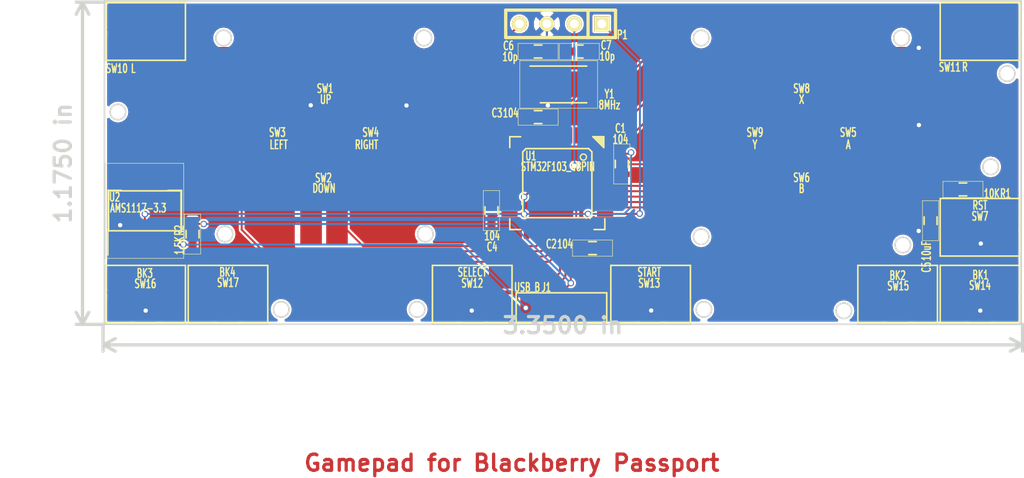
<source format=kicad_pcb>
(kicad_pcb (version 3) (host pcbnew "(22-Jun-2014 BZR 4027)-stable")

  (general
    (links 90)
    (no_connects 0)
    (area 290.399399 234.605759 375.385401 264.727761)
    (thickness 1.6)
    (drawings 22)
    (tracks 289)
    (zones 0)
    (modules 31)
    (nets 27)
  )

  (page A3)
  (layers
    (15 F.Cu signal)
    (0 B.Cu signal)
    (16 B.Adhes user)
    (17 F.Adhes user)
    (18 B.Paste user)
    (19 F.Paste user)
    (20 B.SilkS user)
    (21 F.SilkS user)
    (22 B.Mask user)
    (23 F.Mask user)
    (24 Dwgs.User user)
    (25 Cmts.User user)
    (26 Eco1.User user)
    (27 Eco2.User user)
    (28 Edge.Cuts user)
  )

  (setup
    (last_trace_width 0.18)
    (trace_clearance 0.18)
    (zone_clearance 0.18)
    (zone_45_only no)
    (trace_min 0.18)
    (segment_width 0.2)
    (edge_width 0.15)
    (via_size 0.6)
    (via_drill 0.4)
    (via_min_size 0.6)
    (via_min_drill 0.4)
    (uvia_size 0.6)
    (uvia_drill 0.4)
    (uvias_allowed no)
    (uvia_min_size 0.6)
    (uvia_min_drill 0.4)
    (pcb_text_width 0.3)
    (pcb_text_size 1.5 1.5)
    (mod_edge_width 0.15)
    (mod_text_size 1.5 1.5)
    (mod_text_width 0.15)
    (pad_size 2 1)
    (pad_drill 0)
    (pad_to_mask_clearance 0.2)
    (aux_axis_origin 0 0)
    (visible_elements FFFFFFBF)
    (pcbplotparams
      (layerselection 536838145)
      (usegerberextensions true)
      (excludeedgelayer true)
      (linewidth 0.100000)
      (plotframeref false)
      (viasonmask false)
      (mode 1)
      (useauxorigin false)
      (hpglpennumber 1)
      (hpglpenspeed 20)
      (hpglpendiameter 15)
      (hpglpenoverlay 2)
      (psnegative false)
      (psa4output false)
      (plotreference true)
      (plotvalue true)
      (plotothertext true)
      (plotinvisibletext false)
      (padsonsilk false)
      (subtractmaskfromsilk false)
      (outputformat 1)
      (mirror false)
      (drillshape 0)
      (scaleselection 1)
      (outputdirectory gerber_20180627))
  )

  (net 0 "")
  (net 1 +3.3V)
  (net 2 +5V)
  (net 3 A)
  (net 4 B)
  (net 5 BK1)
  (net 6 BK2)
  (net 7 BK3)
  (net 8 BK4)
  (net 9 DOWN)
  (net 10 GND)
  (net 11 L)
  (net 12 LEFT)
  (net 13 R)
  (net 14 RIGHT)
  (net 15 RST)
  (net 16 SELECT)
  (net 17 START)
  (net 18 SWCLK)
  (net 19 SWDIO)
  (net 20 UP)
  (net 21 USB_DM)
  (net 22 USB_DP)
  (net 23 X)
  (net 24 X1)
  (net 25 X2)
  (net 26 Y)

  (net_class Default "This is the default net class."
    (clearance 0.18)
    (trace_width 0.18)
    (via_dia 0.6)
    (via_drill 0.4)
    (uvia_dia 0.6)
    (uvia_drill 0.4)
    (add_net "")
    (add_net +3.3V)
    (add_net +5V)
    (add_net A)
    (add_net B)
    (add_net BK1)
    (add_net BK2)
    (add_net BK3)
    (add_net BK4)
    (add_net DOWN)
    (add_net GND)
    (add_net L)
    (add_net LEFT)
    (add_net R)
    (add_net RIGHT)
    (add_net RST)
    (add_net SELECT)
    (add_net START)
    (add_net SWCLK)
    (add_net SWDIO)
    (add_net UP)
    (add_net USB_DM)
    (add_net USB_DP)
    (add_net X)
    (add_net X1)
    (add_net X2)
    (add_net Y)
  )

  (module MyFT_SOT-223 (layer F.Cu) (tedit 5A379D5D) (tstamp 5A376821)
    (at 294.2082 254.13716 90)
    (descr "module CMS SOT223 4 pins")
    (tags "CMS SOT")
    (path /5A25AF73)
    (attr smd)
    (fp_text reference U2 (at 1.27 -2.794 180) (layer F.SilkS)
      (effects (font (size 0.8 0.5) (thickness 0.125)))
    )
    (fp_text value AMS1117-3.3 (at 0.254 -0.6096 180) (layer F.SilkS)
      (effects (font (size 0.8 0.5) (thickness 0.125)))
    )
    (fp_line (start 1.91 3.41) (end 1.91 2.15) (layer F.SilkS) (width 0.12))
    (fp_line (start 1.91 -3.41) (end 1.91 -2.15) (layer F.SilkS) (width 0.12))
    (fp_line (start 4.4 -3.6) (end -4.4 -3.6) (layer F.SilkS) (width 0.05))
    (fp_line (start 4.4 3.6) (end 4.4 -3.6) (layer F.SilkS) (width 0.05))
    (fp_line (start -4.4 3.6) (end 4.4 3.6) (layer F.SilkS) (width 0.05))
    (fp_line (start -4.4 -3.6) (end -4.4 3.6) (layer F.SilkS) (width 0.05))
    (fp_line (start -1.85 -3.35) (end -1.85 3.35) (layer F.SilkS) (width 0.15))
    (fp_line (start -1.85 3.41) (end 1.91 3.41) (layer F.SilkS) (width 0.12))
    (fp_line (start -1.85 -3.35) (end 1.85 -3.35) (layer F.SilkS) (width 0.15))
    (fp_line (start -4.1 -3.41) (end 1.91 -3.41) (layer F.SilkS) (width 0.12))
    (fp_line (start -1.85 3.35) (end 1.85 3.35) (layer F.SilkS) (width 0.15))
    (fp_line (start 1.85 -3.35) (end 1.85 3.35) (layer F.SilkS) (width 0.15))
    (pad 4 smd rect (at 3.15 0 90) (size 2 3.8)
      (layers F.Cu F.Paste F.Mask)
    )
    (pad 2 smd rect (at -3.15 0 90) (size 2 1.5)
      (layers F.Cu F.Paste F.Mask)
      (net 1 +3.3V)
    )
    (pad 3 smd rect (at -3.15 2.3 90) (size 2 1.5)
      (layers F.Cu F.Paste F.Mask)
      (net 2 +5V)
    )
    (pad 1 smd rect (at -3.15 -2.3 90) (size 2 1.5)
      (layers F.Cu F.Paste F.Mask)
      (net 10 GND)
    )
    (model TO_SOT_Packages_SMD.3dshapes/SOT-223.wrl
      (at (xyz 0 0 0))
      (scale (xyz 0.4 0.4 0.4))
      (rotate (xyz 0 0 90))
    )
  )

  (module MyFT_R_0603 (layer F.Cu) (tedit 5A38CF84) (tstamp 5A37682D)
    (at 369.9256 252.15596 180)
    (descr "C 0603 Hand Soldering")
    (tags 0603)
    (path /5A24FAC4)
    (attr smd)
    (fp_text reference R1 (at -3.937 -0.381 180) (layer F.SilkS)
      (effects (font (size 0.8 0.5) (thickness 0.125)))
    )
    (fp_text value 10K (at -2.667 -0.381 180) (layer F.SilkS)
      (effects (font (size 0.8 0.5) (thickness 0.125)))
    )
    (fp_line (start -1.85 -0.75) (end 1.85 -0.75) (layer F.SilkS) (width 0.05))
    (fp_line (start -1.85 0.75) (end 1.85 0.75) (layer F.SilkS) (width 0.05))
    (fp_line (start -1.85 -0.75) (end -1.85 0.75) (layer F.SilkS) (width 0.05))
    (fp_line (start 1.85 -0.75) (end 1.85 0.75) (layer F.SilkS) (width 0.05))
    (fp_line (start -0.35 -0.6) (end 0.35 -0.6) (layer F.SilkS) (width 0.15))
    (fp_line (start 0.35 0.6) (end -0.35 0.6) (layer F.SilkS) (width 0.15))
    (pad 1 smd rect (at -0.95 0 180) (size 1.2 0.75)
      (layers F.Cu F.Paste F.Mask)
      (net 1 +3.3V)
    )
    (pad 2 smd rect (at 0.95 0 180) (size 1.2 0.75)
      (layers F.Cu F.Paste F.Mask)
      (net 15 RST)
    )
    (model Capacitors_SMD.3dshapes/C_0603_HandSoldering.wrl
      (at (xyz 0 0 0))
      (scale (xyz 1 1 1))
      (rotate (xyz 0 0 0))
    )
  )

  (module MyFT_DPAD_TB (layer F.Cu) (tedit 5A38F49F) (tstamp 5A37688D)
    (at 310.7944 239.76076 180)
    (descr "DPad Top Buttom")
    (tags "DPad Top Buttom")
    (path /5A250976)
    (fp_text reference SW1 (at -0.1016 -3.048 180) (layer F.SilkS)
      (effects (font (size 0.8 0.5) (thickness 0.125)))
    )
    (fp_text value UP (at -0.1524 -4.064 180) (layer F.SilkS)
      (effects (font (size 0.8 0.5) (thickness 0.125)))
    )
    (pad 2 smd rect (at 1.2 0 180) (size 2 4.5)
      (layers F.Cu F.Paste F.Mask)
      (net 10 GND)
    )
    (pad 1 smd rect (at -1.2 0 180) (size 2 4.5)
      (layers F.Cu F.Paste F.Mask)
      (net 20 UP)
    )
  )

  (module MyFT_DPAD_TB (layer F.Cu) (tedit 5A379028) (tstamp 5A376893)
    (at 354.9904 239.76076)
    (descr "DPad Top Buttom")
    (tags "DPad Top Buttom")
    (path /5A250BF9)
    (fp_text reference SW8 (at 0 3.048) (layer F.SilkS)
      (effects (font (size 0.8 0.5) (thickness 0.125)))
    )
    (fp_text value X (at 0 4.064) (layer F.SilkS)
      (effects (font (size 0.8 0.5) (thickness 0.125)))
    )
    (pad 2 smd rect (at 1.2 0) (size 2 4.5)
      (layers F.Cu F.Paste F.Mask)
      (net 10 GND)
    )
    (pad 1 smd rect (at -1.2 0) (size 2 4.5)
      (layers F.Cu F.Paste F.Mask)
      (net 23 X)
    )
  )

  (module MyFT_DPAD_TB (layer F.Cu) (tedit 5A379047) (tstamp 5A376899)
    (at 354.9904 255.00076)
    (descr "DPad Top Buttom")
    (tags "DPad Top Buttom")
    (path /5A250BF3)
    (fp_text reference SW6 (at 0 -3.937) (layer F.SilkS)
      (effects (font (size 0.8 0.5) (thickness 0.125)))
    )
    (fp_text value B (at 0 -2.921) (layer F.SilkS)
      (effects (font (size 0.8 0.5) (thickness 0.125)))
    )
    (pad 2 smd rect (at 1.2 0) (size 2 4.5)
      (layers F.Cu F.Paste F.Mask)
      (net 10 GND)
    )
    (pad 1 smd rect (at -1.2 0) (size 2 4.5)
      (layers F.Cu F.Paste F.Mask)
      (net 4 B)
    )
  )

  (module MyFT_DPAD_TB (layer F.Cu) (tedit 5A38F422) (tstamp 5A37689F)
    (at 310.7944 255.00076 180)
    (descr "DPad Top Buttom")
    (tags "DPad Top Buttom")
    (path /5A2509BC)
    (fp_text reference SW2 (at 0.0508 3.9116 180) (layer F.SilkS)
      (effects (font (size 0.8 0.5) (thickness 0.125)))
    )
    (fp_text value DOWN (at 0 2.9464 180) (layer F.SilkS)
      (effects (font (size 0.8 0.5) (thickness 0.125)))
    )
    (pad 2 smd rect (at 1.2 0 180) (size 2 4.5)
      (layers F.Cu F.Paste F.Mask)
      (net 10 GND)
    )
    (pad 1 smd rect (at -1.2 0 180) (size 2 4.5)
      (layers F.Cu F.Paste F.Mask)
      (net 9 DOWN)
    )
  )

  (module MyFT_DPAD_LR (layer F.Cu) (tedit 5A37903A) (tstamp 5A3768A5)
    (at 362.6104 247.38076)
    (descr "DPad Left Right")
    (tags "DPad Left Right")
    (path /5A250BED)
    (fp_text reference SW5 (at -3.302 -0.508) (layer F.SilkS)
      (effects (font (size 0.8 0.5) (thickness 0.125)))
    )
    (fp_text value A (at -3.302 0.635) (layer F.SilkS)
      (effects (font (size 0.8 0.5) (thickness 0.125)))
    )
    (pad 2 smd rect (at 0 -1.2) (size 4.5 2)
      (layers F.Cu F.Paste F.Mask)
      (net 10 GND)
    )
    (pad 1 smd rect (at 0 1.2) (size 4.5 2)
      (layers F.Cu F.Paste F.Mask)
      (net 3 A)
    )
  )

  (module MyFT_DPAD_LR (layer F.Cu) (tedit 5A378FC0) (tstamp 5A3768AB)
    (at 318.4144 247.38076)
    (descr "DPad Left Right")
    (tags "DPad Left Right")
    (path /5A250B0F)
    (fp_text reference SW4 (at -3.302 -0.508) (layer F.SilkS)
      (effects (font (size 0.8 0.5) (thickness 0.125)))
    )
    (fp_text value RIGHT (at -3.683 0.635) (layer F.SilkS)
      (effects (font (size 0.8 0.5) (thickness 0.125)))
    )
    (pad 2 smd rect (at 0 -1.2) (size 4.5 2)
      (layers F.Cu F.Paste F.Mask)
      (net 10 GND)
    )
    (pad 1 smd rect (at 0 1.2) (size 4.5 2)
      (layers F.Cu F.Paste F.Mask)
      (net 14 RIGHT)
    )
  )

  (module MyFT_DPAD_LR (layer F.Cu) (tedit 5A378FBC) (tstamp 5A3768B1)
    (at 303.1744 247.38076)
    (descr "DPad Left Right")
    (tags "DPad Left Right")
    (path /5A250B09)
    (fp_text reference SW3 (at 3.302 -0.508) (layer F.SilkS)
      (effects (font (size 0.8 0.5) (thickness 0.125)))
    )
    (fp_text value LEFT (at 3.429 0.635) (layer F.SilkS)
      (effects (font (size 0.8 0.5) (thickness 0.125)))
    )
    (pad 2 smd rect (at 0 -1.2) (size 4.5 2)
      (layers F.Cu F.Paste F.Mask)
      (net 10 GND)
    )
    (pad 1 smd rect (at 0 1.2) (size 4.5 2)
      (layers F.Cu F.Paste F.Mask)
      (net 12 LEFT)
    )
  )

  (module MyFT_DPAD_LR (layer F.Cu) (tedit 5A37901A) (tstamp 5A3768B7)
    (at 347.3704 247.38076)
    (descr "DPad Left Right")
    (tags "DPad Left Right")
    (path /5A250BFF)
    (fp_text reference SW9 (at 3.302 -0.508) (layer F.SilkS)
      (effects (font (size 0.8 0.5) (thickness 0.125)))
    )
    (fp_text value Y (at 3.302 0.635) (layer F.SilkS)
      (effects (font (size 0.8 0.5) (thickness 0.125)))
    )
    (pad 2 smd rect (at 0 -1.2) (size 4.5 2)
      (layers F.Cu F.Paste F.Mask)
      (net 10 GND)
    )
    (pad 1 smd rect (at 0 1.2) (size 4.5 2)
      (layers F.Cu F.Paste F.Mask)
      (net 26 Y)
    )
  )

  (module MyFT_Crystal_SMD_5032_2Pads (layer F.Cu) (tedit 5A38D000) (tstamp 5A3768C3)
    (at 332.5114 242.42776)
    (descr "Ceramic SMD crystal, 5.0x3.2mm, 2 Pads")
    (tags "crystal oscillator quartz SMD SMT 5032")
    (path /5A24FCB2)
    (attr smd)
    (fp_text reference Y1 (at 4.699 0.889) (layer F.SilkS)
      (effects (font (size 0.8 0.5) (thickness 0.125)))
    )
    (fp_text value 8MHz (at 4.699 1.905) (layer F.SilkS)
      (effects (font (size 0.8 0.5) (thickness 0.125)))
    )
    (fp_line (start 3.6 2.2) (end 3.6 -2.2) (layer F.SilkS) (width 0.05))
    (fp_line (start -3.6 2.2) (end 3.6 2.2) (layer F.SilkS) (width 0.05))
    (fp_line (start -3.6 -2.2) (end -3.6 2.2) (layer F.SilkS) (width 0.05))
    (fp_line (start 3.6 -2.2) (end -3.6 -2.2) (layer F.SilkS) (width 0.05))
    (fp_line (start 2.6 1.7) (end -1.7 1.7) (layer F.SilkS) (width 0.15))
    (fp_line (start -2.65 -1.7) (end 2.6 -1.7) (layer F.SilkS) (width 0.15))
    (pad 1 smd rect (at -2.05 0) (size 2 2.4)
      (layers F.Cu F.Paste F.Mask)
      (net 25 X2)
    )
    (pad 2 smd rect (at 2.05 0) (size 2 2.4)
      (layers F.Cu F.Paste F.Mask)
      (net 24 X1)
    )
    (model Crystals.3dshapes/Crystal_SMD_5032_2Pads.wrl
      (at (xyz 0 0 0))
      (scale (xyz 0.3937 0.3937 0.3937))
      (rotate (xyz 0 0 0))
    )
  )

  (module MyFT_C_0603 (layer F.Cu) (tedit 5A38F294) (tstamp 5A3768CF)
    (at 334.4164 239.37976 180)
    (descr "0603 Hand Soldering")
    (tags 0603)
    (path /5A24FD58)
    (attr smd)
    (fp_text reference C7 (at -2.4892 0.5842 180) (layer F.SilkS)
      (effects (font (size 0.8 0.5) (thickness 0.125)))
    )
    (fp_text value 10p (at -2.5908 -0.4318 180) (layer F.SilkS)
      (effects (font (size 0.8 0.5) (thickness 0.125)))
    )
    (fp_line (start -1.85 -0.75) (end 1.85 -0.75) (layer F.SilkS) (width 0.05))
    (fp_line (start -1.85 0.75) (end 1.85 0.75) (layer F.SilkS) (width 0.05))
    (fp_line (start -1.85 -0.75) (end -1.85 0.75) (layer F.SilkS) (width 0.05))
    (fp_line (start 1.85 -0.75) (end 1.85 0.75) (layer F.SilkS) (width 0.05))
    (fp_line (start -0.35 -0.6) (end 0.35 -0.6) (layer F.SilkS) (width 0.15))
    (fp_line (start 0.35 0.6) (end -0.35 0.6) (layer F.SilkS) (width 0.15))
    (pad 1 smd rect (at -0.95 0 180) (size 1.2 0.75)
      (layers F.Cu F.Paste F.Mask)
      (net 24 X1)
    )
    (pad 2 smd rect (at 0.95 0 180) (size 1.2 0.75)
      (layers F.Cu F.Paste F.Mask)
      (net 10 GND)
    )
    (model Capacitors_SMD.3dshapes/C_0603_HandSoldering.wrl
      (at (xyz 0 0 0))
      (scale (xyz 1 1 1))
      (rotate (xyz 0 0 0))
    )
  )

  (module MyFT_C_0603 (layer F.Cu) (tedit 5A38F283) (tstamp 5A3768DB)
    (at 330.6064 239.37976)
    (descr "0603 Hand Soldering")
    (tags 0603)
    (path /5A24FD1F)
    (attr smd)
    (fp_text reference C6 (at -2.7432 -0.5334) (layer F.SilkS)
      (effects (font (size 0.8 0.5) (thickness 0.125)))
    )
    (fp_text value 10p (at -2.5908 0.4826) (layer F.SilkS)
      (effects (font (size 0.8 0.5) (thickness 0.125)))
    )
    (fp_line (start -1.85 -0.75) (end 1.85 -0.75) (layer F.SilkS) (width 0.05))
    (fp_line (start -1.85 0.75) (end 1.85 0.75) (layer F.SilkS) (width 0.05))
    (fp_line (start -1.85 -0.75) (end -1.85 0.75) (layer F.SilkS) (width 0.05))
    (fp_line (start 1.85 -0.75) (end 1.85 0.75) (layer F.SilkS) (width 0.05))
    (fp_line (start -0.35 -0.6) (end 0.35 -0.6) (layer F.SilkS) (width 0.15))
    (fp_line (start 0.35 0.6) (end -0.35 0.6) (layer F.SilkS) (width 0.15))
    (pad 1 smd rect (at -0.95 0) (size 1.2 0.75)
      (layers F.Cu F.Paste F.Mask)
      (net 25 X2)
    )
    (pad 2 smd rect (at 0.95 0) (size 1.2 0.75)
      (layers F.Cu F.Paste F.Mask)
      (net 10 GND)
    )
    (model Capacitors_SMD.3dshapes/C_0603_HandSoldering.wrl
      (at (xyz 0 0 0))
      (scale (xyz 1 1 1))
      (rotate (xyz 0 0 0))
    )
  )

  (module MyFT_C_0603 (layer F.Cu) (tedit 5A38CF77) (tstamp 5A3768E7)
    (at 366.9284 255.05156 270)
    (descr "0603 Hand Soldering")
    (tags 0603)
    (path /5A24FA7D)
    (attr smd)
    (fp_text reference C5 (at 4.318 0.381 270) (layer F.SilkS)
      (effects (font (size 0.8 0.5) (thickness 0.125)))
    )
    (fp_text value 10uF (at 2.794 0.381 270) (layer F.SilkS)
      (effects (font (size 0.8 0.5) (thickness 0.125)))
    )
    (fp_line (start -1.85 -0.75) (end 1.85 -0.75) (layer F.SilkS) (width 0.05))
    (fp_line (start -1.85 0.75) (end 1.85 0.75) (layer F.SilkS) (width 0.05))
    (fp_line (start -1.85 -0.75) (end -1.85 0.75) (layer F.SilkS) (width 0.05))
    (fp_line (start 1.85 -0.75) (end 1.85 0.75) (layer F.SilkS) (width 0.05))
    (fp_line (start -0.35 -0.6) (end 0.35 -0.6) (layer F.SilkS) (width 0.15))
    (fp_line (start 0.35 0.6) (end -0.35 0.6) (layer F.SilkS) (width 0.15))
    (pad 1 smd rect (at -0.95 0 270) (size 1.2 0.75)
      (layers F.Cu F.Paste F.Mask)
      (net 15 RST)
    )
    (pad 2 smd rect (at 0.95 0 270) (size 1.2 0.75)
      (layers F.Cu F.Paste F.Mask)
      (net 10 GND)
    )
    (model Capacitors_SMD.3dshapes/C_0603_HandSoldering.wrl
      (at (xyz 0 0 0))
      (scale (xyz 1 1 1))
      (rotate (xyz 0 0 0))
    )
  )

  (module MyFT_C_0603 (layer F.Cu) (tedit 5A3795A5) (tstamp 5A38D633)
    (at 326.2884 254.11176 90)
    (descr "0603 Hand Soldering")
    (tags 0603)
    (path /5A24F80F)
    (attr smd)
    (fp_text reference C4 (at -3.3655 0.0635 180) (layer F.SilkS)
      (effects (font (size 0.8 0.5) (thickness 0.125)))
    )
    (fp_text value 104 (at -2.3495 0.0635 180) (layer F.SilkS)
      (effects (font (size 0.8 0.5) (thickness 0.125)))
    )
    (fp_line (start -1.85 -0.75) (end 1.85 -0.75) (layer F.SilkS) (width 0.05))
    (fp_line (start -1.85 0.75) (end 1.85 0.75) (layer F.SilkS) (width 0.05))
    (fp_line (start -1.85 -0.75) (end -1.85 0.75) (layer F.SilkS) (width 0.05))
    (fp_line (start 1.85 -0.75) (end 1.85 0.75) (layer F.SilkS) (width 0.05))
    (fp_line (start -0.35 -0.6) (end 0.35 -0.6) (layer F.SilkS) (width 0.15))
    (fp_line (start 0.35 0.6) (end -0.35 0.6) (layer F.SilkS) (width 0.15))
    (pad 1 smd rect (at -0.95 0 90) (size 1.2 0.75)
      (layers F.Cu F.Paste F.Mask)
      (net 1 +3.3V)
    )
    (pad 2 smd rect (at 0.95 0 90) (size 1.2 0.75)
      (layers F.Cu F.Paste F.Mask)
      (net 10 GND)
    )
    (model Capacitors_SMD.3dshapes/C_0603_HandSoldering.wrl
      (at (xyz 0 0 0))
      (scale (xyz 1 1 1))
      (rotate (xyz 0 0 0))
    )
  )

  (module MyFT_C_0603 (layer F.Cu) (tedit 5A38CFE0) (tstamp 5A3768FF)
    (at 330.61148 245.45544)
    (descr "0603 Hand Soldering")
    (tags 0603)
    (path /5A24F7F2)
    (attr smd)
    (fp_text reference C3 (at -3.81 -0.381) (layer F.SilkS)
      (effects (font (size 0.8 0.5) (thickness 0.125)))
    )
    (fp_text value 104 (at -2.54 -0.381) (layer F.SilkS)
      (effects (font (size 0.8 0.5) (thickness 0.125)))
    )
    (fp_line (start -1.85 -0.75) (end 1.85 -0.75) (layer F.SilkS) (width 0.05))
    (fp_line (start -1.85 0.75) (end 1.85 0.75) (layer F.SilkS) (width 0.05))
    (fp_line (start -1.85 -0.75) (end -1.85 0.75) (layer F.SilkS) (width 0.05))
    (fp_line (start 1.85 -0.75) (end 1.85 0.75) (layer F.SilkS) (width 0.05))
    (fp_line (start -0.35 -0.6) (end 0.35 -0.6) (layer F.SilkS) (width 0.15))
    (fp_line (start 0.35 0.6) (end -0.35 0.6) (layer F.SilkS) (width 0.15))
    (pad 1 smd rect (at -0.95 0) (size 1.2 0.75)
      (layers F.Cu F.Paste F.Mask)
      (net 1 +3.3V)
    )
    (pad 2 smd rect (at 0.95 0) (size 1.2 0.75)
      (layers F.Cu F.Paste F.Mask)
      (net 10 GND)
    )
    (model Capacitors_SMD.3dshapes/C_0603_HandSoldering.wrl
      (at (xyz 0 0 0))
      (scale (xyz 1 1 1))
      (rotate (xyz 0 0 0))
    )
  )

  (module MyFT_C_0603 (layer F.Cu) (tedit 5A38CF73) (tstamp 5A38D626)
    (at 335.64068 257.59156 180)
    (descr "0603 Hand Soldering")
    (tags 0603)
    (path /5A24F7D7)
    (attr smd)
    (fp_text reference C2 (at 3.81 0.381 180) (layer F.SilkS)
      (effects (font (size 0.8 0.5) (thickness 0.125)))
    )
    (fp_text value 104 (at 2.54 0.381 180) (layer F.SilkS)
      (effects (font (size 0.8 0.5) (thickness 0.125)))
    )
    (fp_line (start -1.85 -0.75) (end 1.85 -0.75) (layer F.SilkS) (width 0.05))
    (fp_line (start -1.85 0.75) (end 1.85 0.75) (layer F.SilkS) (width 0.05))
    (fp_line (start -1.85 -0.75) (end -1.85 0.75) (layer F.SilkS) (width 0.05))
    (fp_line (start 1.85 -0.75) (end 1.85 0.75) (layer F.SilkS) (width 0.05))
    (fp_line (start -0.35 -0.6) (end 0.35 -0.6) (layer F.SilkS) (width 0.15))
    (fp_line (start 0.35 0.6) (end -0.35 0.6) (layer F.SilkS) (width 0.15))
    (pad 1 smd rect (at -0.95 0 180) (size 1.2 0.75)
      (layers F.Cu F.Paste F.Mask)
      (net 1 +3.3V)
    )
    (pad 2 smd rect (at 0.95 0 180) (size 1.2 0.75)
      (layers F.Cu F.Paste F.Mask)
      (net 10 GND)
    )
    (model Capacitors_SMD.3dshapes/C_0603_HandSoldering.wrl
      (at (xyz 0 0 0))
      (scale (xyz 1 1 1))
      (rotate (xyz 0 0 0))
    )
  )

  (module MyFT_C_0603 (layer F.Cu) (tedit 5A38CF90) (tstamp 5A38EDB2)
    (at 338.3534 249.79884 270)
    (descr "0603 Hand Soldering")
    (tags 0603)
    (path /5A24F7A6)
    (attr smd)
    (fp_text reference C1 (at -3.302 0.127 360) (layer F.SilkS)
      (effects (font (size 0.8 0.5) (thickness 0.125)))
    )
    (fp_text value 104 (at -2.286 0.127 360) (layer F.SilkS)
      (effects (font (size 0.8 0.5) (thickness 0.125)))
    )
    (fp_line (start -1.85 -0.75) (end 1.85 -0.75) (layer F.SilkS) (width 0.05))
    (fp_line (start -1.85 0.75) (end 1.85 0.75) (layer F.SilkS) (width 0.05))
    (fp_line (start -1.85 -0.75) (end -1.85 0.75) (layer F.SilkS) (width 0.05))
    (fp_line (start 1.85 -0.75) (end 1.85 0.75) (layer F.SilkS) (width 0.05))
    (fp_line (start -0.35 -0.6) (end 0.35 -0.6) (layer F.SilkS) (width 0.15))
    (fp_line (start 0.35 0.6) (end -0.35 0.6) (layer F.SilkS) (width 0.15))
    (pad 1 smd rect (at -0.95 0 270) (size 1.2 0.75)
      (layers F.Cu F.Paste F.Mask)
      (net 1 +3.3V)
    )
    (pad 2 smd rect (at 0.95 0 270) (size 1.2 0.75)
      (layers F.Cu F.Paste F.Mask)
      (net 10 GND)
    )
    (model Capacitors_SMD.3dshapes/C_0603_HandSoldering.wrl
      (at (xyz 0 0 0))
      (scale (xyz 1 1 1))
      (rotate (xyz 0 0 0))
    )
  )

  (module MyFT_4.5x4.5_SMD (layer F.Cu) (tedit 5A379349) (tstamp 5A377938)
    (at 371.5004 255.66116)
    (descr 4.5x4.5_SMD)
    (tags 4.5x4.5_SMD)
    (path /5A24FB0F)
    (attr smd)
    (fp_text reference SW7 (at 0 -1.016) (layer F.SilkS)
      (effects (font (size 0.8 0.5) (thickness 0.125)))
    )
    (fp_text value RST (at 0 -2.032) (layer F.SilkS)
      (effects (font (size 0.8 0.5) (thickness 0.125)))
    )
    (fp_line (start -3.683 -2.667) (end 3.683 -2.667) (layer F.SilkS) (width 0.15))
    (fp_line (start 3.683 -2.667) (end 3.683 2.667) (layer F.SilkS) (width 0.15))
    (fp_line (start 3.683 2.667) (end -3.683 2.667) (layer F.SilkS) (width 0.15))
    (fp_line (start -3.683 2.667) (end -3.683 -2.667) (layer F.SilkS) (width 0.15))
    (pad 2 smd rect (at -2.54 1.524) (size 2 2)
      (layers F.Cu F.Paste F.Mask)
      (net 10 GND)
    )
    (pad 1 smd rect (at -2.54 -1.524) (size 2 2)
      (layers F.Cu F.Paste F.Mask)
      (net 15 RST)
    )
    (pad 1 smd rect (at 2.54 -1.524) (size 2 2)
      (layers F.Cu F.Paste F.Mask)
      (net 15 RST)
    )
    (pad 2 smd rect (at 2.54 1.524) (size 2 2)
      (layers F.Cu F.Paste F.Mask)
      (net 10 GND)
    )
    (model Buttons_Switches_SMD.3dshapes/SW_SPST_PTS645.wrl
      (at (xyz 0 0 0))
      (scale (xyz 1 1 1))
      (rotate (xyz 0 0 0))
    )
  )

  (module MyFT_4.5x4.5_SMD (layer F.Cu) (tedit 5A378F44) (tstamp 5A377944)
    (at 294.2844 237.52556)
    (descr 4.5x4.5_SMD)
    (tags 4.5x4.5_SMD)
    (path /5A2511F1)
    (attr smd)
    (fp_text reference SW10 (at -2.667 3.429) (layer F.SilkS)
      (effects (font (size 0.8 0.5) (thickness 0.125)))
    )
    (fp_text value L (at -1.143 3.429) (layer F.SilkS)
      (effects (font (size 0.8 0.5) (thickness 0.125)))
    )
    (fp_line (start -3.683 -2.667) (end 3.683 -2.667) (layer F.SilkS) (width 0.15))
    (fp_line (start 3.683 -2.667) (end 3.683 2.667) (layer F.SilkS) (width 0.15))
    (fp_line (start 3.683 2.667) (end -3.683 2.667) (layer F.SilkS) (width 0.15))
    (fp_line (start -3.683 2.667) (end -3.683 -2.667) (layer F.SilkS) (width 0.15))
    (pad 2 smd rect (at -2.54 1.524) (size 2 2)
      (layers F.Cu F.Paste F.Mask)
      (net 10 GND)
    )
    (pad 1 smd rect (at -2.54 -1.524) (size 2 2)
      (layers F.Cu F.Paste F.Mask)
      (net 11 L)
    )
    (pad 1 smd rect (at 2.54 -1.524) (size 2 2)
      (layers F.Cu F.Paste F.Mask)
      (net 11 L)
    )
    (pad 2 smd rect (at 2.54 1.524) (size 2 2)
      (layers F.Cu F.Paste F.Mask)
      (net 10 GND)
    )
    (model Buttons_Switches_SMD.3dshapes/SW_SPST_PTS645.wrl
      (at (xyz 0 0 0))
      (scale (xyz 1 1 1))
      (rotate (xyz 0 0 0))
    )
  )

  (module MyFT_4.5x4.5_SMD (layer F.Cu) (tedit 5A379008) (tstamp 5A377950)
    (at 371.5004 237.52556)
    (descr 4.5x4.5_SMD)
    (tags 4.5x4.5_SMD)
    (path /5A2511F7)
    (attr smd)
    (fp_text reference SW11 (at -2.794 3.302) (layer F.SilkS)
      (effects (font (size 0.8 0.5) (thickness 0.125)))
    )
    (fp_text value R (at -1.397 3.302) (layer F.SilkS)
      (effects (font (size 0.8 0.5) (thickness 0.125)))
    )
    (fp_line (start -3.683 -2.667) (end 3.683 -2.667) (layer F.SilkS) (width 0.15))
    (fp_line (start 3.683 -2.667) (end 3.683 2.667) (layer F.SilkS) (width 0.15))
    (fp_line (start 3.683 2.667) (end -3.683 2.667) (layer F.SilkS) (width 0.15))
    (fp_line (start -3.683 2.667) (end -3.683 -2.667) (layer F.SilkS) (width 0.15))
    (pad 2 smd rect (at -2.54 1.524) (size 2 2)
      (layers F.Cu F.Paste F.Mask)
      (net 10 GND)
    )
    (pad 1 smd rect (at -2.54 -1.524) (size 2 2)
      (layers F.Cu F.Paste F.Mask)
      (net 13 R)
    )
    (pad 1 smd rect (at 2.54 -1.524) (size 2 2)
      (layers F.Cu F.Paste F.Mask)
      (net 13 R)
    )
    (pad 2 smd rect (at 2.54 1.524) (size 2 2)
      (layers F.Cu F.Paste F.Mask)
      (net 10 GND)
    )
    (model Buttons_Switches_SMD.3dshapes/SW_SPST_PTS645.wrl
      (at (xyz 0 0 0))
      (scale (xyz 1 1 1))
      (rotate (xyz 0 0 0))
    )
  )

  (module MyFT_4.5x4.5_SMD (layer F.Cu) (tedit 5A379360) (tstamp 5A37795C)
    (at 324.5104 261.85876)
    (descr 4.5x4.5_SMD)
    (tags 4.5x4.5_SMD)
    (path /5A2511FD)
    (attr smd)
    (fp_text reference SW12 (at 0 -1.016) (layer F.SilkS)
      (effects (font (size 0.8 0.5) (thickness 0.125)))
    )
    (fp_text value SELECT (at 0 -2.032) (layer F.SilkS)
      (effects (font (size 0.8 0.5) (thickness 0.125)))
    )
    (fp_line (start -3.683 -2.667) (end 3.683 -2.667) (layer F.SilkS) (width 0.15))
    (fp_line (start 3.683 -2.667) (end 3.683 2.667) (layer F.SilkS) (width 0.15))
    (fp_line (start 3.683 2.667) (end -3.683 2.667) (layer F.SilkS) (width 0.15))
    (fp_line (start -3.683 2.667) (end -3.683 -2.667) (layer F.SilkS) (width 0.15))
    (pad 2 smd rect (at -2.54 1.524) (size 2 2)
      (layers F.Cu F.Paste F.Mask)
      (net 10 GND)
    )
    (pad 1 smd rect (at -2.54 -1.524) (size 2 2)
      (layers F.Cu F.Paste F.Mask)
      (net 16 SELECT)
    )
    (pad 1 smd rect (at 2.54 -1.524) (size 2 2)
      (layers F.Cu F.Paste F.Mask)
      (net 16 SELECT)
    )
    (pad 2 smd rect (at 2.54 1.524) (size 2 2)
      (layers F.Cu F.Paste F.Mask)
      (net 10 GND)
    )
    (model Buttons_Switches_SMD.3dshapes/SW_SPST_PTS645.wrl
      (at (xyz 0 0 0))
      (scale (xyz 1 1 1))
      (rotate (xyz 0 0 0))
    )
  )

  (module MyFT_4.5x4.5_SMD (layer F.Cu) (tedit 5A37934F) (tstamp 5A377968)
    (at 341.0204 261.85876)
    (descr 4.5x4.5_SMD)
    (tags 4.5x4.5_SMD)
    (path /5A251203)
    (attr smd)
    (fp_text reference SW13 (at -0.127 -1.016) (layer F.SilkS)
      (effects (font (size 0.8 0.5) (thickness 0.125)))
    )
    (fp_text value START (at -0.127 -2.032) (layer F.SilkS)
      (effects (font (size 0.8 0.5) (thickness 0.125)))
    )
    (fp_line (start -3.683 -2.667) (end 3.683 -2.667) (layer F.SilkS) (width 0.15))
    (fp_line (start 3.683 -2.667) (end 3.683 2.667) (layer F.SilkS) (width 0.15))
    (fp_line (start 3.683 2.667) (end -3.683 2.667) (layer F.SilkS) (width 0.15))
    (fp_line (start -3.683 2.667) (end -3.683 -2.667) (layer F.SilkS) (width 0.15))
    (pad 2 smd rect (at -2.54 1.524) (size 2 2)
      (layers F.Cu F.Paste F.Mask)
      (net 10 GND)
    )
    (pad 1 smd rect (at -2.54 -1.524) (size 2 2)
      (layers F.Cu F.Paste F.Mask)
      (net 17 START)
    )
    (pad 1 smd rect (at 2.54 -1.524) (size 2 2)
      (layers F.Cu F.Paste F.Mask)
      (net 17 START)
    )
    (pad 2 smd rect (at 2.54 1.524) (size 2 2)
      (layers F.Cu F.Paste F.Mask)
      (net 10 GND)
    )
    (model Buttons_Switches_SMD.3dshapes/SW_SPST_PTS645.wrl
      (at (xyz 0 0 0))
      (scale (xyz 1 1 1))
      (rotate (xyz 0 0 0))
    )
  )

  (module MyFT_4.5x4.5_SMD (layer F.Cu) (tedit 5A38D8E0) (tstamp 5A377974)
    (at 371.5004 261.85876)
    (descr 4.5x4.5_SMD)
    (tags 4.5x4.5_SMD)
    (path /5A25156F)
    (attr smd)
    (fp_text reference SW14 (at 0 -0.8128) (layer F.SilkS)
      (effects (font (size 0.8 0.5) (thickness 0.125)))
    )
    (fp_text value BK1 (at 0.0508 -1.778) (layer F.SilkS)
      (effects (font (size 0.8 0.5) (thickness 0.125)))
    )
    (fp_line (start -3.683 -2.667) (end 3.683 -2.667) (layer F.SilkS) (width 0.15))
    (fp_line (start 3.683 -2.667) (end 3.683 2.667) (layer F.SilkS) (width 0.15))
    (fp_line (start 3.683 2.667) (end -3.683 2.667) (layer F.SilkS) (width 0.15))
    (fp_line (start -3.683 2.667) (end -3.683 -2.667) (layer F.SilkS) (width 0.15))
    (pad 2 smd rect (at -2.54 1.524) (size 2 2)
      (layers F.Cu F.Paste F.Mask)
      (net 10 GND)
    )
    (pad 1 smd rect (at -2.54 -1.524) (size 2 2)
      (layers F.Cu F.Paste F.Mask)
      (net 5 BK1)
    )
    (pad 1 smd rect (at 2.54 -1.524) (size 2 2)
      (layers F.Cu F.Paste F.Mask)
      (net 5 BK1)
    )
    (pad 2 smd rect (at 2.54 1.524) (size 2 2)
      (layers F.Cu F.Paste F.Mask)
      (net 10 GND)
    )
    (model Buttons_Switches_SMD.3dshapes/SW_SPST_PTS645.wrl
      (at (xyz 0 0 0))
      (scale (xyz 1 1 1))
      (rotate (xyz 0 0 0))
    )
  )

  (module MyFT_4.5x4.5_SMD (layer F.Cu) (tedit 5A38D8E6) (tstamp 5A377980)
    (at 363.8804 261.85876)
    (descr 4.5x4.5_SMD)
    (tags 4.5x4.5_SMD)
    (path /5A251575)
    (attr smd)
    (fp_text reference SW15 (at 0.0508 -0.762) (layer F.SilkS)
      (effects (font (size 0.8 0.5) (thickness 0.125)))
    )
    (fp_text value BK2 (at 0 -1.7272) (layer F.SilkS)
      (effects (font (size 0.8 0.5) (thickness 0.125)))
    )
    (fp_line (start -3.683 -2.667) (end 3.683 -2.667) (layer F.SilkS) (width 0.15))
    (fp_line (start 3.683 -2.667) (end 3.683 2.667) (layer F.SilkS) (width 0.15))
    (fp_line (start 3.683 2.667) (end -3.683 2.667) (layer F.SilkS) (width 0.15))
    (fp_line (start -3.683 2.667) (end -3.683 -2.667) (layer F.SilkS) (width 0.15))
    (pad 2 smd rect (at -2.54 1.524) (size 2 2)
      (layers F.Cu F.Paste F.Mask)
      (net 10 GND)
    )
    (pad 1 smd rect (at -2.54 -1.524) (size 2 2)
      (layers F.Cu F.Paste F.Mask)
      (net 6 BK2)
    )
    (pad 1 smd rect (at 2.54 -1.524) (size 2 2)
      (layers F.Cu F.Paste F.Mask)
      (net 6 BK2)
    )
    (pad 2 smd rect (at 2.54 1.524) (size 2 2)
      (layers F.Cu F.Paste F.Mask)
      (net 10 GND)
    )
    (model Buttons_Switches_SMD.3dshapes/SW_SPST_PTS645.wrl
      (at (xyz 0 0 0))
      (scale (xyz 1 1 1))
      (rotate (xyz 0 0 0))
    )
  )

  (module MyFT_4.5x4.5_SMD (layer F.Cu) (tedit 5A379D45) (tstamp 5A37798C)
    (at 294.2844 261.85876)
    (descr 4.5x4.5_SMD)
    (tags 4.5x4.5_SMD)
    (path /5A25157B)
    (attr smd)
    (fp_text reference SW16 (at -0.0254 -0.9652) (layer F.SilkS)
      (effects (font (size 0.8 0.5) (thickness 0.125)))
    )
    (fp_text value BK3 (at -0.0762 -1.9304) (layer F.SilkS)
      (effects (font (size 0.8 0.5) (thickness 0.125)))
    )
    (fp_line (start -3.683 -2.667) (end 3.683 -2.667) (layer F.SilkS) (width 0.15))
    (fp_line (start 3.683 -2.667) (end 3.683 2.667) (layer F.SilkS) (width 0.15))
    (fp_line (start 3.683 2.667) (end -3.683 2.667) (layer F.SilkS) (width 0.15))
    (fp_line (start -3.683 2.667) (end -3.683 -2.667) (layer F.SilkS) (width 0.15))
    (pad 2 smd rect (at -2.54 1.524) (size 2 2)
      (layers F.Cu F.Paste F.Mask)
      (net 10 GND)
    )
    (pad 1 smd rect (at -2.54 -1.524) (size 2 2)
      (layers F.Cu F.Paste F.Mask)
      (net 7 BK3)
    )
    (pad 1 smd rect (at 2.54 -1.524) (size 2 2)
      (layers F.Cu F.Paste F.Mask)
      (net 7 BK3)
    )
    (pad 2 smd rect (at 2.54 1.524) (size 2 2)
      (layers F.Cu F.Paste F.Mask)
      (net 10 GND)
    )
    (model Buttons_Switches_SMD.3dshapes/SW_SPST_PTS645.wrl
      (at (xyz 0 0 0))
      (scale (xyz 1 1 1))
      (rotate (xyz 0 0 0))
    )
  )

  (module MyFT_4.5x4.5_SMD (layer F.Cu) (tedit 5A379D4C) (tstamp 5A377998)
    (at 301.9044 261.85876)
    (descr 4.5x4.5_SMD)
    (tags 4.5x4.5_SMD)
    (path /5A251581)
    (attr smd)
    (fp_text reference SW17 (at 0 -1.0668) (layer F.SilkS)
      (effects (font (size 0.8 0.5) (thickness 0.125)))
    )
    (fp_text value BK4 (at -0.0508 -2.032) (layer F.SilkS)
      (effects (font (size 0.8 0.5) (thickness 0.125)))
    )
    (fp_line (start -3.683 -2.667) (end 3.683 -2.667) (layer F.SilkS) (width 0.15))
    (fp_line (start 3.683 -2.667) (end 3.683 2.667) (layer F.SilkS) (width 0.15))
    (fp_line (start 3.683 2.667) (end -3.683 2.667) (layer F.SilkS) (width 0.15))
    (fp_line (start -3.683 2.667) (end -3.683 -2.667) (layer F.SilkS) (width 0.15))
    (pad 2 smd rect (at -2.54 1.524) (size 2 2)
      (layers F.Cu F.Paste F.Mask)
      (net 10 GND)
    )
    (pad 1 smd rect (at -2.54 -1.524) (size 2 2)
      (layers F.Cu F.Paste F.Mask)
      (net 8 BK4)
    )
    (pad 1 smd rect (at 2.54 -1.524) (size 2 2)
      (layers F.Cu F.Paste F.Mask)
      (net 8 BK4)
    )
    (pad 2 smd rect (at 2.54 1.524) (size 2 2)
      (layers F.Cu F.Paste F.Mask)
      (net 10 GND)
    )
    (model Buttons_Switches_SMD.3dshapes/SW_SPST_PTS645.wrl
      (at (xyz 0 0 0))
      (scale (xyz 1 1 1))
      (rotate (xyz 0 0 0))
    )
  )

  (module MyFT_USB_Mini_B_PIN_ONLY (layer F.Cu) (tedit 5A3795F5) (tstamp 5A379893)
    (at 332.8924 263.12876)
    (descr "USB Mini-B 5-pin SMD connector")
    (tags "USB USB_B USB_Mini connector")
    (path /5A24FF7B)
    (attr smd)
    (fp_text reference J1 (at -1.524 -1.905) (layer F.SilkS)
      (effects (font (size 0.8 0.5) (thickness 0.125)))
    )
    (fp_text value USB_B (at -3.302 -1.905) (layer F.SilkS)
      (effects (font (size 0.8 0.5) (thickness 0.125)))
    )
    (fp_line (start -4.318 -1.397) (end 4.064 -1.397) (layer F.SilkS) (width 0.15))
    (fp_line (start 4.064 -1.397) (end 4.064 1.397) (layer F.SilkS) (width 0.15))
    (fp_line (start 4.064 1.397) (end -4.318 1.397) (layer F.SilkS) (width 0.15))
    (fp_line (start -4.318 1.397) (end -4.318 -1.397) (layer F.SilkS) (width 0.15))
    (pad 1 smd rect (at -3.429 0 90) (size 2 1)
      (layers F.Cu F.Paste F.Mask)
      (net 2 +5V)
    )
    (pad 2 smd rect (at -1.778 0 90) (size 2 1)
      (layers F.Cu F.Paste F.Mask)
      (net 21 USB_DM)
    )
    (pad 3 smd rect (at -0.127 0 90) (size 2 1)
      (layers F.Cu F.Paste F.Mask)
      (net 22 USB_DP)
    )
    (pad 4 smd rect (at 1.524 0 90) (size 2 1)
      (layers F.Cu F.Paste F.Mask)
      (net 10 GND)
    )
    (pad 5 smd rect (at 3.175 0 90) (size 2 1)
      (layers F.Cu F.Paste F.Mask)
      (net 10 GND)
    )
  )

  (module SIL-4 (layer F.Cu) (tedit 5A38CFF7) (tstamp 5A38A0E2)
    (at 332.6892 236.81436 180)
    (descr "Connecteur 4 pibs")
    (tags "CONN DEV")
    (path /5A38A19D)
    (fp_text reference P1 (at -5.715 -1.016 180) (layer F.SilkS)
      (effects (font (size 0.8 0.5) (thickness 0.125)))
    )
    (fp_text value CONN_4 (at 0 -2.54 180) (layer F.SilkS) hide
      (effects (font (size 1.524 1.016) (thickness 0.3048)))
    )
    (fp_line (start -5.08 -1.27) (end -5.08 -1.27) (layer F.SilkS) (width 0.3048))
    (fp_line (start -5.08 1.27) (end -5.08 -1.27) (layer F.SilkS) (width 0.3048))
    (fp_line (start -5.08 -1.27) (end -5.08 -1.27) (layer F.SilkS) (width 0.3048))
    (fp_line (start -5.08 -1.27) (end 5.08 -1.27) (layer F.SilkS) (width 0.3048))
    (fp_line (start 5.08 -1.27) (end 5.08 1.27) (layer F.SilkS) (width 0.3048))
    (fp_line (start 5.08 1.27) (end -5.08 1.27) (layer F.SilkS) (width 0.3048))
    (fp_line (start -2.54 1.27) (end -2.54 -1.27) (layer F.SilkS) (width 0.3048))
    (pad 1 thru_hole rect (at -3.81 0 180) (size 1.397 1.397) (drill 0.8128)
      (layers *.Cu *.Mask F.SilkS)
      (net 18 SWCLK)
    )
    (pad 2 thru_hole circle (at -1.27 0 180) (size 1.397 1.397) (drill 0.8128)
      (layers *.Cu *.Mask F.SilkS)
      (net 19 SWDIO)
    )
    (pad 3 thru_hole circle (at 1.27 0 180) (size 1.397 1.397) (drill 0.8128)
      (layers *.Cu *.Mask F.SilkS)
      (net 10 GND)
    )
    (pad 4 thru_hole circle (at 3.81 0 180) (size 1.397 1.397) (drill 0.8128)
      (layers *.Cu *.Mask F.SilkS)
      (net 1 +3.3V)
    )
  )

  (module MyFT_LQFP-48-1EP_7x7mm_Pitch0.5mm (layer F.Cu) (tedit 5AEAD699) (tstamp 5A38D68C)
    (at 332.3844 251.57176 180)
    (descr "LQFP-48 package, 7x7mm, 0.5mm pitch, according to NXP specifications")
    (path /5A24F5A1)
    (clearance 0.1)
    (attr smd)
    (fp_text reference U1 (at 2.4384 2.51968 180) (layer F.SilkS)
      (effects (font (size 0.8 0.5) (thickness 0.125)))
    )
    (fp_text value STM32F103_48PIN (at -0.05588 1.524 180) (layer F.SilkS)
      (effects (font (size 0.8 0.5) (thickness 0.125)))
    )
    (fp_line (start -2.8 3.2) (end -2.9 3.2) (layer F.SilkS) (width 0.15))
    (fp_line (start -2.9 3.2) (end -3.2 2.9) (layer F.SilkS) (width 0.15))
    (fp_line (start -3.2 2.9) (end -3.2 -2.9) (layer F.SilkS) (width 0.15))
    (fp_line (start -3.2 -2.9) (end -2.9 -3.2) (layer F.SilkS) (width 0.15))
    (fp_line (start -2.9 -3.2) (end 2.9 -3.2) (layer F.SilkS) (width 0.15))
    (fp_line (start 2.9 -3.2) (end 3.2 -2.9) (layer F.SilkS) (width 0.15))
    (fp_line (start 3.2 -2.9) (end 3.2 2.9) (layer F.SilkS) (width 0.15))
    (fp_line (start 3.2 2.9) (end 2.9 3.2) (layer F.SilkS) (width 0.15))
    (fp_line (start 2.9 3.2) (end -2.8 3.2) (layer F.SilkS) (width 0.15))
    (fp_line (start -4.29956 4.0989) (end -4.0989 4.29956) (layer F.SilkS) (width 0.14986))
    (fp_line (start -3.90078 4.29956) (end -4.29956 3.90078) (layer F.SilkS) (width 0.14986))
    (fp_line (start -4.29956 3.70012) (end -3.70012 4.29956) (layer F.SilkS) (width 0.14986))
    (fp_line (start -3.49946 4.29956) (end -4.29956 3.49946) (layer F.SilkS) (width 0.14986))
    (fp_line (start -3.2988 4.29956) (end -4.29956 4.29956) (layer F.SilkS) (width 0.14986))
    (fp_line (start -4.29956 4.29956) (end -4.29956 3.2988) (layer F.SilkS) (width 0.14986))
    (fp_line (start -4.29956 3.2988) (end -3.2988 4.29956) (layer F.SilkS) (width 0.14986))
    (fp_line (start 4.39956 3.2988) (end 4.39956 4.29956) (layer F.SilkS) (width 0.14986))
    (fp_line (start 4.39956 4.29956) (end 3.3988 4.29956) (layer F.SilkS) (width 0.14986))
    (fp_line (start 3.3988 -4.29956) (end 4.39956 -4.29956) (layer F.SilkS) (width 0.14986))
    (fp_line (start 4.39956 -4.29956) (end 4.39956 -3.2988) (layer F.SilkS) (width 0.14986))
    (fp_line (start -4.39956 -3.2988) (end -4.39956 -4.29956) (layer F.SilkS) (width 0.14986))
    (fp_line (start -4.39956 -4.29956) (end -3.3988 -4.29956) (layer F.SilkS) (width 0.14986))
    (fp_circle (center -2.413 2.413) (end -2.667 2.54) (layer F.SilkS) (width 0.127))
    (pad 4 smd rect (at -1.25 4.425 180) (size 0.28 1.5)
      (layers F.Cu F.Paste F.Mask)
    )
    (pad 5 smd rect (at -0.75 4.425 180) (size 0.28 1.5)
      (layers F.Cu F.Paste F.Mask)
      (net 24 X1)
    )
    (pad 6 smd rect (at -0.25 4.425 180) (size 0.28 1.5)
      (layers F.Cu F.Paste F.Mask)
      (net 25 X2)
    )
    (pad 7 smd rect (at 0.25 4.425 180) (size 0.28 1.5)
      (layers F.Cu F.Paste F.Mask)
      (net 15 RST)
    )
    (pad 8 smd rect (at 0.75 4.425 180) (size 0.28 1.5)
      (layers F.Cu F.Paste F.Mask)
      (net 10 GND)
    )
    (pad 1 smd rect (at -2.85 4.425 180) (size 0.5 1.5)
      (layers F.Cu F.Paste F.Mask)
    )
    (pad 2 smd rect (at -2.25 4.425 180) (size 0.28 1.5)
      (layers F.Cu F.Paste F.Mask)
      (net 23 X)
    )
    (pad 3 smd rect (at -1.75 4.425 180) (size 0.28 1.5)
      (layers F.Cu F.Paste F.Mask)
    )
    (pad 13 smd rect (at 4.425 2.85 270) (size 0.5 1.5)
      (layers F.Cu F.Paste F.Mask)
      (net 11 L)
    )
    (pad 14 smd rect (at 4.425 2.25 270) (size 0.28 1.5)
      (layers F.Cu F.Paste F.Mask)
    )
    (pad 15 smd rect (at 4.425 1.75 270) (size 0.28 1.5)
      (layers F.Cu F.Paste F.Mask)
    )
    (pad 16 smd rect (at 4.425 1.25 270) (size 0.28 1.5)
      (layers F.Cu F.Paste F.Mask)
    )
    (pad 17 smd rect (at 4.425 0.75 270) (size 0.28 1.5)
      (layers F.Cu F.Paste F.Mask)
    )
    (pad 18 smd rect (at 4.425 0.25 270) (size 0.28 1.5)
      (layers F.Cu F.Paste F.Mask)
      (net 14 RIGHT)
    )
    (pad 19 smd rect (at 4.425 -0.25 270) (size 0.28 1.5)
      (layers F.Cu F.Paste F.Mask)
      (net 20 UP)
    )
    (pad 20 smd rect (at 4.425 -0.75 270) (size 0.28 1.5)
      (layers F.Cu F.Paste F.Mask)
    )
    (pad 25 smd rect (at 2.85 -4.425 180) (size 0.5 1.5)
      (layers F.Cu F.Paste F.Mask)
    )
    (pad 26 smd rect (at 2.25 -4.425 180) (size 0.28 1.5)
      (layers F.Cu F.Paste F.Mask)
    )
    (pad 27 smd rect (at 1.75 -4.425 180) (size 0.28 1.5)
      (layers F.Cu F.Paste F.Mask)
      (net 9 DOWN)
    )
    (pad 28 smd rect (at 1.25 -4.425 180) (size 0.28 1.5)
      (layers F.Cu F.Paste F.Mask)
      (net 12 LEFT)
    )
    (pad 29 smd rect (at 0.75 -4.425 180) (size 0.28 1.5)
      (layers F.Cu F.Paste F.Mask)
      (net 7 BK3)
    )
    (pad 30 smd rect (at 0.25 -4.425 180) (size 0.28 1.5)
      (layers F.Cu F.Paste F.Mask)
      (net 8 BK4)
    )
    (pad 31 smd rect (at -0.25 -4.425 180) (size 0.28 1.5)
      (layers F.Cu F.Paste F.Mask)
      (net 16 SELECT)
    )
    (pad 32 smd rect (at -0.75 -4.425 180) (size 0.28 1.5)
      (layers F.Cu F.Paste F.Mask)
      (net 21 USB_DM)
    )
    (pad 37 smd rect (at -4.425 -2.85 270) (size 0.5 1.5)
      (layers F.Cu F.Paste F.Mask)
      (net 18 SWCLK)
    )
    (pad 38 smd rect (at -4.425 -2.25 270) (size 0.28 1.5)
      (layers F.Cu F.Paste F.Mask)
      (net 17 START)
    )
    (pad 39 smd rect (at -4.425 -1.75 270) (size 0.28 1.5)
      (layers F.Cu F.Paste F.Mask)
      (net 6 BK2)
    )
    (pad 40 smd rect (at -4.425 -1.25 270) (size 0.28 1.5)
      (layers F.Cu F.Paste F.Mask)
      (net 5 BK1)
    )
    (pad 41 smd rect (at -4.425 -0.75 270) (size 0.28 1.5)
      (layers F.Cu F.Paste F.Mask)
      (net 4 B)
    )
    (pad 42 smd rect (at -4.425 -0.25 270) (size 0.28 1.5)
      (layers F.Cu F.Paste F.Mask)
      (net 3 A)
    )
    (pad 43 smd rect (at -4.425 0.25 270) (size 0.28 1.5)
      (layers F.Cu F.Paste F.Mask)
    )
    (pad 44 smd rect (at -4.425 0.75 270) (size 0.28 1.5)
      (layers F.Cu F.Paste F.Mask)
      (net 10 GND)
    )
    (pad 9 smd rect (at 1.25 4.425 180) (size 0.28 1.5)
      (layers F.Cu F.Paste F.Mask)
      (net 1 +3.3V)
    )
    (pad 10 smd rect (at 1.75 4.425 180) (size 0.28 1.5)
      (layers F.Cu F.Paste F.Mask)
    )
    (pad 11 smd rect (at 2.25 4.425 180) (size 0.28 1.5)
      (layers F.Cu F.Paste F.Mask)
    )
    (pad 12 smd rect (at 2.85 4.425 180) (size 0.5 1.5)
      (layers F.Cu F.Paste F.Mask)
      (net 13 R)
    )
    (pad 21 smd rect (at 4.425 -1.25 270) (size 0.28 1.5)
      (layers F.Cu F.Paste F.Mask)
    )
    (pad 22 smd rect (at 4.425 -1.75 270) (size 0.28 1.5)
      (layers F.Cu F.Paste F.Mask)
    )
    (pad 23 smd rect (at 4.425 -2.25 270) (size 0.28 1.5)
      (layers F.Cu F.Paste F.Mask)
      (net 10 GND)
    )
    (pad 24 smd rect (at 4.425 -2.85 270) (size 0.5 1.5)
      (layers F.Cu F.Paste F.Mask)
      (net 1 +3.3V)
    )
    (pad 33 smd rect (at -1.25 -4.425 180) (size 0.28 1.5)
      (layers F.Cu F.Paste F.Mask)
      (net 22 USB_DP)
    )
    (pad 34 smd rect (at -1.75 -4.425 180) (size 0.28 1.5)
      (layers F.Cu F.Paste F.Mask)
      (net 19 SWDIO)
    )
    (pad 35 smd rect (at -2.25 -4.425 180) (size 0.28 1.5)
      (layers F.Cu F.Paste F.Mask)
      (net 10 GND)
    )
    (pad 36 smd rect (at -2.85 -4.425 180) (size 0.5 1.5)
      (layers F.Cu F.Paste F.Mask)
      (net 1 +3.3V)
    )
    (pad 45 smd rect (at -4.425 1.25 270) (size 0.28 1.5)
      (layers F.Cu F.Paste F.Mask)
    )
    (pad 46 smd rect (at -4.425 1.75 270) (size 0.28 1.5)
      (layers F.Cu F.Paste F.Mask)
      (net 26 Y)
    )
    (pad 47 smd rect (at -4.425 2.25 270) (size 0.28 1.5)
      (layers F.Cu F.Paste F.Mask)
      (net 10 GND)
    )
    (pad 48 smd rect (at -4.425 2.85 270) (size 0.5 1.5)
      (layers F.Cu F.Paste F.Mask)
      (net 1 +3.3V)
    )
    (model smd/smd_lqfp/lqfp-48.wrl
      (at (xyz 0 0 0))
      (scale (xyz 1 1 1))
      (rotate (xyz 0 0 0))
    )
  )

  (module MyFT_R_0603 (layer F.Cu) (tedit 5A3A2724) (tstamp 5A3A270E)
    (at 298.6278 256.29616 90)
    (descr "C 0603 Hand Soldering")
    (tags 0603)
    (path /5A3A2831)
    (attr smd)
    (fp_text reference R2 (at 0.3556 -1.2192 90) (layer F.SilkS)
      (effects (font (size 0.8 0.5) (thickness 0.125)))
    )
    (fp_text value 1.5K (at -1.0668 -1.2192 90) (layer F.SilkS)
      (effects (font (size 0.8 0.5) (thickness 0.125)))
    )
    (fp_line (start -1.85 -0.75) (end 1.85 -0.75) (layer F.SilkS) (width 0.05))
    (fp_line (start -1.85 0.75) (end 1.85 0.75) (layer F.SilkS) (width 0.05))
    (fp_line (start -1.85 -0.75) (end -1.85 0.75) (layer F.SilkS) (width 0.05))
    (fp_line (start 1.85 -0.75) (end 1.85 0.75) (layer F.SilkS) (width 0.05))
    (fp_line (start -0.35 -0.6) (end 0.35 -0.6) (layer F.SilkS) (width 0.15))
    (fp_line (start 0.35 0.6) (end -0.35 0.6) (layer F.SilkS) (width 0.15))
    (pad 1 smd rect (at -0.95 0 90) (size 1.2 0.75)
      (layers F.Cu F.Paste F.Mask)
      (net 2 +5V)
    )
    (pad 2 smd rect (at 0.95 0 90) (size 1.2 0.75)
      (layers F.Cu F.Paste F.Mask)
      (net 22 USB_DP)
    )
    (model Capacitors_SMD.3dshapes/C_0603_HandSoldering.wrl
      (at (xyz 0 0 0))
      (scale (xyz 1 1 1))
      (rotate (xyz 0 0 0))
    )
  )

  (gr_circle (center 372.491 250.063) (end 372.999 250.571) (layer Edge.Cuts) (width 0.15) (tstamp 5B34B49F))
  (gr_circle (center 358.902 263.398) (end 359.41 263.906) (layer Edge.Cuts) (width 0.15) (tstamp 5B34B477))
  (gr_circle (center 374.015 241.427) (end 374.523 241.935) (layer Edge.Cuts) (width 0.15) (tstamp 5B34B464))
  (gr_circle (center 345.948 263.271) (end 346.456 263.779) (layer Edge.Cuts) (width 0.15) (tstamp 5B34B45D))
  (gr_circle (center 291.719 244.983) (end 292.227 245.491) (layer Edge.Cuts) (width 0.15) (tstamp 5B34B451))
  (gr_circle (center 306.832 263.271) (end 307.34 263.779) (layer Edge.Cuts) (width 0.15) (tstamp 5B34B440))
  (gr_circle (center 319.405 263.271) (end 319.913 263.779) (layer Edge.Cuts) (width 0.15) (tstamp 5B34B437))
  (gr_circle (center 364.363 257.302) (end 364.871 257.81) (layer Edge.Cuts) (width 0.15) (tstamp 5B34B42B))
  (gr_circle (center 345.694 256.54) (end 346.202 257.048) (layer Edge.Cuts) (width 0.15) (tstamp 5B34B3FE))
  (gr_circle (center 364.236 238.125) (end 364.744 238.633) (layer Edge.Cuts) (width 0.15) (tstamp 5B34B3ED))
  (gr_circle (center 345.694 238.125) (end 346.202 238.633) (layer Edge.Cuts) (width 0.15) (tstamp 5B34B3E4))
  (gr_circle (center 301.625 256.286) (end 302.133 256.794) (layer Edge.Cuts) (width 0.15) (tstamp 5B34B3D6))
  (gr_circle (center 320.167 256.286) (end 320.675 256.794) (layer Edge.Cuts) (width 0.15) (tstamp 5B34B3BD))
  (gr_circle (center 320.04 238.125) (end 320.548 238.633) (layer Edge.Cuts) (width 0.15) (tstamp 5B34B3A7))
  (gr_circle (center 301.498 238.125) (end 302.006 238.633) (layer Edge.Cuts) (width 0.15))
  (gr_text "Gamepad for Blackberry Passport" (at 328.168 277.495) (layer F.Cu)
    (effects (font (size 1.5 1.5) (thickness 0.3)))
  )
  (dimension 29.845 (width 0.3) (layer Edge.Cuts)
    (gr_text "29.845 mm" (at 287.092401 249.73026 270) (layer Edge.Cuts)
      (effects (font (size 1.5 1.5) (thickness 0.3)))
    )
    (feature1 (pts (xy 290.3474 264.65276) (xy 285.742401 264.65276)))
    (feature2 (pts (xy 290.3474 234.80776) (xy 285.742401 234.80776)))
    (crossbar (pts (xy 288.442401 234.80776) (xy 288.442401 264.65276)))
    (arrow1a (pts (xy 288.442401 264.65276) (xy 287.855981 263.526257)))
    (arrow1b (pts (xy 288.442401 264.65276) (xy 289.028821 263.526257)))
    (arrow2a (pts (xy 288.442401 234.80776) (xy 287.855981 235.934263)))
    (arrow2b (pts (xy 288.442401 234.80776) (xy 289.028821 235.934263)))
  )
  (dimension 85.09 (width 0.3) (layer Edge.Cuts)
    (gr_text "85.090 mm" (at 332.8924 267.907759) (layer Edge.Cuts)
      (effects (font (size 1.5 1.5) (thickness 0.3)))
    )
    (feature1 (pts (xy 375.4374 264.65276) (xy 375.4374 269.257759)))
    (feature2 (pts (xy 290.3474 264.65276) (xy 290.3474 269.257759)))
    (crossbar (pts (xy 290.3474 266.557759) (xy 375.4374 266.557759)))
    (arrow1a (pts (xy 375.4374 266.557759) (xy 374.310897 267.144179)))
    (arrow1b (pts (xy 375.4374 266.557759) (xy 374.310897 265.971339)))
    (arrow2a (pts (xy 290.3474 266.557759) (xy 291.473903 267.144179)))
    (arrow2b (pts (xy 290.3474 266.557759) (xy 291.473903 265.971339)))
  )
  (gr_line (start 290.4744 264.65276) (end 290.4744 234.68076) (angle 90) (layer Edge.Cuts) (width 0.15))
  (gr_line (start 375.3104 264.65276) (end 290.4744 264.65276) (angle 90) (layer Edge.Cuts) (width 0.15))
  (gr_line (start 375.3104 234.68076) (end 375.3104 264.65276) (angle 90) (layer Edge.Cuts) (width 0.15))
  (gr_line (start 290.4744 234.68076) (end 375.3104 234.68076) (angle 90) (layer Edge.Cuts) (width 0.15))

  (segment (start 338.3534 248.84884) (end 338.3534 248.06148) (width 0.18) (layer F.Cu) (net 1))
  (segment (start 370.8756 246.78136) (end 370.8756 252.15596) (width 0.18) (layer F.Cu) (net 1) (tstamp 5AEADF7E))
  (segment (start 368.49812 244.40388) (end 370.8756 246.78136) (width 0.18) (layer F.Cu) (net 1) (tstamp 5AEADF7C))
  (segment (start 342.011 244.40388) (end 368.49812 244.40388) (width 0.18) (layer F.Cu) (net 1) (tstamp 5AEADF7A))
  (segment (start 338.3534 248.06148) (end 342.011 244.40388) (width 0.18) (layer F.Cu) (net 1) (tstamp 5AEADF78))
  (segment (start 335.2292 254.42672) (end 338.56676 254.42672) (width 0.18) (layer B.Cu) (net 1))
  (segment (start 339.09004 248.84884) (end 338.3534 248.84884) (width 0.18) (layer F.Cu) (net 1) (tstamp 5AEADF1E))
  (segment (start 339.20684 248.73204) (end 339.09004 248.84884) (width 0.18) (layer F.Cu) (net 1) (tstamp 5AEADF1D))
  (via (at 339.20684 248.73204) (size 0.6) (layers F.Cu B.Cu) (net 1))
  (segment (start 339.20684 253.78664) (end 339.20684 248.73204) (width 0.18) (layer B.Cu) (net 1) (tstamp 5AEADF1B))
  (segment (start 338.56676 254.42672) (end 339.20684 253.78664) (width 0.18) (layer B.Cu) (net 1) (tstamp 5AEADF1A))
  (segment (start 331.1344 247.14676) (end 331.1344 251.02852) (width 0.18) (layer F.Cu) (net 1))
  (segment (start 329.31608 252.84684) (end 329.31608 254.44704) (width 0.18) (layer B.Cu) (net 1) (tstamp 5AEADF0D))
  (via (at 329.31608 252.84684) (size 0.6) (layers F.Cu B.Cu) (net 1))
  (segment (start 331.1344 251.02852) (end 329.31608 252.84684) (width 0.18) (layer F.Cu) (net 1) (tstamp 5AEADF0A))
  (segment (start 329.3364 254.42672) (end 294.2336 254.42672) (width 0.18) (layer B.Cu) (net 1))
  (segment (start 294.2082 254.45212) (end 294.2082 257.28716) (width 0.18) (layer F.Cu) (net 1) (tstamp 5AEADEC4))
  (segment (start 294.21836 254.44196) (end 294.2082 254.45212) (width 0.18) (layer F.Cu) (net 1) (tstamp 5AEADEC3))
  (via (at 294.21836 254.44196) (size 0.6) (layers F.Cu B.Cu) (net 1))
  (segment (start 294.2336 254.42672) (end 294.21836 254.44196) (width 0.18) (layer B.Cu) (net 1) (tstamp 5AEADEC1))
  (segment (start 327.9594 254.42176) (end 329.2908 254.42176) (width 0.18) (layer F.Cu) (net 1))
  (segment (start 329.2908 254.42176) (end 329.31608 254.44704) (width 0.18) (layer F.Cu) (net 1) (tstamp 5AEADE6C))
  (via (at 329.31608 254.44704) (size 0.6) (layers F.Cu B.Cu) (net 1))
  (segment (start 335.2344 254.43192) (end 335.2344 255.99676) (width 0.18) (layer F.Cu) (net 1) (tstamp 5AEADE72))
  (segment (start 335.2292 254.42672) (end 335.2344 254.43192) (width 0.18) (layer F.Cu) (net 1) (tstamp 5AEADE71))
  (via (at 335.2292 254.42672) (size 0.6) (layers F.Cu B.Cu) (net 1))
  (segment (start 329.3364 254.42672) (end 329.3364 254.42672) (width 0.18) (layer B.Cu) (net 1) (tstamp 5AEADE6F))
  (segment (start 329.3364 254.42672) (end 335.2292 254.42672) (width 0.18) (layer B.Cu) (net 1) (tstamp 5AEADEBF))
  (segment (start 329.31608 254.44704) (end 329.3364 254.42672) (width 0.18) (layer B.Cu) (net 1) (tstamp 5AEADE6E))
  (segment (start 328.8792 236.81436) (end 328.8792 236.91596) (width 0.18) (layer F.Cu) (net 1))
  (segment (start 328.2188 244.01276) (end 329.66148 245.45544) (width 0.18) (layer F.Cu) (net 1) (tstamp 5AEADE3D))
  (segment (start 328.2188 237.57636) (end 328.2188 244.01276) (width 0.18) (layer F.Cu) (net 1) (tstamp 5AEADE3C))
  (segment (start 328.8792 236.91596) (end 328.2188 237.57636) (width 0.18) (layer F.Cu) (net 1) (tstamp 5AEADE3B))
  (segment (start 331.1344 247.14676) (end 331.1344 246.36952) (width 0.18) (layer F.Cu) (net 1))
  (segment (start 331.1344 246.36952) (end 330.88072 246.11584) (width 0.18) (layer F.Cu) (net 1) (tstamp 5AEACD7F))
  (segment (start 330.88072 246.11584) (end 330.32188 246.11584) (width 0.18) (layer F.Cu) (net 1) (tstamp 5AEACD82))
  (segment (start 330.32188 246.11584) (end 329.66148 245.45544) (width 0.18) (layer F.Cu) (net 1) (tstamp 5AEACD83))
  (segment (start 327.9594 254.42176) (end 326.9284 254.42176) (width 0.18) (layer F.Cu) (net 1))
  (segment (start 326.9284 254.42176) (end 326.2884 255.06176) (width 0.18) (layer F.Cu) (net 1) (tstamp 5AEACD39))
  (segment (start 336.8094 248.72176) (end 338.22632 248.72176) (width 0.18) (layer F.Cu) (net 1))
  (segment (start 338.22632 248.72176) (end 338.3534 248.84884) (width 0.18) (layer F.Cu) (net 1) (tstamp 5AEACC2F))
  (segment (start 335.2344 255.99676) (end 336.38268 255.99676) (width 0.18) (layer F.Cu) (net 1))
  (segment (start 336.38268 255.99676) (end 336.59068 256.20476) (width 0.18) (layer F.Cu) (net 1) (tstamp 5AEACBED))
  (segment (start 336.59068 256.20476) (end 336.59068 257.59156) (width 0.18) (layer F.Cu) (net 1) (tstamp 5AEACBEE))
  (via (at 329.4634 263.12876) (size 0.6) (layers F.Cu B.Cu) (net 2))
  (via (at 297.77436 257.25628) (size 0.6) (layers F.Cu B.Cu) (net 2))
  (segment (start 297.77436 257.25628) (end 323.59092 257.25628) (width 0.18) (layer B.Cu) (net 2) (tstamp 5AEADEB3))
  (segment (start 323.59092 257.25628) (end 329.4634 263.12876) (width 0.18) (layer B.Cu) (net 2) (tstamp 5AEADEB2))
  (segment (start 297.77436 257.25628) (end 297.77436 257.28716) (width 0.18) (layer F.Cu) (net 2) (tstamp 5AEADEB6))
  (segment (start 297.77436 257.28716) (end 297.77436 257.25628) (width 0.18) (layer F.Cu) (net 2) (tstamp 5AEADEB7))
  (segment (start 297.77436 257.25628) (end 297.77436 257.28716) (width 0.18) (layer F.Cu) (net 2) (tstamp 5AEADEB9))
  (segment (start 296.5082 257.28716) (end 297.77436 257.28716) (width 0.18) (layer F.Cu) (net 2))
  (segment (start 297.77436 257.28716) (end 298.5868 257.28716) (width 0.18) (layer F.Cu) (net 2) (tstamp 5AEADEBA))
  (segment (start 298.5868 257.28716) (end 298.6278 257.24616) (width 0.18) (layer F.Cu) (net 2) (tstamp 5AEADEAE))
  (segment (start 359.3694 251.82176) (end 362.44168 251.82176) (width 0.18) (layer F.Cu) (net 3))
  (segment (start 336.8094 251.82176) (end 359.3694 251.82176) (width 0.18) (layer F.Cu) (net 3))
  (segment (start 362.6104 251.65304) (end 362.6104 248.58076) (width 0.18) (layer F.Cu) (net 3) (tstamp 5AEADD57))
  (segment (start 362.44168 251.82176) (end 362.6104 251.65304) (width 0.18) (layer F.Cu) (net 3) (tstamp 5AEADD56))
  (segment (start 336.8094 252.32176) (end 351.1114 252.32176) (width 0.18) (layer F.Cu) (net 4))
  (segment (start 351.1114 252.32176) (end 353.7904 255.00076) (width 0.18) (layer F.Cu) (net 4) (tstamp 5AEADD39))
  (segment (start 336.8094 252.82176) (end 346.7408 252.82176) (width 0.18) (layer F.Cu) (net 5))
  (segment (start 367.3602 258.73456) (end 368.9604 260.33476) (width 0.18) (layer F.Cu) (net 5) (tstamp 5AEADD93))
  (segment (start 352.6536 258.73456) (end 367.3602 258.73456) (width 0.18) (layer F.Cu) (net 5) (tstamp 5AEADD91))
  (segment (start 346.7408 252.82176) (end 352.6536 258.73456) (width 0.18) (layer F.Cu) (net 5) (tstamp 5AEADD8F))
  (segment (start 368.9604 260.33476) (end 374.0404 260.33476) (width 0.18) (layer F.Cu) (net 5))
  (segment (start 336.8094 253.32176) (end 346.53976 253.32176) (width 0.18) (layer F.Cu) (net 6))
  (segment (start 353.55276 260.33476) (end 361.3404 260.33476) (width 0.18) (layer F.Cu) (net 6) (tstamp 5AEADD99))
  (segment (start 346.53976 253.32176) (end 353.55276 260.33476) (width 0.18) (layer F.Cu) (net 6) (tstamp 5AEADD97))
  (segment (start 361.3404 260.33476) (end 366.4204 260.33476) (width 0.18) (layer F.Cu) (net 6))
  (segment (start 331.6344 255.99676) (end 331.6344 258.0266) (width 0.18) (layer F.Cu) (net 7))
  (segment (start 298.79036 258.3688) (end 296.8244 260.33476) (width 0.18) (layer F.Cu) (net 7) (tstamp 5AEADDF4))
  (segment (start 331.2922 258.3688) (end 298.79036 258.3688) (width 0.18) (layer F.Cu) (net 7) (tstamp 5AEADDF3))
  (segment (start 331.6344 258.0266) (end 331.2922 258.3688) (width 0.18) (layer F.Cu) (net 7) (tstamp 5AEADDF2))
  (segment (start 291.7444 260.33476) (end 296.8244 260.33476) (width 0.18) (layer F.Cu) (net 7))
  (segment (start 332.1344 255.99676) (end 332.1344 258.35464) (width 0.18) (layer F.Cu) (net 8))
  (segment (start 305.9176 258.86156) (end 304.4444 260.33476) (width 0.18) (layer F.Cu) (net 8) (tstamp 5AEADDC1))
  (segment (start 331.62748 258.86156) (end 305.9176 258.86156) (width 0.18) (layer F.Cu) (net 8) (tstamp 5AEADDC0))
  (segment (start 332.1344 258.35464) (end 331.62748 258.86156) (width 0.18) (layer F.Cu) (net 8) (tstamp 5AEADDBF))
  (segment (start 299.3644 260.33476) (end 304.4444 260.33476) (width 0.18) (layer F.Cu) (net 8))
  (segment (start 330.6344 255.99676) (end 330.6344 257.2232) (width 0.18) (layer F.Cu) (net 9))
  (segment (start 314.40232 257.40868) (end 311.9944 255.00076) (width 0.18) (layer F.Cu) (net 9) (tstamp 5AEADE16))
  (segment (start 330.44892 257.40868) (end 314.40232 257.40868) (width 0.18) (layer F.Cu) (net 9) (tstamp 5AEADE15))
  (segment (start 330.6344 257.2232) (end 330.44892 257.40868) (width 0.18) (layer F.Cu) (net 9) (tstamp 5AEADE14))
  (via (at 294.28948 263.38276) (size 0.6) (layers F.Cu B.Cu) (net 10))
  (via (at 291.92728 255.46304) (size 0.6) (layers F.Cu B.Cu) (net 10))
  (segment (start 291.92728 255.46304) (end 291.92728 261.02056) (width 0.18) (layer B.Cu) (net 10) (tstamp 5AEADFC2))
  (segment (start 291.92728 261.02056) (end 294.28948 263.38276) (width 0.18) (layer B.Cu) (net 10) (tstamp 5AEADFC1))
  (segment (start 291.92728 255.46304) (end 291.9082 255.46304) (width 0.18) (layer F.Cu) (net 10) (tstamp 5AEADFC5))
  (segment (start 291.9082 255.46304) (end 291.92728 255.46304) (width 0.18) (layer F.Cu) (net 10) (tstamp 5AEADFC6))
  (segment (start 291.92728 255.46304) (end 291.9082 255.46304) (width 0.18) (layer F.Cu) (net 10) (tstamp 5AEADFC8))
  (via (at 324.46468 263.38276) (size 0.6) (layers F.Cu B.Cu) (net 10))
  (via (at 341.0712 263.3726) (size 0.6) (layers F.Cu B.Cu) (net 10))
  (segment (start 341.0712 263.3726) (end 340.32444 264.11936) (width 0.18) (layer B.Cu) (net 10) (tstamp 5AEADFB5))
  (segment (start 325.20128 264.11936) (end 340.32444 264.11936) (width 0.18) (layer B.Cu) (net 10) (tstamp 5AEADFB3))
  (segment (start 325.20128 264.11936) (end 324.46468 263.38276) (width 0.18) (layer B.Cu) (net 10) (tstamp 5AEADFB2))
  (segment (start 341.0712 263.3726) (end 341.0712 263.38276) (width 0.18) (layer F.Cu) (net 10) (tstamp 5AEADFB8))
  (segment (start 341.0712 263.38276) (end 341.0712 263.3726) (width 0.18) (layer F.Cu) (net 10) (tstamp 5AEADFB9))
  (segment (start 341.0712 263.3726) (end 341.0712 263.38276) (width 0.18) (layer F.Cu) (net 10) (tstamp 5AEADFBB))
  (segment (start 338.3534 250.74884) (end 354.61952 250.74884) (width 0.18) (layer F.Cu) (net 10))
  (segment (start 354.9904 250.37796) (end 354.9904 246.18076) (width 0.18) (layer F.Cu) (net 10) (tstamp 5AEADFAA))
  (segment (start 354.61952 250.74884) (end 354.9904 250.37796) (width 0.18) (layer F.Cu) (net 10) (tstamp 5AEADFA9))
  (via (at 371.53088 263.38276) (size 0.6) (layers F.Cu B.Cu) (net 10))
  (via (at 371.5766 257.16992) (size 0.6) (layers F.Cu B.Cu) (net 10))
  (segment (start 371.5766 257.16992) (end 371.5766 263.33704) (width 0.18) (layer B.Cu) (net 10) (tstamp 5AEADF9E))
  (segment (start 371.5766 263.33704) (end 371.53088 263.38276) (width 0.18) (layer B.Cu) (net 10) (tstamp 5AEADF9D))
  (segment (start 371.5766 257.16992) (end 371.5766 257.18516) (width 0.18) (layer F.Cu) (net 10) (tstamp 5AEADFA0))
  (segment (start 371.5766 257.18516) (end 371.5766 257.16992) (width 0.18) (layer F.Cu) (net 10) (tstamp 5AEADFA1))
  (segment (start 371.5766 257.16992) (end 371.5766 257.18516) (width 0.18) (layer F.Cu) (net 10) (tstamp 5AEADFA3))
  (segment (start 362.6104 246.18076) (end 365.83508 246.18076) (width 0.18) (layer F.Cu) (net 10))
  (via (at 365.84636 246.19204) (size 0.6) (layers F.Cu B.Cu) (net 10))
  (segment (start 365.83508 246.18076) (end 365.84636 246.19204) (width 0.18) (layer F.Cu) (net 10) (tstamp 5AEADF91))
  (segment (start 365.84636 246.19204) (end 365.8362 246.19204) (width 0.18) (layer B.Cu) (net 10) (tstamp 5AEADF93))
  (segment (start 365.8362 246.19204) (end 365.84636 246.19204) (width 0.18) (layer B.Cu) (net 10) (tstamp 5AEADF94))
  (segment (start 365.84636 246.19204) (end 365.8362 246.19204) (width 0.18) (layer B.Cu) (net 10) (tstamp 5AEADF96))
  (via (at 365.82604 256.00156) (size 0.6) (layers F.Cu B.Cu) (net 10))
  (via (at 365.8362 239.0394) (size 0.6) (layers F.Cu B.Cu) (net 10))
  (segment (start 365.8362 239.0394) (end 365.8362 246.19204) (width 0.18) (layer B.Cu) (net 10) (tstamp 5AEADF89))
  (segment (start 365.8362 246.19204) (end 365.8362 255.9914) (width 0.18) (layer B.Cu) (net 10) (tstamp 5AEADF97))
  (segment (start 365.8362 255.9914) (end 365.82604 256.00156) (width 0.18) (layer B.Cu) (net 10) (tstamp 5AEADF88))
  (segment (start 365.8362 239.0394) (end 365.8362 239.04956) (width 0.18) (layer F.Cu) (net 10) (tstamp 5AEADF8B))
  (segment (start 365.8362 239.04956) (end 365.8362 239.0394) (width 0.18) (layer F.Cu) (net 10) (tstamp 5AEADF8C))
  (segment (start 365.8362 239.0394) (end 365.8362 239.04956) (width 0.18) (layer F.Cu) (net 10) (tstamp 5AEADF8E))
  (segment (start 336.8094 250.82176) (end 338.28048 250.82176) (width 0.18) (layer F.Cu) (net 10))
  (segment (start 338.28048 250.82176) (end 338.3534 250.74884) (width 0.18) (layer F.Cu) (net 10) (tstamp 5AEADF82))
  (segment (start 318.42456 244.37848) (end 309.58536 244.37848) (width 0.18) (layer B.Cu) (net 10))
  (via (at 309.56504 244.35816) (size 0.6) (layers F.Cu B.Cu) (net 10))
  (segment (start 309.58536 244.37848) (end 309.56504 244.35816) (width 0.18) (layer B.Cu) (net 10) (tstamp 5AEADF65))
  (segment (start 309.56504 244.35816) (end 309.5944 244.35816) (width 0.18) (layer F.Cu) (net 10) (tstamp 5AEADF67))
  (segment (start 309.5944 244.35816) (end 309.56504 244.35816) (width 0.18) (layer F.Cu) (net 10) (tstamp 5AEADF68))
  (segment (start 309.56504 244.35816) (end 309.5944 244.35816) (width 0.18) (layer F.Cu) (net 10) (tstamp 5AEADF6A))
  (segment (start 331.51064 244.3734) (end 318.42964 244.3734) (width 0.18) (layer B.Cu) (net 10))
  (via (at 318.42456 244.37848) (size 0.6) (layers F.Cu B.Cu) (net 10))
  (segment (start 318.42964 244.3734) (end 318.42456 244.37848) (width 0.18) (layer B.Cu) (net 10) (tstamp 5AEADF5D))
  (segment (start 318.42456 244.37848) (end 318.4144 244.37848) (width 0.18) (layer F.Cu) (net 10) (tstamp 5AEADF5F))
  (segment (start 318.4144 244.37848) (end 318.42456 244.37848) (width 0.18) (layer F.Cu) (net 10) (tstamp 5AEADF60))
  (segment (start 318.42456 244.37848) (end 318.4144 244.37848) (width 0.18) (layer F.Cu) (net 10) (tstamp 5AEADF62))
  (segment (start 331.56148 245.45544) (end 331.56148 244.42424) (width 0.18) (layer F.Cu) (net 10))
  (segment (start 331.4192 244.28196) (end 331.4192 236.81436) (width 0.18) (layer B.Cu) (net 10) (tstamp 5AEADF5A))
  (segment (start 331.51064 244.3734) (end 331.4192 244.28196) (width 0.18) (layer B.Cu) (net 10) (tstamp 5AEADF59))
  (via (at 331.51064 244.3734) (size 0.6) (layers F.Cu B.Cu) (net 10))
  (segment (start 331.56148 244.42424) (end 331.51064 244.3734) (width 0.18) (layer F.Cu) (net 10) (tstamp 5AEADF57))
  (segment (start 318.4144 246.18076) (end 318.4144 244.37848) (width 0.18) (layer F.Cu) (net 10))
  (segment (start 291.9082 257.28716) (end 291.9082 255.46304) (width 0.18) (layer F.Cu) (net 10))
  (segment (start 291.9082 255.46304) (end 291.9082 247.19156) (width 0.18) (layer F.Cu) (net 10) (tstamp 5AEADFC9))
  (segment (start 292.919 246.18076) (end 303.1744 246.18076) (width 0.18) (layer F.Cu) (net 10) (tstamp 5AEADF48))
  (segment (start 291.9082 247.19156) (end 292.919 246.18076) (width 0.18) (layer F.Cu) (net 10) (tstamp 5AEADF47))
  (segment (start 366.9284 256.00156) (end 367.7768 256.00156) (width 0.18) (layer F.Cu) (net 10))
  (segment (start 367.7768 256.00156) (end 368.9604 257.18516) (width 0.18) (layer F.Cu) (net 10) (tstamp 5AEADF43))
  (segment (start 331.6344 249.29592) (end 336.78356 249.29592) (width 0.18) (layer F.Cu) (net 10))
  (segment (start 336.78356 249.29592) (end 336.8094 249.32176) (width 0.18) (layer F.Cu) (net 10) (tstamp 5AEADF39))
  (segment (start 327.9594 253.82176) (end 331.13008 253.82176) (width 0.18) (layer F.Cu) (net 10))
  (segment (start 331.6344 253.31744) (end 331.6344 249.29592) (width 0.18) (layer F.Cu) (net 10) (tstamp 5AEADF32))
  (segment (start 331.6344 249.29592) (end 331.6344 247.14676) (width 0.18) (layer F.Cu) (net 10) (tstamp 5AEADF37))
  (segment (start 331.13008 253.82176) (end 331.6344 253.31744) (width 0.18) (layer F.Cu) (net 10) (tstamp 5AEADF31))
  (segment (start 334.6196 250.80468) (end 336.79232 250.80468) (width 0.18) (layer F.Cu) (net 10))
  (segment (start 336.79232 250.80468) (end 336.8094 250.82176) (width 0.18) (layer F.Cu) (net 10) (tstamp 5AEADE9A))
  (segment (start 334.6196 249.32176) (end 334.6196 250.80468) (width 0.18) (layer F.Cu) (net 10))
  (segment (start 336.8094 249.32176) (end 334.6196 249.32176) (width 0.18) (layer F.Cu) (net 10))
  (segment (start 334.6196 250.80468) (end 334.6196 253.84252) (width 0.18) (layer F.Cu) (net 10) (tstamp 5AEADE98))
  (segment (start 334.6196 253.84252) (end 334.6196 255.98196) (width 0.18) (layer F.Cu) (net 10) (tstamp 5AEADE9D))
  (segment (start 334.6196 255.98196) (end 334.6344 255.99676) (width 0.18) (layer F.Cu) (net 10) (tstamp 5AEADE95))
  (segment (start 347.3704 246.18076) (end 354.9904 246.18076) (width 0.18) (layer F.Cu) (net 10))
  (segment (start 354.9904 246.18076) (end 362.6104 246.18076) (width 0.18) (layer F.Cu) (net 10) (tstamp 5AEADFAD))
  (segment (start 368.9604 239.04956) (end 365.8362 239.04956) (width 0.18) (layer F.Cu) (net 10))
  (segment (start 365.8362 239.04956) (end 362.62056 239.04956) (width 0.18) (layer F.Cu) (net 10) (tstamp 5AEADF8F))
  (segment (start 362.62056 239.04956) (end 356.9016 239.04956) (width 0.18) (layer F.Cu) (net 10) (tstamp 5AEADE5B))
  (segment (start 356.9016 239.04956) (end 356.1904 239.76076) (width 0.18) (layer F.Cu) (net 10) (tstamp 5AEADE58))
  (segment (start 309.5944 255.00076) (end 309.5944 244.35816) (width 0.18) (layer F.Cu) (net 10))
  (segment (start 309.5944 244.35816) (end 309.5944 239.76076) (width 0.18) (layer F.Cu) (net 10) (tstamp 5AEADF6B))
  (segment (start 303.0474 239.04956) (end 303.0474 246.05376) (width 0.18) (layer F.Cu) (net 10))
  (segment (start 303.0474 246.05376) (end 303.1744 246.18076) (width 0.18) (layer F.Cu) (net 10) (tstamp 5AEADE46))
  (segment (start 296.8244 239.04956) (end 303.0474 239.04956) (width 0.18) (layer F.Cu) (net 10))
  (segment (start 303.0474 239.04956) (end 308.8832 239.04956) (width 0.18) (layer F.Cu) (net 10) (tstamp 5AEADE44))
  (segment (start 308.8832 239.04956) (end 309.5944 239.76076) (width 0.18) (layer F.Cu) (net 10) (tstamp 5AEADE41))
  (segment (start 334.69068 257.59156) (end 334.69068 262.85448) (width 0.18) (layer F.Cu) (net 10))
  (segment (start 334.69068 262.85448) (end 334.4164 263.12876) (width 0.18) (layer F.Cu) (net 10) (tstamp 5AEADE2B))
  (segment (start 366.9284 256.00156) (end 365.82604 256.00156) (width 0.18) (layer F.Cu) (net 10))
  (segment (start 365.82604 256.00156) (end 357.1912 256.00156) (width 0.18) (layer F.Cu) (net 10) (tstamp 5AEADF85))
  (segment (start 357.1912 256.00156) (end 356.1904 255.00076) (width 0.18) (layer F.Cu) (net 10) (tstamp 5AEADD79))
  (segment (start 331.6344 247.14676) (end 331.6344 245.52836) (width 0.18) (layer F.Cu) (net 10))
  (segment (start 331.6344 245.52836) (end 331.56148 245.45544) (width 0.18) (layer F.Cu) (net 10) (tstamp 5AEACD6E))
  (segment (start 327.9594 253.82176) (end 326.9484 253.82176) (width 0.18) (layer F.Cu) (net 10))
  (segment (start 326.9484 253.82176) (end 326.2884 253.16176) (width 0.18) (layer F.Cu) (net 10) (tstamp 5AEACD36))
  (segment (start 333.4664 239.37976) (end 331.5564 239.37976) (width 0.18) (layer F.Cu) (net 10))
  (segment (start 331.5564 239.37976) (end 331.4192 239.24256) (width 0.18) (layer F.Cu) (net 10) (tstamp 5AEACC4B))
  (segment (start 331.4192 239.24256) (end 331.4192 236.81436) (width 0.18) (layer F.Cu) (net 10) (tstamp 5AEACC4C))
  (segment (start 338.28048 250.82176) (end 338.3534 250.74884) (width 0.18) (layer F.Cu) (net 10) (tstamp 5AEACC32))
  (segment (start 334.6344 255.99676) (end 334.6344 257.53528) (width 0.18) (layer F.Cu) (net 10))
  (segment (start 334.6344 257.53528) (end 334.69068 257.59156) (width 0.18) (layer F.Cu) (net 10) (tstamp 5AEACBEA))
  (segment (start 334.4164 263.12876) (end 336.0674 263.12876) (width 0.18) (layer F.Cu) (net 10))
  (segment (start 336.0674 263.12876) (end 336.3214 263.38276) (width 0.18) (layer F.Cu) (net 10) (tstamp 5AEACBE6))
  (segment (start 336.3214 263.38276) (end 338.4804 263.38276) (width 0.18) (layer F.Cu) (net 10) (tstamp 5AEACBE7))
  (segment (start 291.7444 263.38276) (end 294.28948 263.38276) (width 0.18) (layer F.Cu) (net 10))
  (segment (start 294.28948 263.38276) (end 296.8244 263.38276) (width 0.18) (layer F.Cu) (net 10) (tstamp 5AEADFBE))
  (segment (start 296.8244 263.38276) (end 299.3644 263.38276) (width 0.18) (layer F.Cu) (net 10) (tstamp 5AEACBC9))
  (segment (start 299.3644 263.38276) (end 304.4444 263.38276) (width 0.18) (layer F.Cu) (net 10) (tstamp 5AEACBCA))
  (segment (start 291.7444 239.04956) (end 296.8244 239.04956) (width 0.18) (layer F.Cu) (net 10))
  (segment (start 368.9604 239.04956) (end 374.0404 239.04956) (width 0.18) (layer F.Cu) (net 10))
  (segment (start 368.9604 257.18516) (end 371.5766 257.18516) (width 0.18) (layer F.Cu) (net 10))
  (segment (start 371.5766 257.18516) (end 374.0404 257.18516) (width 0.18) (layer F.Cu) (net 10) (tstamp 5AEADFA4))
  (segment (start 361.3404 263.38276) (end 366.4204 263.38276) (width 0.18) (layer F.Cu) (net 10))
  (segment (start 366.4204 263.38276) (end 368.9604 263.38276) (width 0.18) (layer F.Cu) (net 10) (tstamp 5AEACBAD))
  (segment (start 368.9604 263.38276) (end 371.53088 263.38276) (width 0.18) (layer F.Cu) (net 10) (tstamp 5AEACBAE))
  (segment (start 371.53088 263.38276) (end 374.0404 263.38276) (width 0.18) (layer F.Cu) (net 10) (tstamp 5AEADF9A))
  (segment (start 321.9704 263.38276) (end 324.46468 263.38276) (width 0.18) (layer F.Cu) (net 10))
  (segment (start 324.46468 263.38276) (end 327.0504 263.38276) (width 0.18) (layer F.Cu) (net 10) (tstamp 5AEADFAF))
  (segment (start 338.4804 263.38276) (end 341.0712 263.38276) (width 0.18) (layer F.Cu) (net 10))
  (segment (start 341.0712 263.38276) (end 343.5604 263.38276) (width 0.18) (layer F.Cu) (net 10) (tstamp 5AEADFBC))
  (segment (start 327.9594 248.72176) (end 324.53568 248.72176) (width 0.18) (layer F.Cu) (net 11))
  (segment (start 322.28536 236.00156) (end 296.8244 236.00156) (width 0.18) (layer F.Cu) (net 11) (tstamp 5AEADE20))
  (segment (start 322.90004 236.61624) (end 322.28536 236.00156) (width 0.18) (layer F.Cu) (net 11) (tstamp 5AEADE1E))
  (segment (start 322.90004 247.08612) (end 322.90004 236.61624) (width 0.18) (layer F.Cu) (net 11) (tstamp 5AEADE1C))
  (segment (start 324.53568 248.72176) (end 322.90004 247.08612) (width 0.18) (layer F.Cu) (net 11) (tstamp 5AEADE1A))
  (segment (start 291.7444 236.00156) (end 296.8244 236.00156) (width 0.18) (layer F.Cu) (net 11))
  (segment (start 331.1344 255.99676) (end 331.1344 257.67316) (width 0.18) (layer F.Cu) (net 12))
  (segment (start 303.1744 255.88976) (end 303.1744 248.58076) (width 0.18) (layer F.Cu) (net 12) (tstamp 5AEADE10))
  (segment (start 305.16576 257.88112) (end 303.1744 255.88976) (width 0.18) (layer F.Cu) (net 12) (tstamp 5AEADE0E))
  (segment (start 330.92644 257.88112) (end 305.16576 257.88112) (width 0.18) (layer F.Cu) (net 12) (tstamp 5AEADE0D))
  (segment (start 331.1344 257.67316) (end 330.92644 257.88112) (width 0.18) (layer F.Cu) (net 12) (tstamp 5AEADE0C))
  (segment (start 329.5344 247.14676) (end 327.7308 247.14676) (width 0.18) (layer F.Cu) (net 13))
  (segment (start 368.0714 235.11256) (end 368.9604 236.00156) (width 0.18) (layer F.Cu) (net 13) (tstamp 5AEADE54))
  (segment (start 327.0504 235.11256) (end 368.0714 235.11256) (width 0.18) (layer F.Cu) (net 13) (tstamp 5AEADE52))
  (segment (start 325.755 236.40796) (end 327.0504 235.11256) (width 0.18) (layer F.Cu) (net 13) (tstamp 5AEADE50))
  (segment (start 325.755 245.17096) (end 325.755 236.40796) (width 0.18) (layer F.Cu) (net 13) (tstamp 5AEADE4E))
  (segment (start 327.7308 247.14676) (end 325.755 245.17096) (width 0.18) (layer F.Cu) (net 13) (tstamp 5AEADE4C))
  (segment (start 368.9604 236.00156) (end 374.0404 236.00156) (width 0.18) (layer F.Cu) (net 13))
  (segment (start 327.9594 251.32176) (end 321.1554 251.32176) (width 0.18) (layer F.Cu) (net 14))
  (segment (start 321.1554 251.32176) (end 318.4144 248.58076) (width 0.18) (layer F.Cu) (net 14) (tstamp 5AEADDA5))
  (segment (start 367.284 243.87556) (end 373.08028 243.87556) (width 0.18) (layer F.Cu) (net 15))
  (segment (start 340.73084 243.87556) (end 367.284 243.87556) (width 0.18) (layer F.Cu) (net 15) (tstamp 5AEADEF1))
  (segment (start 336.423 248.1834) (end 340.73084 243.87556) (width 0.18) (layer F.Cu) (net 15) (tstamp 5AEADEEF))
  (segment (start 332.26248 248.1834) (end 336.423 248.1834) (width 0.18) (layer F.Cu) (net 15) (tstamp 5AEADEEE))
  (segment (start 332.1344 248.05532) (end 332.26248 248.1834) (width 0.18) (layer F.Cu) (net 15) (tstamp 5AEADEEC))
  (segment (start 332.1344 247.14676) (end 332.1344 248.05532) (width 0.18) (layer F.Cu) (net 15))
  (segment (start 374.0404 244.83568) (end 374.0404 254.13716) (width 0.18) (layer F.Cu) (net 15) (tstamp 5AEADF74))
  (segment (start 373.08028 243.87556) (end 374.0404 244.83568) (width 0.18) (layer F.Cu) (net 15) (tstamp 5AEADF72))
  (segment (start 368.9756 252.15596) (end 368.9756 254.12196) (width 0.18) (layer F.Cu) (net 15))
  (segment (start 368.9756 254.12196) (end 368.9604 254.13716) (width 0.18) (layer F.Cu) (net 15) (tstamp 5AEADE69))
  (segment (start 366.9284 254.10156) (end 368.9248 254.10156) (width 0.18) (layer F.Cu) (net 15))
  (segment (start 368.9248 254.10156) (end 368.9604 254.13716) (width 0.18) (layer F.Cu) (net 15) (tstamp 5AEADE66))
  (segment (start 368.9604 254.13716) (end 374.0404 254.13716) (width 0.18) (layer F.Cu) (net 15))
  (segment (start 327.0504 260.33476) (end 332.16596 260.33476) (width 0.18) (layer F.Cu) (net 16))
  (segment (start 332.6344 259.86632) (end 332.6344 255.99676) (width 0.18) (layer F.Cu) (net 16) (tstamp 5AEADD8A))
  (segment (start 332.16596 260.33476) (end 332.6344 259.86632) (width 0.18) (layer F.Cu) (net 16) (tstamp 5AEADD89))
  (segment (start 321.9704 260.33476) (end 327.0504 260.33476) (width 0.18) (layer F.Cu) (net 16))
  (segment (start 336.8094 253.82176) (end 342.7878 253.82176) (width 0.18) (layer F.Cu) (net 17))
  (segment (start 343.5604 254.59436) (end 343.5604 260.33476) (width 0.18) (layer F.Cu) (net 17) (tstamp 5AEADF23))
  (segment (start 342.7878 253.82176) (end 343.5604 254.59436) (width 0.18) (layer F.Cu) (net 17) (tstamp 5AEADF22))
  (segment (start 338.4804 260.33476) (end 343.5604 260.33476) (width 0.18) (layer F.Cu) (net 17))
  (segment (start 336.8094 254.42176) (end 339.97888 254.42176) (width 0.18) (layer F.Cu) (net 18))
  (segment (start 340.0298 240.34496) (end 336.4992 236.81436) (width 0.18) (layer B.Cu) (net 18) (tstamp 5AEADF2B))
  (segment (start 340.0298 254.37084) (end 340.0298 240.34496) (width 0.18) (layer B.Cu) (net 18) (tstamp 5AEADF2A))
  (segment (start 340.0044 254.39624) (end 340.0298 254.37084) (width 0.18) (layer B.Cu) (net 18) (tstamp 5AEADF29))
  (via (at 340.0044 254.39624) (size 0.6) (layers F.Cu B.Cu) (net 18))
  (segment (start 339.97888 254.42176) (end 340.0044 254.39624) (width 0.18) (layer F.Cu) (net 18) (tstamp 5AEADF27))
  (segment (start 334.1344 255.99676) (end 334.1344 250.1112) (width 0.18) (layer F.Cu) (net 19))
  (segment (start 333.9592 249.936) (end 333.9592 236.81436) (width 0.18) (layer B.Cu) (net 19) (tstamp 5AEADF40))
  (segment (start 333.97952 249.95632) (end 333.9592 249.936) (width 0.18) (layer B.Cu) (net 19) (tstamp 5AEADF3F))
  (via (at 333.97952 249.95632) (size 0.6) (layers F.Cu B.Cu) (net 19))
  (segment (start 334.1344 250.1112) (end 333.97952 249.95632) (width 0.18) (layer F.Cu) (net 19) (tstamp 5AEADF3C))
  (segment (start 327.9594 251.82176) (end 315.1592 251.82176) (width 0.18) (layer F.Cu) (net 20))
  (segment (start 311.9944 248.65696) (end 311.9944 239.76076) (width 0.18) (layer F.Cu) (net 20) (tstamp 5AEADDAC))
  (segment (start 315.1592 251.82176) (end 311.9944 248.65696) (width 0.18) (layer F.Cu) (net 20) (tstamp 5AEADDAA))
  (segment (start 331.1144 263.12876) (end 331.1144 262.27532) (width 0.18) (layer F.Cu) (net 21))
  (segment (start 333.1344 260.25532) (end 333.1344 255.99676) (width 0.18) (layer F.Cu) (net 21) (tstamp 5AEACBE2))
  (segment (start 331.1144 262.27532) (end 333.1344 260.25532) (width 0.18) (layer F.Cu) (net 21) (tstamp 5AEACBE0))
  (via (at 333.6344 260.83228) (size 0.6) (layers F.Cu B.Cu) (net 22))
  (segment (start 298.6278 255.34616) (end 299.64884 255.34616) (width 0.18) (layer F.Cu) (net 22) (tstamp 5AEADECD))
  (segment (start 299.65904 255.35636) (end 299.64884 255.34616) (width 0.18) (layer F.Cu) (net 22) (tstamp 5AEADECC))
  (via (at 299.65904 255.35636) (size 0.6) (layers F.Cu B.Cu) (net 22))
  (segment (start 328.15848 255.35636) (end 299.65904 255.35636) (width 0.18) (layer B.Cu) (net 22) (tstamp 5AEADEC9))
  (segment (start 328.15848 255.35636) (end 333.6344 260.83228) (width 0.18) (layer B.Cu) (net 22) (tstamp 5AEADEC8))
  (segment (start 332.7654 263.12876) (end 332.7654 261.70128) (width 0.18) (layer F.Cu) (net 22))
  (segment (start 333.6344 260.83228) (end 333.6344 255.99676) (width 0.18) (layer F.Cu) (net 22) (tstamp 5AEACBDC))
  (segment (start 332.7654 261.70128) (end 333.6344 260.83228) (width 0.18) (layer F.Cu) (net 22) (tstamp 5AEACBD7))
  (segment (start 334.6344 247.14676) (end 334.6344 245.91308) (width 0.18) (layer F.Cu) (net 23))
  (segment (start 340.78672 239.76076) (end 353.7904 239.76076) (width 0.18) (layer F.Cu) (net 23) (tstamp 5AEADE26))
  (segment (start 334.6344 245.91308) (end 340.78672 239.76076) (width 0.18) (layer F.Cu) (net 23) (tstamp 5AEADE24))
  (segment (start 334.5614 242.42776) (end 334.5614 243.085802) (width 0.18) (layer F.Cu) (net 24))
  (segment (start 333.1344 244.512802) (end 333.1344 247.14676) (width 0.18) (layer F.Cu) (net 24) (tstamp 5AEADDBA))
  (segment (start 334.5614 243.085802) (end 333.1344 244.512802) (width 0.18) (layer F.Cu) (net 24) (tstamp 5AEADDB9))
  (segment (start 335.3664 239.37976) (end 335.3664 241.62276) (width 0.18) (layer F.Cu) (net 24))
  (segment (start 335.3664 241.62276) (end 334.5614 242.42776) (width 0.18) (layer F.Cu) (net 24) (tstamp 5AEACC54))
  (segment (start 332.6344 247.14676) (end 332.6344 244.60076) (width 0.18) (layer F.Cu) (net 25))
  (segment (start 332.6344 244.60076) (end 330.4614 242.42776) (width 0.18) (layer F.Cu) (net 25) (tstamp 5AEADDB4))
  (segment (start 329.6564 239.37976) (end 329.6564 241.62276) (width 0.18) (layer F.Cu) (net 25))
  (segment (start 329.6564 241.62276) (end 330.4614 242.42776) (width 0.18) (layer F.Cu) (net 25) (tstamp 5AEACC50))
  (segment (start 336.8094 249.82176) (end 346.1294 249.82176) (width 0.18) (layer F.Cu) (net 26))
  (segment (start 346.1294 249.82176) (end 347.3704 248.58076) (width 0.18) (layer F.Cu) (net 26) (tstamp 5AEADD5C))

  (zone (net 10) (net_name GND) (layer F.Cu) (tstamp 5B34B4B6) (hatch edge 0.508)
    (connect_pads (clearance 0.18))
    (min_thickness 0.254)
    (fill (arc_segments 16) (thermal_gap 0.508) (thermal_bridge_width 0.508))
    (polygon
      (pts
        (xy 375.285 234.696) (xy 375.158 264.541) (xy 290.576 264.668) (xy 290.576 234.696)
      )
    )
    (filled_polygon
      (pts
        (xy 329.121854 257.01168) (xy 320.987251 257.01168) (xy 320.992436 257.006505) (xy 321.148373 256.773569) (xy 321.205532 256.635916)
        (xy 321.205533 256.634752) (xy 321.25974 256.360983) (xy 321.259775 256.360899) (xy 321.259775 256.360806) (xy 321.259905 256.36015)
        (xy 321.25984 256.286) (xy 321.259905 256.21185) (xy 321.259775 256.211193) (xy 321.259775 256.211101) (xy 321.25974 256.211016)
        (xy 321.205533 255.937247) (xy 321.205532 255.936084) (xy 321.148373 255.798431) (xy 320.992436 255.565495) (xy 320.886951 255.460194)
        (xy 320.885806 255.459721) (xy 320.654748 255.305041) (xy 320.653926 255.30422) (xy 320.516173 255.247302) (xy 320.241198 255.192855)
        (xy 320.092149 255.192985) (xy 320.091003 255.19346) (xy 319.818247 255.247466) (xy 319.817084 255.247468) (xy 319.679431 255.304627)
        (xy 319.446495 255.460564) (xy 319.341194 255.566049) (xy 319.340721 255.567193) (xy 319.186041 255.798251) (xy 319.18522 255.799074)
        (xy 319.128302 255.936827) (xy 319.073855 256.211802) (xy 319.073919 256.286) (xy 319.073855 256.360198) (xy 319.128302 256.635173)
        (xy 319.18522 256.772926) (xy 319.186041 256.773748) (xy 319.340721 257.004806) (xy 319.341194 257.005951) (xy 319.346913 257.01168)
        (xy 314.566761 257.01168) (xy 313.301453 255.746371) (xy 313.301453 252.689962) (xy 313.254814 252.577086) (xy 313.168529 252.49065)
        (xy 313.055734 252.443814) (xy 312.933602 252.443707) (xy 311.154468 252.443707) (xy 311.132413 252.390592) (xy 310.953629 252.212119)
        (xy 310.720155 252.11565) (xy 309.88015 252.11576) (xy 309.7214 252.27451) (xy 309.7214 254.87376) (xy 309.7414 254.87376)
        (xy 309.7414 255.12776) (xy 309.7214 255.12776) (xy 309.7214 255.14776) (xy 309.4674 255.14776) (xy 309.4674 255.12776)
        (xy 309.4674 254.87376) (xy 309.4674 252.27451) (xy 309.4674 242.48701) (xy 309.4674 239.88776) (xy 309.4674 239.63376)
        (xy 309.4674 237.03451) (xy 309.30865 236.87576) (xy 308.468645 236.87565) (xy 308.235171 236.972119) (xy 308.056387 237.150592)
        (xy 307.959511 237.383896) (xy 307.95929 237.636515) (xy 307.9594 239.47501) (xy 308.11815 239.63376) (xy 309.4674 239.63376)
        (xy 309.4674 239.88776) (xy 308.11815 239.88776) (xy 307.9594 240.04651) (xy 307.95929 241.885005) (xy 307.959511 242.137624)
        (xy 308.056387 242.370928) (xy 308.235171 242.549401) (xy 308.468645 242.64587) (xy 309.30865 242.64576) (xy 309.4674 242.48701)
        (xy 309.4674 252.27451) (xy 309.30865 252.11576) (xy 308.468645 252.11565) (xy 308.235171 252.212119) (xy 308.056387 252.390592)
        (xy 307.959511 252.623896) (xy 307.95929 252.876515) (xy 307.9594 254.71501) (xy 308.11815 254.87376) (xy 309.4674 254.87376)
        (xy 309.4674 255.12776) (xy 308.11815 255.12776) (xy 307.9594 255.28651) (xy 307.95929 257.125005) (xy 307.959511 257.377624)
        (xy 308.003731 257.48412) (xy 305.330202 257.48412) (xy 303.5714 255.725317) (xy 303.5714 249.887813) (xy 305.485198 249.887813)
        (xy 305.598074 249.841174) (xy 305.68451 249.754889) (xy 305.731346 249.642094) (xy 305.731453 249.519962) (xy 305.731453 247.740959)
        (xy 305.783629 247.719401) (xy 305.962413 247.540928) (xy 306.059289 247.307624) (xy 306.05951 247.055005) (xy 306.05951 245.306515)
        (xy 306.059289 245.053896) (xy 305.962413 244.820592) (xy 305.783629 244.642119) (xy 305.550155 244.54565) (xy 303.46015 244.54576)
        (xy 303.3014 244.70451) (xy 303.3014 246.05376) (xy 305.90065 246.05376) (xy 306.0594 245.89501) (xy 306.05951 245.306515)
        (xy 306.05951 247.055005) (xy 306.0594 246.46651) (xy 305.90065 246.30776) (xy 303.3014 246.30776) (xy 303.3014 246.32776)
        (xy 303.0474 246.32776) (xy 303.0474 246.30776) (xy 303.0474 246.05376) (xy 303.0474 244.70451) (xy 302.88865 244.54576)
        (xy 302.590905 244.545744) (xy 302.590905 238.19915) (xy 302.59084 238.125) (xy 302.590905 238.05085) (xy 302.590775 238.050193)
        (xy 302.590775 238.050101) (xy 302.59074 238.050016) (xy 302.536533 237.776247) (xy 302.536532 237.775084) (xy 302.479373 237.637431)
        (xy 302.323436 237.404495) (xy 302.217951 237.299194) (xy 302.216806 237.298721) (xy 301.985748 237.144041) (xy 301.984926 237.14322)
        (xy 301.847173 237.086302) (xy 301.572198 237.031855) (xy 301.423149 237.031985) (xy 301.422003 237.03246) (xy 301.149247 237.086466)
        (xy 301.148084 237.086468) (xy 301.010431 237.143627) (xy 300.777495 237.299564) (xy 300.672194 237.405049) (xy 300.671721 237.406193)
        (xy 300.517041 237.637251) (xy 300.51622 237.638074) (xy 300.459302 237.775827) (xy 300.404855 238.050802) (xy 300.404919 238.125)
        (xy 300.404855 238.199198) (xy 300.459302 238.474173) (xy 300.51622 238.611926) (xy 300.517041 238.612748) (xy 300.671721 238.843806)
        (xy 300.672194 238.844951) (xy 300.777495 238.950436) (xy 301.010431 239.106373) (xy 301.148084 239.163532) (xy 301.149247 239.163533)
        (xy 301.422003 239.217539) (xy 301.423149 239.218015) (xy 301.572198 239.218145) (xy 301.847173 239.163698) (xy 301.984926 239.10678)
        (xy 301.985748 239.105958) (xy 302.216806 238.951278) (xy 302.217951 238.950806) (xy 302.323436 238.845505) (xy 302.479373 238.612569)
        (xy 302.536532 238.474916) (xy 302.536533 238.473752) (xy 302.59074 238.199983) (xy 302.590775 238.199899) (xy 302.590775 238.199806)
        (xy 302.590905 238.19915) (xy 302.590905 244.545744) (xy 300.798645 244.54565) (xy 300.565171 244.642119) (xy 300.386387 244.820592)
        (xy 300.289511 245.053896) (xy 300.28929 245.306515) (xy 300.2894 245.89501) (xy 300.44815 246.05376) (xy 303.0474 246.05376)
        (xy 303.0474 246.30776) (xy 300.44815 246.30776) (xy 300.2894 246.46651) (xy 300.28929 247.055005) (xy 300.289511 247.307624)
        (xy 300.386387 247.540928) (xy 300.565171 247.719401) (xy 300.617347 247.740959) (xy 300.617347 249.641558) (xy 300.663986 249.754434)
        (xy 300.750271 249.84087) (xy 300.863066 249.887706) (xy 300.985198 249.887813) (xy 302.7774 249.887813) (xy 302.7774 255.88976)
        (xy 302.80762 256.041685) (xy 302.893679 256.170481) (xy 304.694997 257.9718) (xy 302.717905 257.9718) (xy 302.717905 256.36015)
        (xy 302.71784 256.286) (xy 302.717905 256.21185) (xy 302.717775 256.211193) (xy 302.717775 256.211101) (xy 302.71774 256.211016)
        (xy 302.663533 255.937247) (xy 302.663532 255.936084) (xy 302.606373 255.798431) (xy 302.450436 255.565495) (xy 302.344951 255.460194)
        (xy 302.343806 255.459721) (xy 302.112748 255.305041) (xy 302.111926 255.30422) (xy 301.974173 255.247302) (xy 301.699198 255.192855)
        (xy 301.550149 255.192985) (xy 301.549003 255.19346) (xy 301.276247 255.247466) (xy 301.275084 255.247468) (xy 301.137431 255.304627)
        (xy 300.904495 255.460564) (xy 300.799194 255.566049) (xy 300.798721 255.567193) (xy 300.644041 255.798251) (xy 300.64322 255.799074)
        (xy 300.586302 255.936827) (xy 300.531855 256.211802) (xy 300.531919 256.286) (xy 300.531855 256.360198) (xy 300.586302 256.635173)
        (xy 300.64322 256.772926) (xy 300.644041 256.773748) (xy 300.798721 257.004806) (xy 300.799194 257.005951) (xy 300.904495 257.111436)
        (xy 301.137431 257.267373) (xy 301.275084 257.324532) (xy 301.276247 257.324533) (xy 301.549003 257.378539) (xy 301.550149 257.379015)
        (xy 301.699198 257.379145) (xy 301.974173 257.324698) (xy 302.111926 257.26778) (xy 302.112748 257.266958) (xy 302.343806 257.112278)
        (xy 302.344951 257.111806) (xy 302.450436 257.006505) (xy 302.606373 256.773569) (xy 302.663532 256.635916) (xy 302.663533 256.634752)
        (xy 302.71774 256.360983) (xy 302.717775 256.360899) (xy 302.717775 256.360806) (xy 302.717905 256.36015) (xy 302.717905 257.9718)
        (xy 300.266145 257.9718) (xy 300.266145 255.23615) (xy 300.17393 255.012971) (xy 300.003327 254.84207) (xy 299.78031 254.749465)
        (xy 299.53883 254.749255) (xy 299.315651 254.84147) (xy 299.309853 254.847257) (xy 299.309853 254.685362) (xy 299.263214 254.572486)
        (xy 299.176929 254.48605) (xy 299.064134 254.439214) (xy 298.942002 254.439107) (xy 298.45951 254.439107) (xy 298.45951 239.923805)
        (xy 298.45951 238.175315) (xy 298.459289 237.922696) (xy 298.362413 237.689392) (xy 298.183629 237.510919) (xy 297.950155 237.41445)
        (xy 297.11015 237.41456) (xy 296.9514 237.57331) (xy 296.9514 238.92256) (xy 298.30065 238.92256) (xy 298.4594 238.76381)
        (xy 298.45951 238.175315) (xy 298.45951 239.923805) (xy 298.4594 239.33531) (xy 298.30065 239.17656) (xy 296.9514 239.17656)
        (xy 296.9514 240.52581) (xy 297.11015 240.68456) (xy 297.950155 240.68467) (xy 298.183629 240.588201) (xy 298.362413 240.409728)
        (xy 298.459289 240.176424) (xy 298.45951 239.923805) (xy 298.45951 254.439107) (xy 298.192002 254.439107) (xy 298.079126 254.485746)
        (xy 297.99269 254.572031) (xy 297.945854 254.684826) (xy 297.945747 254.806958) (xy 297.945747 256.006958) (xy 297.992386 256.119834)
        (xy 298.078671 256.20627) (xy 298.191466 256.253106) (xy 298.313598 256.253213) (xy 299.063598 256.253213) (xy 299.176474 256.206574)
        (xy 299.26291 256.120289) (xy 299.309746 256.007494) (xy 299.309853 255.885362) (xy 299.309853 255.865741) (xy 299.314753 255.87065)
        (xy 299.53777 255.963255) (xy 299.77925 255.963465) (xy 300.002429 255.87125) (xy 300.17333 255.700647) (xy 300.265935 255.47763)
        (xy 300.266145 255.23615) (xy 300.266145 257.9718) (xy 299.283044 257.9718) (xy 299.309746 257.907494) (xy 299.309853 257.785362)
        (xy 299.309853 256.585362) (xy 299.263214 256.472486) (xy 299.176929 256.38605) (xy 299.064134 256.339214) (xy 298.942002 256.339107)
        (xy 298.192002 256.339107) (xy 298.079126 256.385746) (xy 297.99269 256.472031) (xy 297.945854 256.584826) (xy 297.945779 256.670208)
        (xy 297.89563 256.649385) (xy 297.65415 256.649175) (xy 297.565253 256.685906) (xy 297.565253 256.226362) (xy 297.518614 256.113486)
        (xy 297.432329 256.02705) (xy 297.319534 255.980214) (xy 297.197402 255.980107) (xy 296.6974 255.980107) (xy 296.6974 240.52581)
        (xy 296.6974 239.17656) (xy 296.6974 238.92256) (xy 296.6974 237.57331) (xy 296.53865 237.41456) (xy 295.698645 237.41445)
        (xy 295.465171 237.510919) (xy 295.286387 237.689392) (xy 295.189511 237.922696) (xy 295.18929 238.175315) (xy 295.1894 238.76381)
        (xy 295.34815 238.92256) (xy 296.6974 238.92256) (xy 296.6974 239.17656) (xy 295.34815 239.17656) (xy 295.1894 239.33531)
        (xy 295.18929 239.923805) (xy 295.189511 240.176424) (xy 295.286387 240.409728) (xy 295.465171 240.588201) (xy 295.698645 240.68467)
        (xy 296.53865 240.68456) (xy 296.6974 240.52581) (xy 296.6974 255.980107) (xy 296.415253 255.980107) (xy 296.415253 251.926362)
        (xy 296.415253 249.926362) (xy 296.368614 249.813486) (xy 296.282329 249.72705) (xy 296.169534 249.680214) (xy 296.047402 249.680107)
        (xy 293.37951 249.680107) (xy 293.37951 239.923805) (xy 293.37951 238.175315) (xy 293.379289 237.922696) (xy 293.282413 237.689392)
        (xy 293.103629 237.510919) (xy 292.870155 237.41445) (xy 292.03015 237.41456) (xy 291.8714 237.57331) (xy 291.8714 238.92256)
        (xy 293.22065 238.92256) (xy 293.3794 238.76381) (xy 293.37951 238.175315) (xy 293.37951 239.923805) (xy 293.3794 239.33531)
        (xy 293.22065 239.17656) (xy 291.8714 239.17656) (xy 291.8714 240.52581) (xy 292.03015 240.68456) (xy 292.870155 240.68467)
        (xy 293.103629 240.588201) (xy 293.282413 240.409728) (xy 293.379289 240.176424) (xy 293.37951 239.923805) (xy 293.37951 249.680107)
        (xy 292.247402 249.680107) (xy 292.134526 249.726746) (xy 292.04809 249.813031) (xy 292.001254 249.925826) (xy 292.001147 250.047958)
        (xy 292.001147 252.047958) (xy 292.047786 252.160834) (xy 292.134071 252.24727) (xy 292.246866 252.294106) (xy 292.368998 252.294213)
        (xy 296.168998 252.294213) (xy 296.281874 252.247574) (xy 296.36831 252.161289) (xy 296.415146 252.048494) (xy 296.415253 251.926362)
        (xy 296.415253 255.980107) (xy 295.697402 255.980107) (xy 295.584526 256.026746) (xy 295.49809 256.113031) (xy 295.451254 256.225826)
        (xy 295.451147 256.347958) (xy 295.451147 258.347958) (xy 295.497786 258.460834) (xy 295.584071 258.54727) (xy 295.696866 258.594106)
        (xy 295.818998 258.594213) (xy 297.318998 258.594213) (xy 297.431874 258.547574) (xy 297.51831 258.461289) (xy 297.565146 258.348494)
        (xy 297.565253 258.226362) (xy 297.565253 257.826701) (xy 297.65309 257.863175) (xy 297.89457 257.863385) (xy 297.945747 257.842239)
        (xy 297.945747 257.906958) (xy 297.992386 258.019834) (xy 298.078671 258.10627) (xy 298.191466 258.153106) (xy 298.313598 258.153213)
        (xy 298.444504 258.153213) (xy 297.57001 259.027707) (xy 295.763602 259.027707) (xy 295.650726 259.074346) (xy 295.56429 259.160631)
        (xy 295.517454 259.273426) (xy 295.517347 259.395558) (xy 295.517347 259.93776) (xy 295.265253 259.93776) (xy 295.265253 258.226362)
        (xy 295.265253 256.226362) (xy 295.218614 256.113486) (xy 295.132329 256.02705) (xy 295.019534 255.980214) (xy 294.897402 255.980107)
        (xy 294.6052 255.980107) (xy 294.6052 254.913474) (xy 294.73265 254.786247) (xy 294.825255 254.56323) (xy 294.825465 254.32175)
        (xy 294.73325 254.098571) (xy 294.562647 253.92767) (xy 294.33963 253.835065) (xy 294.09815 253.834855) (xy 293.874971 253.92707)
        (xy 293.70407 254.097673) (xy 293.611465 254.32069) (xy 293.611255 254.56217) (xy 293.70347 254.785349) (xy 293.8112 254.893267)
        (xy 293.8112 255.980107) (xy 293.397402 255.980107) (xy 293.284526 256.026746) (xy 293.251353 256.05986) (xy 293.196841 255.927931)
        (xy 293.018368 255.749147) (xy 292.785064 255.652271) (xy 292.532445 255.65205) (xy 292.19395 255.65216) (xy 292.0352 255.81091)
        (xy 292.0352 257.16016) (xy 292.0552 257.16016) (xy 292.0552 257.41416) (xy 292.0352 257.41416) (xy 292.0352 258.76341)
        (xy 292.19395 258.92216) (xy 292.532445 258.92227) (xy 292.785064 258.922049) (xy 293.018368 258.825173) (xy 293.196841 258.646389)
        (xy 293.251342 258.514484) (xy 293.284071 258.54727) (xy 293.396866 258.594106) (xy 293.518998 258.594213) (xy 295.018998 258.594213)
        (xy 295.131874 258.547574) (xy 295.21831 258.461289) (xy 295.265146 258.348494) (xy 295.265253 258.226362) (xy 295.265253 259.93776)
        (xy 293.051453 259.93776) (xy 293.051453 259.273962) (xy 293.004814 259.161086) (xy 292.918529 259.07465) (xy 292.805734 259.027814)
        (xy 292.683602 259.027707) (xy 290.8564 259.027707) (xy 290.8564 258.849409) (xy 291.031336 258.922049) (xy 291.283955 258.92227)
        (xy 291.62245 258.92216) (xy 291.7812 258.76341) (xy 291.7812 257.41416) (xy 291.7612 257.41416) (xy 291.7612 257.16016)
        (xy 291.7812 257.16016) (xy 291.7812 255.81091) (xy 291.62245 255.65216) (xy 291.283955 255.65205) (xy 291.031336 255.652271)
        (xy 290.8564 255.72491) (xy 290.8564 245.64755) (xy 290.892721 245.701806) (xy 290.893194 245.702951) (xy 290.998495 245.808436)
        (xy 291.231431 245.964373) (xy 291.369084 246.021532) (xy 291.370247 246.021533) (xy 291.643003 246.075539) (xy 291.644149 246.076015)
        (xy 291.793198 246.076145) (xy 292.068173 246.021698) (xy 292.205926 245.96478) (xy 292.206748 245.963958) (xy 292.437806 245.809278)
        (xy 292.438951 245.808806) (xy 292.544436 245.703505) (xy 292.700373 245.470569) (xy 292.757532 245.332916) (xy 292.757533 245.331752)
        (xy 292.81174 245.057983) (xy 292.811775 245.057899) (xy 292.811775 245.057806) (xy 292.811905 245.05715) (xy 292.81184 244.983)
        (xy 292.811905 244.90885) (xy 292.811775 244.908193) (xy 292.811775 244.908101) (xy 292.81174 244.908016) (xy 292.757533 244.634247)
        (xy 292.757532 244.633084) (xy 292.700373 244.495431) (xy 292.544436 244.262495) (xy 292.438951 244.157194) (xy 292.437806 244.156721)
        (xy 292.206748 244.002041) (xy 292.205926 244.00122) (xy 292.068173 243.944302) (xy 291.793198 243.889855) (xy 291.644149 243.889985)
        (xy 291.643003 243.89046) (xy 291.370247 243.944466) (xy 291.369084 243.944468) (xy 291.231431 244.001627) (xy 290.998495 244.157564)
        (xy 290.893194 244.263049) (xy 290.892721 244.264193) (xy 290.8564 244.318449) (xy 290.8564 240.684638) (xy 291.45865 240.68456)
        (xy 291.6174 240.52581) (xy 291.6174 239.17656) (xy 291.5974 239.17656) (xy 291.5974 238.92256) (xy 291.6174 238.92256)
        (xy 291.6174 237.57331) (xy 291.45865 237.41456) (xy 290.8564 237.414481) (xy 290.8564 237.308613) (xy 292.805198 237.308613)
        (xy 292.918074 237.261974) (xy 293.00451 237.175689) (xy 293.051346 237.062894) (xy 293.051453 236.940762) (xy 293.051453 236.39856)
        (xy 295.517347 236.39856) (xy 295.517347 237.062358) (xy 295.563986 237.175234) (xy 295.650271 237.26167) (xy 295.763066 237.308506)
        (xy 295.885198 237.308613) (xy 297.885198 237.308613) (xy 297.998074 237.261974) (xy 298.08451 237.175689) (xy 298.131346 237.062894)
        (xy 298.131453 236.940762) (xy 298.131453 236.39856) (xy 322.120917 236.39856) (xy 322.50304 236.780682) (xy 322.50304 247.08612)
        (xy 322.53326 247.238045) (xy 322.619319 247.366841) (xy 324.254958 249.002481) (xy 324.254959 249.002481) (xy 324.383754 249.08854)
        (xy 324.383755 249.08854) (xy 324.40896 249.093553) (xy 324.53568 249.11876) (xy 326.903145 249.11876) (xy 326.902454 249.120426)
        (xy 326.902347 249.242558) (xy 326.902347 249.522558) (xy 326.922669 249.571741) (xy 326.902454 249.620426) (xy 326.902347 249.742558)
        (xy 326.902347 250.022558) (xy 326.922669 250.071741) (xy 326.902454 250.120426) (xy 326.902347 250.242558) (xy 326.902347 250.522558)
        (xy 326.922669 250.571741) (xy 326.902454 250.620426) (xy 326.902347 250.742558) (xy 326.902347 250.92476) (xy 321.319842 250.92476)
        (xy 320.282895 249.887813) (xy 320.725198 249.887813) (xy 320.838074 249.841174) (xy 320.92451 249.754889) (xy 320.971346 249.642094)
        (xy 320.971453 249.519962) (xy 320.971453 247.740959) (xy 321.023629 247.719401) (xy 321.202413 247.540928) (xy 321.299289 247.307624)
        (xy 321.29951 247.055005) (xy 321.29951 245.306515) (xy 321.299289 245.053896) (xy 321.202413 244.820592) (xy 321.132905 244.751204)
        (xy 321.132905 238.19915) (xy 321.13284 238.125) (xy 321.132905 238.05085) (xy 321.132775 238.050193) (xy 321.132775 238.050101)
        (xy 321.13274 238.050016) (xy 321.078533 237.776247) (xy 321.078532 237.775084) (xy 321.021373 237.637431) (xy 320.865436 237.404495)
        (xy 320.759951 237.299194) (xy 320.758806 237.298721) (xy 320.527748 237.144041) (xy 320.526926 237.14322) (xy 320.389173 237.086302)
        (xy 320.114198 237.031855) (xy 319.965149 237.031985) (xy 319.964003 237.03246) (xy 319.691247 237.086466) (xy 319.690084 237.086468)
        (xy 319.552431 237.143627) (xy 319.319495 237.299564) (xy 319.214194 237.405049) (xy 319.213721 237.406193) (xy 319.059041 237.637251)
        (xy 319.05822 237.638074) (xy 319.001302 237.775827) (xy 318.946855 238.050802) (xy 318.946919 238.125) (xy 318.946855 238.199198)
        (xy 319.001302 238.474173) (xy 319.05822 238.611926) (xy 319.059041 238.612748) (xy 319.213721 238.843806) (xy 319.214194 238.844951)
        (xy 319.319495 238.950436) (xy 319.552431 239.106373) (xy 319.690084 239.163532) (xy 319.691247 239.163533) (xy 319.964003 239.217539)
        (xy 319.965149 239.218015) (xy 320.114198 239.218145) (xy 320.389173 239.163698) (xy 320.526926 239.10678) (xy 320.527748 239.105958)
        (xy 320.758806 238.951278) (xy 320.759951 238.950806) (xy 320.865436 238.845505) (xy 321.021373 238.612569) (xy 321.078532 238.474916)
        (xy 321.078533 238.473752) (xy 321.13274 238.199983) (xy 321.132775 238.199899) (xy 321.132775 238.199806) (xy 321.132905 238.19915)
        (xy 321.132905 244.751204) (xy 321.023629 244.642119) (xy 320.790155 244.54565) (xy 318.70015 244.54576) (xy 318.5414 244.70451)
        (xy 318.5414 246.05376) (xy 321.14065 246.05376) (xy 321.2994 245.89501) (xy 321.29951 245.306515) (xy 321.29951 247.055005)
        (xy 321.2994 246.46651) (xy 321.14065 246.30776) (xy 318.5414 246.30776) (xy 318.5414 246.32776) (xy 318.2874 246.32776)
        (xy 318.2874 246.30776) (xy 318.2874 246.05376) (xy 318.2874 244.70451) (xy 318.12865 244.54576) (xy 316.038645 244.54565)
        (xy 315.805171 244.642119) (xy 315.626387 244.820592) (xy 315.529511 245.053896) (xy 315.52929 245.306515) (xy 315.5294 245.89501)
        (xy 315.68815 246.05376) (xy 318.2874 246.05376) (xy 318.2874 246.30776) (xy 315.68815 246.30776) (xy 315.5294 246.46651)
        (xy 315.52929 247.055005) (xy 315.529511 247.307624) (xy 315.626387 247.540928) (xy 315.805171 247.719401) (xy 315.857347 247.740959)
        (xy 315.857347 249.641558) (xy 315.903986 249.754434) (xy 315.990271 249.84087) (xy 316.103066 249.887706) (xy 316.225198 249.887813)
        (xy 319.16001 249.887813) (xy 320.696957 251.42476) (xy 315.323641 251.42476) (xy 312.3914 248.492518) (xy 312.3914 242.317813)
        (xy 313.055198 242.317813) (xy 313.168074 242.271174) (xy 313.25451 242.184889) (xy 313.301346 242.072094) (xy 313.301453 241.949962)
        (xy 313.301453 237.449962) (xy 313.254814 237.337086) (xy 313.168529 237.25065) (xy 313.055734 237.203814) (xy 312.933602 237.203707)
        (xy 311.154468 237.203707) (xy 311.132413 237.150592) (xy 310.953629 236.972119) (xy 310.720155 236.87565) (xy 309.88015 236.87576)
        (xy 309.7214 237.03451) (xy 309.7214 239.63376) (xy 309.7414 239.63376) (xy 309.7414 239.88776) (xy 309.7214 239.88776)
        (xy 309.7214 242.48701) (xy 309.88015 242.64576) (xy 310.720155 242.64587) (xy 310.953629 242.549401) (xy 311.132413 242.370928)
        (xy 311.154468 242.317813) (xy 311.5974 242.317813) (xy 311.5974 248.65696) (xy 311.62762 248.808885) (xy 311.713679 248.937681)
        (xy 314.878479 252.102481) (xy 315.007275 252.18854) (xy 315.1592 252.21876) (xy 325.368053 252.21876) (xy 325.27829 252.436005)
        (xy 325.2784 252.87601) (xy 325.43715 253.03476) (xy 326.1614 253.03476) (xy 326.1614 253.01476) (xy 326.4154 253.01476)
        (xy 326.4154 253.03476) (xy 326.4354 253.03476) (xy 326.4354 253.28876) (xy 326.4154 253.28876) (xy 326.4154 253.30876)
        (xy 326.1614 253.30876) (xy 326.1614 253.28876) (xy 325.43715 253.28876) (xy 325.2784 253.44751) (xy 325.27829 253.887515)
        (xy 325.374759 254.120989) (xy 325.553232 254.299773) (xy 325.634274 254.333424) (xy 325.606454 254.400426) (xy 325.606347 254.522558)
        (xy 325.606347 255.722558) (xy 325.652986 255.835434) (xy 325.739271 255.92187) (xy 325.852066 255.968706) (xy 325.974198 255.968813)
        (xy 326.724198 255.968813) (xy 326.837074 255.922174) (xy 326.92351 255.835889) (xy 326.970346 255.723094) (xy 326.970453 255.600962)
        (xy 326.970453 254.941149) (xy 327.007526 254.904076) (xy 327.035271 254.93187) (xy 327.148066 254.978706) (xy 327.270198 254.978813)
        (xy 328.770198 254.978813) (xy 328.883074 254.932174) (xy 328.912932 254.902367) (xy 328.971793 254.96133) (xy 329.08761 255.009421)
        (xy 329.02429 255.072631) (xy 328.977454 255.185426) (xy 328.977347 255.307558) (xy 328.977347 256.807558) (xy 329.023986 256.920434)
        (xy 329.110271 257.00687) (xy 329.121854 257.01168)
      )
    )
    (filled_polygon
      (pts
        (xy 332.096517 260.73176) (xy 331.00657 261.821707) (xy 330.553602 261.821707) (xy 330.440726 261.868346) (xy 330.35429 261.954631)
        (xy 330.307454 262.067426) (xy 330.307347 262.189558) (xy 330.307347 264.189558) (xy 330.340898 264.27076) (xy 330.23685 264.27076)
        (xy 330.270346 264.190094) (xy 330.270453 264.067962) (xy 330.270453 262.067962) (xy 330.223814 261.955086) (xy 330.137529 261.86865)
        (xy 330.024734 261.821814) (xy 329.902602 261.821707) (xy 328.902602 261.821707) (xy 328.789726 261.868346) (xy 328.70329 261.954631)
        (xy 328.656454 262.067426) (xy 328.656349 262.186202) (xy 328.588413 262.022592) (xy 328.409629 261.844119) (xy 328.176155 261.74765)
        (xy 327.33615 261.74776) (xy 327.1774 261.90651) (xy 327.1774 263.25576) (xy 327.1974 263.25576) (xy 327.1974 263.50976)
        (xy 327.1774 263.50976) (xy 327.1774 263.52976) (xy 326.9234 263.52976) (xy 326.9234 263.50976) (xy 326.9234 263.25576)
        (xy 326.9234 261.90651) (xy 326.76465 261.74776) (xy 325.924645 261.74765) (xy 325.691171 261.844119) (xy 325.512387 262.022592)
        (xy 325.415511 262.255896) (xy 325.41529 262.508515) (xy 325.4154 263.09701) (xy 325.57415 263.25576) (xy 326.9234 263.25576)
        (xy 326.9234 263.50976) (xy 325.57415 263.50976) (xy 325.4154 263.66851) (xy 325.41529 264.257005) (xy 325.415302 264.27076)
        (xy 323.605497 264.27076) (xy 323.60551 264.257005) (xy 323.60551 262.508515) (xy 323.605289 262.255896) (xy 323.508413 262.022592)
        (xy 323.329629 261.844119) (xy 323.096155 261.74765) (xy 322.25615 261.74776) (xy 322.0974 261.90651) (xy 322.0974 263.25576)
        (xy 323.44665 263.25576) (xy 323.6054 263.09701) (xy 323.60551 262.508515) (xy 323.60551 264.257005) (xy 323.6054 263.66851)
        (xy 323.44665 263.50976) (xy 322.0974 263.50976) (xy 322.0974 263.52976) (xy 321.8434 263.52976) (xy 321.8434 263.50976)
        (xy 321.8234 263.50976) (xy 321.8234 263.25576) (xy 321.8434 263.25576) (xy 321.8434 261.90651) (xy 321.68465 261.74776)
        (xy 320.844645 261.74765) (xy 320.611171 261.844119) (xy 320.432387 262.022592) (xy 320.335511 262.255896) (xy 320.33529 262.508515)
        (xy 320.335327 262.707179) (xy 320.230436 262.550495) (xy 320.124951 262.445194) (xy 320.123806 262.444721) (xy 319.892748 262.290041)
        (xy 319.891926 262.28922) (xy 319.754173 262.232302) (xy 319.479198 262.177855) (xy 319.330149 262.177985) (xy 319.329003 262.17846)
        (xy 319.056247 262.232466) (xy 319.055084 262.232468) (xy 318.917431 262.289627) (xy 318.684495 262.445564) (xy 318.579194 262.551049)
        (xy 318.578721 262.552193) (xy 318.424041 262.783251) (xy 318.42322 262.784074) (xy 318.366302 262.921827) (xy 318.311855 263.196802)
        (xy 318.311919 263.271) (xy 318.311855 263.345198) (xy 318.366302 263.620173) (xy 318.42322 263.757926) (xy 318.424041 263.758748)
        (xy 318.578721 263.989806) (xy 318.579194 263.990951) (xy 318.684495 264.096436) (xy 318.917431 264.252373) (xy 318.961711 264.27076)
        (xy 307.27541 264.27076) (xy 307.318926 264.25278) (xy 307.319748 264.251958) (xy 307.550806 264.097278) (xy 307.551951 264.096806)
        (xy 307.657436 263.991505) (xy 307.813373 263.758569) (xy 307.870532 263.620916) (xy 307.870533 263.619752) (xy 307.92474 263.345983)
        (xy 307.924775 263.345899) (xy 307.924775 263.345806) (xy 307.924905 263.34515) (xy 307.92484 263.271) (xy 307.924905 263.19685)
        (xy 307.924775 263.196193) (xy 307.924775 263.196101) (xy 307.92474 263.196016) (xy 307.870533 262.922247) (xy 307.870532 262.921084)
        (xy 307.813373 262.783431) (xy 307.657436 262.550495) (xy 307.551951 262.445194) (xy 307.550806 262.444721) (xy 307.319748 262.290041)
        (xy 307.318926 262.28922) (xy 307.181173 262.232302) (xy 306.906198 262.177855) (xy 306.757149 262.177985) (xy 306.756003 262.17846)
        (xy 306.483247 262.232466) (xy 306.482084 262.232468) (xy 306.344431 262.289627) (xy 306.111495 262.445564) (xy 306.079482 262.477631)
        (xy 306.079289 262.255896) (xy 305.982413 262.022592) (xy 305.803629 261.844119) (xy 305.570155 261.74765) (xy 304.73015 261.74776)
        (xy 304.5714 261.90651) (xy 304.5714 263.25576) (xy 304.5914 263.25576) (xy 304.5914 263.50976) (xy 304.5714 263.50976)
        (xy 304.5714 263.52976) (xy 304.3174 263.52976) (xy 304.3174 263.50976) (xy 304.3174 263.25576) (xy 304.3174 261.90651)
        (xy 304.15865 261.74776) (xy 303.318645 261.74765) (xy 303.085171 261.844119) (xy 302.906387 262.022592) (xy 302.809511 262.255896)
        (xy 302.80929 262.508515) (xy 302.8094 263.09701) (xy 302.96815 263.25576) (xy 304.3174 263.25576) (xy 304.3174 263.50976)
        (xy 302.96815 263.50976) (xy 302.8094 263.66851) (xy 302.80929 264.257005) (xy 302.809302 264.27076) (xy 300.999497 264.27076)
        (xy 300.99951 264.257005) (xy 300.99951 262.508515) (xy 300.999289 262.255896) (xy 300.902413 262.022592) (xy 300.723629 261.844119)
        (xy 300.490155 261.74765) (xy 299.65015 261.74776) (xy 299.4914 261.90651) (xy 299.4914 263.25576) (xy 300.84065 263.25576)
        (xy 300.9994 263.09701) (xy 300.99951 262.508515) (xy 300.99951 264.257005) (xy 300.9994 263.66851) (xy 300.84065 263.50976)
        (xy 299.4914 263.50976) (xy 299.4914 263.52976) (xy 299.2374 263.52976) (xy 299.2374 263.50976) (xy 299.2374 263.25576)
        (xy 299.2374 261.90651) (xy 299.07865 261.74776) (xy 298.238645 261.74765) (xy 298.0944 261.80725) (xy 297.950155 261.74765)
        (xy 297.11015 261.74776) (xy 296.9514 261.90651) (xy 296.9514 263.25576) (xy 297.88815 263.25576) (xy 298.30065 263.25576)
        (xy 299.2374 263.25576) (xy 299.2374 263.50976) (xy 298.30065 263.50976) (xy 297.88815 263.50976) (xy 296.9514 263.50976)
        (xy 296.9514 263.52976) (xy 296.6974 263.52976) (xy 296.6974 263.50976) (xy 296.6974 263.25576) (xy 296.6974 261.90651)
        (xy 296.53865 261.74776) (xy 295.698645 261.74765) (xy 295.465171 261.844119) (xy 295.286387 262.022592) (xy 295.189511 262.255896)
        (xy 295.18929 262.508515) (xy 295.1894 263.09701) (xy 295.34815 263.25576) (xy 296.6974 263.25576) (xy 296.6974 263.50976)
        (xy 295.34815 263.50976) (xy 295.1894 263.66851) (xy 295.18929 264.257005) (xy 295.189302 264.27076) (xy 293.379497 264.27076)
        (xy 293.37951 264.257005) (xy 293.37951 262.508515) (xy 293.379289 262.255896) (xy 293.282413 262.022592) (xy 293.103629 261.844119)
        (xy 292.870155 261.74765) (xy 292.03015 261.74776) (xy 291.8714 261.90651) (xy 291.8714 263.25576) (xy 293.22065 263.25576)
        (xy 293.3794 263.09701) (xy 293.37951 262.508515) (xy 293.37951 264.257005) (xy 293.3794 263.66851) (xy 293.22065 263.50976)
        (xy 291.8714 263.50976) (xy 291.8714 263.52976) (xy 291.6174 263.52976) (xy 291.6174 263.50976) (xy 291.5974 263.50976)
        (xy 291.5974 263.25576) (xy 291.6174 263.25576) (xy 291.6174 261.90651) (xy 291.45865 261.74776) (xy 290.8564 261.747681)
        (xy 290.8564 261.641813) (xy 292.805198 261.641813) (xy 292.918074 261.595174) (xy 293.00451 261.508889) (xy 293.051346 261.396094)
        (xy 293.051453 261.273962) (xy 293.051453 260.73176) (xy 295.517347 260.73176) (xy 295.517347 261.395558) (xy 295.563986 261.508434)
        (xy 295.650271 261.59487) (xy 295.763066 261.641706) (xy 295.885198 261.641813) (xy 297.885198 261.641813) (xy 297.998074 261.595174)
        (xy 298.08451 261.508889) (xy 298.094366 261.485152) (xy 298.103986 261.508434) (xy 298.190271 261.59487) (xy 298.303066 261.641706)
        (xy 298.425198 261.641813) (xy 300.425198 261.641813) (xy 300.538074 261.595174) (xy 300.62451 261.508889) (xy 300.671346 261.396094)
        (xy 300.671453 261.273962) (xy 300.671453 260.73176) (xy 303.137347 260.73176) (xy 303.137347 261.395558) (xy 303.183986 261.508434)
        (xy 303.270271 261.59487) (xy 303.383066 261.641706) (xy 303.505198 261.641813) (xy 305.505198 261.641813) (xy 305.618074 261.595174)
        (xy 305.70451 261.508889) (xy 305.751346 261.396094) (xy 305.751453 261.273962) (xy 305.751453 259.589149) (xy 306.082042 259.25856)
        (xy 320.669626 259.25856) (xy 320.663454 259.273426) (xy 320.663347 259.395558) (xy 320.663347 261.395558) (xy 320.709986 261.508434)
        (xy 320.796271 261.59487) (xy 320.909066 261.641706) (xy 321.031198 261.641813) (xy 323.031198 261.641813) (xy 323.144074 261.595174)
        (xy 323.23051 261.508889) (xy 323.277346 261.396094) (xy 323.277453 261.273962) (xy 323.277453 260.73176) (xy 325.743347 260.73176)
        (xy 325.743347 261.395558) (xy 325.789986 261.508434) (xy 325.876271 261.59487) (xy 325.989066 261.641706) (xy 326.111198 261.641813)
        (xy 328.111198 261.641813) (xy 328.224074 261.595174) (xy 328.31051 261.508889) (xy 328.357346 261.396094) (xy 328.357453 261.273962)
        (xy 328.357453 260.73176) (xy 332.096517 260.73176)
      )
    )
    (filled_polygon
      (pts
        (xy 337.3434 250.874707) (xy 335.998602 250.874707) (xy 335.95733 250.89176) (xy 335.58315 250.89176) (xy 335.4244 251.05051)
        (xy 335.42429 251.087515) (xy 335.520759 251.320989) (xy 335.699232 251.499773) (xy 335.752347 251.521828) (xy 335.752347 251.522558)
        (xy 335.772669 251.571741) (xy 335.752454 251.620426) (xy 335.752347 251.742558) (xy 335.752347 252.022558) (xy 335.772669 252.071741)
        (xy 335.752454 252.120426) (xy 335.752347 252.242558) (xy 335.752347 252.522558) (xy 335.772669 252.571741) (xy 335.752454 252.620426)
        (xy 335.752347 252.742558) (xy 335.752347 253.022558) (xy 335.772669 253.071741) (xy 335.752454 253.120426) (xy 335.752347 253.242558)
        (xy 335.752347 253.522558) (xy 335.772669 253.571741) (xy 335.752454 253.620426) (xy 335.752347 253.742558) (xy 335.752347 254.022558)
        (xy 335.770598 254.066729) (xy 335.753873 254.107008) (xy 335.74409 254.083331) (xy 335.573487 253.91243) (xy 335.35047 253.819825)
        (xy 335.10899 253.819615) (xy 334.885811 253.91183) (xy 334.71491 254.082433) (xy 334.622305 254.30545) (xy 334.622095 254.54693)
        (xy 334.711529 254.76338) (xy 334.7044 254.77051) (xy 334.7044 255.120532) (xy 334.677454 255.185426) (xy 334.677347 255.307558)
        (xy 334.677347 256.58156) (xy 334.581453 256.58156) (xy 334.581453 255.185962) (xy 334.5644 255.14469) (xy 334.5644 254.77051)
        (xy 334.5314 254.73751) (xy 334.5314 250.21008) (xy 334.586415 250.07759) (xy 334.586625 249.83611) (xy 334.49441 249.612931)
        (xy 334.323807 249.44203) (xy 334.10079 249.349425) (xy 333.85931 249.349215) (xy 333.636131 249.44143) (xy 333.46523 249.612033)
        (xy 333.372625 249.83505) (xy 333.372415 250.07653) (xy 333.46463 250.299709) (xy 333.635233 250.47061) (xy 333.7374 250.513033)
        (xy 333.7374 254.939727) (xy 333.713602 254.939707) (xy 333.433602 254.939707) (xy 333.384418 254.960029) (xy 333.335734 254.939814)
        (xy 333.213602 254.939707) (xy 332.933602 254.939707) (xy 332.884418 254.960029) (xy 332.835734 254.939814) (xy 332.713602 254.939707)
        (xy 332.433602 254.939707) (xy 332.384418 254.960029) (xy 332.335734 254.939814) (xy 332.213602 254.939707) (xy 331.933602 254.939707)
        (xy 331.884418 254.960029) (xy 331.835734 254.939814) (xy 331.713602 254.939707) (xy 331.433602 254.939707) (xy 331.384418 254.960029)
        (xy 331.335734 254.939814) (xy 331.213602 254.939707) (xy 330.933602 254.939707) (xy 330.884418 254.960029) (xy 330.835734 254.939814)
        (xy 330.713602 254.939707) (xy 330.433602 254.939707) (xy 330.384418 254.960029) (xy 330.335734 254.939814) (xy 330.213602 254.939707)
        (xy 329.933602 254.939707) (xy 329.88943 254.957958) (xy 329.845734 254.939814) (xy 329.723602 254.939707) (xy 329.68173 254.939707)
        (xy 329.83037 254.791327) (xy 329.922975 254.56831) (xy 329.923185 254.32683) (xy 329.83097 254.103651) (xy 329.660367 253.93275)
        (xy 329.43735 253.840145) (xy 329.19587 253.839935) (xy 329.070442 253.89176) (xy 328.835627 253.89176) (xy 328.770734 253.864814)
        (xy 328.648602 253.864707) (xy 327.8124 253.864707) (xy 327.8124 253.768813) (xy 328.770198 253.768813) (xy 328.811469 253.75176)
        (xy 329.18565 253.75176) (xy 329.3444 253.59301) (xy 329.34451 253.556005) (xy 329.302291 253.453828) (xy 329.43629 253.453945)
        (xy 329.659469 253.36173) (xy 329.83037 253.191127) (xy 329.922975 252.96811) (xy 329.92312 252.801242) (xy 331.415121 251.309242)
        (xy 331.415121 251.309241) (xy 331.472623 251.223183) (xy 331.501179 251.180446) (xy 331.50118 251.180445) (xy 331.531399 251.028521)
        (xy 331.5314 251.02852) (xy 331.5314 248.40601) (xy 331.5644 248.37301) (xy 331.5644 247.998905) (xy 331.581346 247.958094)
        (xy 331.581453 247.835962) (xy 331.581453 246.46544) (xy 331.687347 246.46544) (xy 331.687347 247.957558) (xy 331.7044 247.998829)
        (xy 331.7044 248.37301) (xy 331.86315 248.53176) (xy 331.900155 248.53187) (xy 332.013228 248.485149) (xy 332.067817 248.521623)
        (xy 332.110554 248.550179) (xy 332.110555 248.55018) (xy 332.26248 248.5804) (xy 335.752347 248.5804) (xy 335.752347 248.621691)
        (xy 335.699232 248.643747) (xy 335.520759 248.822531) (xy 335.42429 249.056005) (xy 335.4244 249.09301) (xy 335.58315 249.25176)
        (xy 335.933172 249.25176) (xy 335.998066 249.278706) (xy 336.120198 249.278813) (xy 336.9564 249.278813) (xy 336.9564 249.374707)
        (xy 335.998602 249.374707) (xy 335.95733 249.39176) (xy 335.58315 249.39176) (xy 335.4244 249.55051) (xy 335.42429 249.587515)
        (xy 335.520759 249.820989) (xy 335.699232 249.999773) (xy 335.752347 250.021828) (xy 335.752347 250.022558) (xy 335.772669 250.071741)
        (xy 335.752454 250.120426) (xy 335.752452 250.121647) (xy 335.699232 250.143747) (xy 335.520759 250.322531) (xy 335.42429 250.556005)
        (xy 335.4244 250.59301) (xy 335.58315 250.75176) (xy 335.957254 250.75176) (xy 335.998066 250.768706) (xy 336.120198 250.768813)
        (xy 337.3434 250.768813) (xy 337.3434 250.874707)
      )
    )
    (filled_polygon
      (pts
        (xy 373.6434 252.830107) (xy 373.583905 252.830107) (xy 373.583905 250.13715) (xy 373.58384 250.063) (xy 373.583905 249.98885)
        (xy 373.583775 249.988193) (xy 373.583775 249.988101) (xy 373.58374 249.988016) (xy 373.529533 249.714247) (xy 373.529532 249.713084)
        (xy 373.472373 249.575431) (xy 373.316436 249.342495) (xy 373.210951 249.237194) (xy 373.209806 249.236721) (xy 372.978748 249.082041)
        (xy 372.977926 249.08122) (xy 372.840173 249.024302) (xy 372.565198 248.969855) (xy 372.416149 248.969985) (xy 372.415003 248.97046)
        (xy 372.142247 249.024466) (xy 372.141084 249.024468) (xy 372.003431 249.081627) (xy 371.770495 249.237564) (xy 371.665194 249.343049)
        (xy 371.664721 249.344193) (xy 371.510041 249.575251) (xy 371.50922 249.576074) (xy 371.452302 249.713827) (xy 371.397855 249.988802)
        (xy 371.397919 250.063) (xy 371.397855 250.137198) (xy 371.452302 250.412173) (xy 371.50922 250.549926) (xy 371.510041 250.550748)
        (xy 371.664721 250.781806) (xy 371.665194 250.782951) (xy 371.770495 250.888436) (xy 372.003431 251.044373) (xy 372.141084 251.101532)
        (xy 372.142247 251.101533) (xy 372.415003 251.155539) (xy 372.416149 251.156015) (xy 372.565198 251.156145) (xy 372.840173 251.101698)
        (xy 372.977926 251.04478) (xy 372.978748 251.043958) (xy 373.209806 250.889278) (xy 373.210951 250.888806) (xy 373.316436 250.783505)
        (xy 373.472373 250.550569) (xy 373.529532 250.412916) (xy 373.529533 250.411752) (xy 373.58374 250.137983) (xy 373.583775 250.137899)
        (xy 373.583775 250.137806) (xy 373.583905 250.13715) (xy 373.583905 252.830107) (xy 372.979602 252.830107) (xy 372.866726 252.876746)
        (xy 372.78029 252.963031) (xy 372.733454 253.075826) (xy 372.733347 253.197958) (xy 372.733347 253.74016) (xy 370.267453 253.74016)
        (xy 370.267453 253.076362) (xy 370.220814 252.963486) (xy 370.134529 252.87705) (xy 370.021734 252.830214) (xy 369.899602 252.830107)
        (xy 369.655532 252.830107) (xy 369.749274 252.791374) (xy 369.83571 252.705089) (xy 369.882546 252.592294) (xy 369.882653 252.470162)
        (xy 369.882653 251.720162) (xy 369.836014 251.607286) (xy 369.749729 251.52085) (xy 369.636934 251.474014) (xy 369.514802 251.473907)
        (xy 368.314802 251.473907) (xy 368.201926 251.520546) (xy 368.11549 251.606831) (xy 368.068654 251.719626) (xy 368.068547 251.841758)
        (xy 368.068547 252.591758) (xy 368.115186 252.704634) (xy 368.201471 252.79107) (xy 368.295483 252.830107) (xy 367.899602 252.830107)
        (xy 367.786726 252.876746) (xy 367.70029 252.963031) (xy 367.653454 253.075826) (xy 367.653347 253.197958) (xy 367.653347 253.70456)
        (xy 367.610453 253.70456) (xy 367.610453 253.440762) (xy 367.563814 253.327886) (xy 367.477529 253.24145) (xy 367.364734 253.194614)
        (xy 367.242602 253.194507) (xy 366.492602 253.194507) (xy 366.379726 253.241146) (xy 366.29329 253.327431) (xy 366.246454 253.440226)
        (xy 366.246347 253.562358) (xy 366.246347 254.762358) (xy 366.274255 254.829903) (xy 366.193232 254.863547) (xy 366.014759 255.042331)
        (xy 365.91829 255.275805) (xy 365.9184 255.71581) (xy 366.07715 255.87456) (xy 366.8014 255.87456) (xy 366.8014 255.85456)
        (xy 367.0554 255.85456) (xy 367.0554 255.87456) (xy 367.0754 255.87456) (xy 367.0754 256.12856) (xy 367.0554 256.12856)
        (xy 367.0554 257.07781) (xy 367.21415 257.23656) (xy 367.177645 257.23667) (xy 367.3254 257.23654) (xy 367.3254 257.312162)
        (xy 367.484148 257.312162) (xy 367.3254 257.47091) (xy 367.32529 258.059405) (xy 367.325511 258.312024) (xy 367.336114 258.33756)
        (xy 366.8014 258.33756) (xy 366.8014 257.07781) (xy 366.8014 256.12856) (xy 366.07715 256.12856) (xy 365.9184 256.28731)
        (xy 365.91829 256.727315) (xy 366.014759 256.960789) (xy 366.193232 257.139573) (xy 366.426536 257.236449) (xy 366.679155 257.23667)
        (xy 366.64265 257.23656) (xy 366.8014 257.07781) (xy 366.8014 258.33756) (xy 364.719767 258.33756) (xy 364.849926 258.28378)
        (xy 364.850748 258.282958) (xy 365.081806 258.128278) (xy 365.082951 258.127806) (xy 365.188436 258.022505) (xy 365.344373 257.789569)
        (xy 365.401532 257.651916) (xy 365.401533 257.650752) (xy 365.45574 257.376983) (xy 365.455775 257.376899) (xy 365.455775 257.376806)
        (xy 365.455905 257.37615) (xy 365.45584 257.302) (xy 365.455905 257.22785) (xy 365.455775 257.227193) (xy 365.455775 257.227101)
        (xy 365.45574 257.227016) (xy 365.401533 256.953247) (xy 365.401532 256.952084) (xy 365.344373 256.814431) (xy 365.188436 256.581495)
        (xy 365.082951 256.476194) (xy 365.081806 256.475721) (xy 364.850748 256.321041) (xy 364.849926 256.32022) (xy 364.712173 256.263302)
        (xy 364.437198 256.208855) (xy 364.288149 256.208985) (xy 364.287003 256.20946) (xy 364.014247 256.263466) (xy 364.013084 256.263468)
        (xy 363.875431 256.320627) (xy 363.642495 256.476564) (xy 363.537194 256.582049) (xy 363.536721 256.583193) (xy 363.382041 256.814251)
        (xy 363.38122 256.815074) (xy 363.324302 256.952827) (xy 363.269855 257.227802) (xy 363.269919 257.302) (xy 363.269855 257.376198)
        (xy 363.324302 257.651173) (xy 363.38122 257.788926) (xy 363.382041 257.789748) (xy 363.536721 258.020806) (xy 363.537194 258.021951)
        (xy 363.642495 258.127436) (xy 363.875431 258.283373) (xy 364.005926 258.33756) (xy 357.82551 258.33756) (xy 357.82551 257.125005)
        (xy 357.8254 255.28651) (xy 357.66665 255.12776) (xy 356.3174 255.12776) (xy 356.3174 257.72701) (xy 356.47615 257.88576)
        (xy 357.316155 257.88587) (xy 357.549629 257.789401) (xy 357.728413 257.610928) (xy 357.825289 257.377624) (xy 357.82551 257.125005)
        (xy 357.82551 258.33756) (xy 352.818042 258.33756) (xy 347.199242 252.71876) (xy 350.946958 252.71876) (xy 352.483347 254.255149)
        (xy 352.483347 257.311558) (xy 352.529986 257.424434) (xy 352.616271 257.51087) (xy 352.729066 257.557706) (xy 352.851198 257.557813)
        (xy 354.630331 257.557813) (xy 354.652387 257.610928) (xy 354.831171 257.789401) (xy 355.064645 257.88587) (xy 355.90465 257.88576)
        (xy 356.0634 257.72701) (xy 356.0634 255.12776) (xy 356.0434 255.12776) (xy 356.0434 254.87376) (xy 356.0634 254.87376)
        (xy 356.0634 254.85376) (xy 356.3174 254.85376) (xy 356.3174 254.87376) (xy 357.66665 254.87376) (xy 357.8254 254.71501)
        (xy 357.82551 252.876515) (xy 357.825289 252.623896) (xy 357.728413 252.390592) (xy 357.556281 252.21876) (xy 359.3694 252.21876)
        (xy 362.44168 252.21876) (xy 362.44168 252.218759) (xy 362.593605 252.18854) (xy 362.722401 252.102481) (xy 362.891121 251.933761)
        (xy 362.97718 251.804966) (xy 362.97718 251.804965) (xy 362.982193 251.779759) (xy 363.007399 251.65304) (xy 363.0074 251.65304)
        (xy 363.0074 249.887813) (xy 364.921198 249.887813) (xy 365.034074 249.841174) (xy 365.12051 249.754889) (xy 365.167346 249.642094)
        (xy 365.167453 249.519962) (xy 365.167453 247.740959) (xy 365.219629 247.719401) (xy 365.398413 247.540928) (xy 365.495289 247.307624)
        (xy 365.49551 247.055005) (xy 365.4954 246.46651) (xy 365.33665 246.30776) (xy 362.7374 246.30776) (xy 362.7374 246.32776)
        (xy 362.4834 246.32776) (xy 362.4834 246.30776) (xy 359.88415 246.30776) (xy 359.7254 246.46651) (xy 359.72529 247.055005)
        (xy 359.725511 247.307624) (xy 359.822387 247.540928) (xy 360.001171 247.719401) (xy 360.053347 247.740959) (xy 360.053347 249.641558)
        (xy 360.099986 249.754434) (xy 360.186271 249.84087) (xy 360.299066 249.887706) (xy 360.421198 249.887813) (xy 362.2134 249.887813)
        (xy 362.2134 251.42476) (xy 359.3694 251.42476) (xy 339.363497 251.42476) (xy 339.3634 251.03459) (xy 339.20465 250.87584)
        (xy 338.4804 250.87584) (xy 338.4804 250.89584) (xy 338.2264 250.89584) (xy 338.2264 250.87584) (xy 338.2064 250.87584)
        (xy 338.2064 250.62184) (xy 338.2264 250.62184) (xy 338.2264 250.60184) (xy 338.4804 250.60184) (xy 338.4804 250.62184)
        (xy 339.20465 250.62184) (xy 339.3634 250.46309) (xy 339.363461 250.21876) (xy 346.1294 250.21876) (xy 346.1294 250.218759)
        (xy 346.281325 250.18854) (xy 346.410121 250.102481) (xy 346.624789 249.887813) (xy 349.681198 249.887813) (xy 349.794074 249.841174)
        (xy 349.88051 249.754889) (xy 349.927346 249.642094) (xy 349.927453 249.519962) (xy 349.927453 247.740959) (xy 349.979629 247.719401)
        (xy 350.158413 247.540928) (xy 350.255289 247.307624) (xy 350.25551 247.055005) (xy 350.2554 246.46651) (xy 350.09665 246.30776)
        (xy 347.4974 246.30776) (xy 347.4974 246.32776) (xy 347.2434 246.32776) (xy 347.2434 246.30776) (xy 344.64415 246.30776)
        (xy 344.4854 246.46651) (xy 344.48529 247.055005) (xy 344.485511 247.307624) (xy 344.582387 247.540928) (xy 344.761171 247.719401)
        (xy 344.813347 247.740959) (xy 344.813347 249.42476) (xy 339.03542 249.42476) (xy 339.035453 249.388042) (xy 339.035453 249.318124)
        (xy 339.08557 249.338935) (xy 339.32705 249.339145) (xy 339.550229 249.24693) (xy 339.72113 249.076327) (xy 339.813735 248.85331)
        (xy 339.813945 248.61183) (xy 339.72173 248.388651) (xy 339.551127 248.21775) (xy 339.32811 248.125145) (xy 339.08663 248.124935)
        (xy 339.020643 248.152199) (xy 338.988814 248.075166) (xy 338.945023 248.031298) (xy 342.175442 244.80088) (xy 344.602133 244.80088)
        (xy 344.582387 244.820592) (xy 344.485511 245.053896) (xy 344.48529 245.306515) (xy 344.4854 245.89501) (xy 344.64415 246.05376)
        (xy 347.2434 246.05376) (xy 347.2434 246.03376) (xy 347.4974 246.03376) (xy 347.4974 246.05376) (xy 350.09665 246.05376)
        (xy 350.2554 245.89501) (xy 350.25551 245.306515) (xy 350.255289 245.053896) (xy 350.158413 244.820592) (xy 350.138666 244.80088)
        (xy 359.842133 244.80088) (xy 359.822387 244.820592) (xy 359.725511 245.053896) (xy 359.72529 245.306515) (xy 359.7254 245.89501)
        (xy 359.88415 246.05376) (xy 362.4834 246.05376) (xy 362.4834 246.03376) (xy 362.7374 246.03376) (xy 362.7374 246.05376)
        (xy 365.33665 246.05376) (xy 365.4954 245.89501) (xy 365.49551 245.306515) (xy 365.495289 245.053896) (xy 365.398413 244.820592)
        (xy 365.378666 244.80088) (xy 368.333677 244.80088) (xy 370.4786 246.945802) (xy 370.4786 251.473907) (xy 370.214802 251.473907)
        (xy 370.101926 251.520546) (xy 370.01549 251.606831) (xy 369.968654 251.719626) (xy 369.968547 251.841758) (xy 369.968547 252.591758)
        (xy 370.015186 252.704634) (xy 370.101471 252.79107) (xy 370.214266 252.837906) (xy 370.336398 252.838013) (xy 371.536398 252.838013)
        (xy 371.649274 252.791374) (xy 371.73571 252.705089) (xy 371.782546 252.592294) (xy 371.782653 252.470162) (xy 371.782653 251.720162)
        (xy 371.736014 251.607286) (xy 371.649729 251.52085) (xy 371.536934 251.474014) (xy 371.414802 251.473907) (xy 371.2726 251.473907)
        (xy 371.2726 246.78136) (xy 371.24238 246.629435) (xy 371.242379 246.629434) (xy 371.213823 246.586697) (xy 371.156321 246.500639)
        (xy 371.156321 246.500638) (xy 368.928242 244.27256) (xy 372.915837 244.27256) (xy 373.6434 245.000122) (xy 373.6434 252.830107)
      )
    )
    (filled_polygon
      (pts
        (xy 374.9284 252.830107) (xy 374.4374 252.830107) (xy 374.4374 244.83568) (xy 374.437399 244.835679) (xy 374.40718 244.683755)
        (xy 374.407179 244.683754) (xy 374.378623 244.641017) (xy 374.321121 244.554959) (xy 374.321121 244.554958) (xy 373.361001 243.594839)
        (xy 373.232205 243.50878) (xy 373.08028 243.47856) (xy 370.59551 243.47856) (xy 370.59551 239.923805) (xy 370.59551 238.175315)
        (xy 370.595289 237.922696) (xy 370.498413 237.689392) (xy 370.319629 237.510919) (xy 370.086155 237.41445) (xy 369.24615 237.41456)
        (xy 369.0874 237.57331) (xy 369.0874 238.92256) (xy 370.43665 238.92256) (xy 370.5954 238.76381) (xy 370.59551 238.175315)
        (xy 370.59551 239.923805) (xy 370.5954 239.33531) (xy 370.43665 239.17656) (xy 369.0874 239.17656) (xy 369.0874 240.52581)
        (xy 369.24615 240.68456) (xy 370.086155 240.68467) (xy 370.319629 240.588201) (xy 370.498413 240.409728) (xy 370.595289 240.176424)
        (xy 370.59551 239.923805) (xy 370.59551 243.47856) (xy 368.8334 243.47856) (xy 368.8334 240.52581) (xy 368.8334 239.17656)
        (xy 368.8334 238.92256) (xy 368.8334 237.57331) (xy 368.67465 237.41456) (xy 367.834645 237.41445) (xy 367.601171 237.510919)
        (xy 367.422387 237.689392) (xy 367.325511 237.922696) (xy 367.32529 238.175315) (xy 367.3254 238.76381) (xy 367.48415 238.92256)
        (xy 368.8334 238.92256) (xy 368.8334 239.17656) (xy 367.48415 239.17656) (xy 367.3254 239.33531) (xy 367.32529 239.923805)
        (xy 367.325511 240.176424) (xy 367.422387 240.409728) (xy 367.601171 240.588201) (xy 367.834645 240.68467) (xy 368.67465 240.68456)
        (xy 368.8334 240.52581) (xy 368.8334 243.47856) (xy 367.284 243.47856) (xy 365.328905 243.47856) (xy 365.328905 238.19915)
        (xy 365.32884 238.125) (xy 365.328905 238.05085) (xy 365.328775 238.050193) (xy 365.328775 238.050101) (xy 365.32874 238.050016)
        (xy 365.274533 237.776247) (xy 365.274532 237.775084) (xy 365.217373 237.637431) (xy 365.061436 237.404495) (xy 364.955951 237.299194)
        (xy 364.954806 237.298721) (xy 364.723748 237.144041) (xy 364.722926 237.14322) (xy 364.585173 237.086302) (xy 364.310198 237.031855)
        (xy 364.161149 237.031985) (xy 364.160003 237.03246) (xy 363.887247 237.086466) (xy 363.886084 237.086468) (xy 363.748431 237.143627)
        (xy 363.515495 237.299564) (xy 363.410194 237.405049) (xy 363.409721 237.406193) (xy 363.255041 237.637251) (xy 363.25422 237.638074)
        (xy 363.197302 237.775827) (xy 363.142855 238.050802) (xy 363.142919 238.125) (xy 363.142855 238.199198) (xy 363.197302 238.474173)
        (xy 363.25422 238.611926) (xy 363.255041 238.612748) (xy 363.409721 238.843806) (xy 363.410194 238.844951) (xy 363.515495 238.950436)
        (xy 363.748431 239.106373) (xy 363.886084 239.163532) (xy 363.887247 239.163533) (xy 364.160003 239.217539) (xy 364.161149 239.218015)
        (xy 364.310198 239.218145) (xy 364.585173 239.163698) (xy 364.722926 239.10678) (xy 364.723748 239.105958) (xy 364.954806 238.951278)
        (xy 364.955951 238.950806) (xy 365.061436 238.845505) (xy 365.217373 238.612569) (xy 365.274532 238.474916) (xy 365.274533 238.473752)
        (xy 365.32874 238.199983) (xy 365.328775 238.199899) (xy 365.328775 238.199806) (xy 365.328905 238.19915) (xy 365.328905 243.47856)
        (xy 357.82551 243.47856) (xy 357.82551 241.885005) (xy 357.82551 237.636515) (xy 357.825289 237.383896) (xy 357.728413 237.150592)
        (xy 357.549629 236.972119) (xy 357.316155 236.87565) (xy 356.47615 236.87576) (xy 356.3174 237.03451) (xy 356.3174 239.63376)
        (xy 357.66665 239.63376) (xy 357.8254 239.47501) (xy 357.82551 237.636515) (xy 357.82551 241.885005) (xy 357.8254 240.04651)
        (xy 357.66665 239.88776) (xy 356.3174 239.88776) (xy 356.3174 242.48701) (xy 356.47615 242.64576) (xy 357.316155 242.64587)
        (xy 357.549629 242.549401) (xy 357.728413 242.370928) (xy 357.825289 242.137624) (xy 357.82551 241.885005) (xy 357.82551 243.47856)
        (xy 340.73084 243.47856) (xy 340.578915 243.50878) (xy 340.536177 243.537336) (xy 340.450118 243.594839) (xy 336.258557 247.7864)
        (xy 335.791453 247.7864) (xy 335.791453 246.335962) (xy 335.744814 246.223086) (xy 335.658529 246.13665) (xy 335.545734 246.089814)
        (xy 335.423602 246.089707) (xy 335.0314 246.089707) (xy 335.0314 246.077522) (xy 340.951162 240.15776) (xy 352.483347 240.15776)
        (xy 352.483347 242.071558) (xy 352.529986 242.184434) (xy 352.616271 242.27087) (xy 352.729066 242.317706) (xy 352.851198 242.317813)
        (xy 354.630331 242.317813) (xy 354.652387 242.370928) (xy 354.831171 242.549401) (xy 355.064645 242.64587) (xy 355.90465 242.64576)
        (xy 356.0634 242.48701) (xy 356.0634 239.88776) (xy 356.0434 239.88776) (xy 356.0434 239.63376) (xy 356.0634 239.63376)
        (xy 356.0634 237.03451) (xy 355.90465 236.87576) (xy 355.064645 236.87565) (xy 354.831171 236.972119) (xy 354.652387 237.150592)
        (xy 354.630331 237.203707) (xy 352.729602 237.203707) (xy 352.616726 237.250346) (xy 352.53029 237.336631) (xy 352.483454 237.449426)
        (xy 352.483347 237.571558) (xy 352.483347 239.36376) (xy 346.786905 239.36376) (xy 346.786905 238.19915) (xy 346.78684 238.125)
        (xy 346.786905 238.05085) (xy 346.786775 238.050193) (xy 346.786775 238.050101) (xy 346.78674 238.050016) (xy 346.732533 237.776247)
        (xy 346.732532 237.775084) (xy 346.675373 237.637431) (xy 346.519436 237.404495) (xy 346.413951 237.299194) (xy 346.412806 237.298721)
        (xy 346.181748 237.144041) (xy 346.180926 237.14322) (xy 346.043173 237.086302) (xy 345.768198 237.031855) (xy 345.619149 237.031985)
        (xy 345.618003 237.03246) (xy 345.345247 237.086466) (xy 345.344084 237.086468) (xy 345.206431 237.143627) (xy 344.973495 237.299564)
        (xy 344.868194 237.405049) (xy 344.867721 237.406193) (xy 344.713041 237.637251) (xy 344.71222 237.638074) (xy 344.655302 237.775827)
        (xy 344.600855 238.050802) (xy 344.600919 238.125) (xy 344.600855 238.199198) (xy 344.655302 238.474173) (xy 344.71222 238.611926)
        (xy 344.713041 238.612748) (xy 344.867721 238.843806) (xy 344.868194 238.844951) (xy 344.973495 238.950436) (xy 345.206431 239.106373)
        (xy 345.344084 239.163532) (xy 345.345247 239.163533) (xy 345.618003 239.217539) (xy 345.619149 239.218015) (xy 345.768198 239.218145)
        (xy 346.043173 239.163698) (xy 346.180926 239.10678) (xy 346.181748 239.105958) (xy 346.412806 238.951278) (xy 346.413951 238.950806)
        (xy 346.519436 238.845505) (xy 346.675373 238.612569) (xy 346.732532 238.474916) (xy 346.732533 238.473752) (xy 346.78674 238.199983)
        (xy 346.786775 238.199899) (xy 346.786775 238.199806) (xy 346.786905 238.19915) (xy 346.786905 239.36376) (xy 340.78672 239.36376)
        (xy 340.66 239.388966) (xy 340.634794 239.39398) (xy 340.505998 239.480039) (xy 337.504753 242.481284) (xy 337.504753 237.452062)
        (xy 337.504753 236.055062) (xy 337.458114 235.942186) (xy 337.371829 235.85575) (xy 337.259034 235.808914) (xy 337.136902 235.808807)
        (xy 335.739902 235.808807) (xy 335.627026 235.855446) (xy 335.54059 235.941731) (xy 335.493754 236.054526) (xy 335.493647 236.176658)
        (xy 335.493647 237.573658) (xy 335.540286 237.686534) (xy 335.626571 237.77297) (xy 335.739366 237.819806) (xy 335.861498 237.819913)
        (xy 337.258498 237.819913) (xy 337.371374 237.773274) (xy 337.45781 237.686989) (xy 337.504646 237.574194) (xy 337.504753 237.452062)
        (xy 337.504753 242.481284) (xy 334.353679 245.632359) (xy 334.26762 245.761155) (xy 334.2374 245.91308) (xy 334.2374 246.089727)
        (xy 334.213602 246.089707) (xy 333.933602 246.089707) (xy 333.884418 246.110029) (xy 333.835734 246.089814) (xy 333.713602 246.089707)
        (xy 333.5314 246.089707) (xy 333.5314 244.677244) (xy 334.273831 243.934813) (xy 335.622198 243.934813) (xy 335.735074 243.888174)
        (xy 335.82151 243.801889) (xy 335.868346 243.689094) (xy 335.868453 243.566962) (xy 335.868453 241.166962) (xy 335.821814 241.054086)
        (xy 335.7634 240.995569) (xy 335.7634 240.061813) (xy 336.027198 240.061813) (xy 336.140074 240.015174) (xy 336.22651 239.928889)
        (xy 336.273346 239.816094) (xy 336.273453 239.693962) (xy 336.273453 238.943962) (xy 336.226814 238.831086) (xy 336.140529 238.74465)
        (xy 336.027734 238.697814) (xy 335.905602 238.697707) (xy 334.964873 238.697707) (xy 334.964873 236.615231) (xy 334.812118 236.245535)
        (xy 334.529513 235.962436) (xy 334.160084 235.809036) (xy 333.760071 235.808687) (xy 333.390375 235.961442) (xy 333.107276 236.244047)
        (xy 332.953876 236.613476) (xy 332.953527 237.013489) (xy 333.106282 237.383185) (xy 333.388887 237.666284) (xy 333.758316 237.819684)
        (xy 334.158329 237.820033) (xy 334.528025 237.667278) (xy 334.811124 237.384673) (xy 334.964524 237.015244) (xy 334.964873 236.615231)
        (xy 334.964873 238.697707) (xy 334.705602 238.697707) (xy 334.638056 238.725615) (xy 334.604413 238.644592) (xy 334.425629 238.466119)
        (xy 334.192155 238.36965) (xy 333.75215 238.36976) (xy 333.5934 238.52851) (xy 333.5934 239.25276) (xy 333.6134 239.25276)
        (xy 333.6134 239.50676) (xy 333.5934 239.50676) (xy 333.5934 240.23101) (xy 333.75215 240.38976) (xy 334.192155 240.38987)
        (xy 334.425629 240.293401) (xy 334.604413 240.114928) (xy 334.638064 240.033885) (xy 334.705066 240.061706) (xy 334.827198 240.061813)
        (xy 334.9694 240.061813) (xy 334.9694 240.920707) (xy 333.500602 240.920707) (xy 333.387726 240.967346) (xy 333.3394 241.015587)
        (xy 333.3394 240.23101) (xy 333.3394 239.50676) (xy 333.3394 239.25276) (xy 333.3394 238.52851) (xy 333.18065 238.36976)
        (xy 332.765124 238.369656) (xy 332.765124 237.00688) (xy 332.736346 236.477162) (xy 332.588998 236.121432) (xy 332.353386 236.059779)
        (xy 331.598805 236.81436) (xy 332.353386 237.568941) (xy 332.588998 237.507288) (xy 332.765124 237.00688) (xy 332.765124 238.369656)
        (xy 332.740645 238.36965) (xy 332.5114 238.464371) (xy 332.282155 238.36965) (xy 332.173781 238.369677) (xy 332.173781 237.748546)
        (xy 331.4192 236.993965) (xy 331.239595 237.17357) (xy 331.239595 236.81436) (xy 330.485014 236.059779) (xy 330.249402 236.121432)
        (xy 330.073276 236.62184) (xy 330.102054 237.151558) (xy 330.249402 237.507288) (xy 330.485014 237.568941) (xy 331.239595 236.81436)
        (xy 331.239595 237.17357) (xy 330.664619 237.748546) (xy 330.726272 237.984158) (xy 331.22668 238.160284) (xy 331.756398 238.131506)
        (xy 332.112128 237.984158) (xy 332.173781 237.748546) (xy 332.173781 238.369677) (xy 331.84215 238.36976) (xy 331.6834 238.52851)
        (xy 331.6834 239.25276) (xy 332.39015 239.25276) (xy 332.63265 239.25276) (xy 333.3394 239.25276) (xy 333.3394 239.50676)
        (xy 332.63265 239.50676) (xy 332.39015 239.50676) (xy 331.6834 239.50676) (xy 331.6834 240.23101) (xy 331.84215 240.38976)
        (xy 332.282155 240.38987) (xy 332.5114 240.295148) (xy 332.740645 240.38987) (xy 333.18065 240.38976) (xy 333.3394 240.23101)
        (xy 333.3394 241.015587) (xy 333.30129 241.053631) (xy 333.254454 241.166426) (xy 333.254347 241.288558) (xy 333.254347 243.688558)
        (xy 333.296114 243.789644) (xy 332.853679 244.232081) (xy 332.843058 244.247976) (xy 331.768453 243.173371) (xy 331.768453 241.166962)
        (xy 331.721814 241.054086) (xy 331.635529 240.96765) (xy 331.522734 240.920814) (xy 331.400602 240.920707) (xy 330.0534 240.920707)
        (xy 330.0534 240.061813) (xy 330.317198 240.061813) (xy 330.384743 240.033904) (xy 330.418387 240.114928) (xy 330.597171 240.293401)
        (xy 330.830645 240.38987) (xy 331.27065 240.38976) (xy 331.4294 240.23101) (xy 331.4294 239.50676) (xy 331.4094 239.50676)
        (xy 331.4094 239.25276) (xy 331.4294 239.25276) (xy 331.4294 238.52851) (xy 331.27065 238.36976) (xy 330.830645 238.36965)
        (xy 330.597171 238.466119) (xy 330.418387 238.644592) (xy 330.384735 238.725634) (xy 330.317734 238.697814) (xy 330.195602 238.697707)
        (xy 328.995602 238.697707) (xy 328.882726 238.744346) (xy 328.79629 238.830631) (xy 328.749454 238.943426) (xy 328.749347 239.065558)
        (xy 328.749347 239.815558) (xy 328.795986 239.928434) (xy 328.882271 240.01487) (xy 328.995066 240.061706) (xy 329.117198 240.061813)
        (xy 329.2594 240.061813) (xy 329.2594 240.995622) (xy 329.20129 241.053631) (xy 329.154454 241.166426) (xy 329.154347 241.288558)
        (xy 329.154347 243.688558) (xy 329.200986 243.801434) (xy 329.287271 243.88787) (xy 329.400066 243.934706) (xy 329.522198 243.934813)
        (xy 331.407011 243.934813) (xy 331.91762 244.445422) (xy 331.84723 244.44544) (xy 331.68848 244.60419) (xy 331.68848 245.32844)
        (xy 331.70848 245.32844) (xy 331.70848 245.58244) (xy 331.68848 245.58244) (xy 331.68848 245.60244) (xy 331.43448 245.60244)
        (xy 331.43448 245.58244) (xy 331.41448 245.58244) (xy 331.41448 245.32844) (xy 331.43448 245.32844) (xy 331.43448 244.60419)
        (xy 331.27573 244.44544) (xy 330.835725 244.44533) (xy 330.602251 244.541799) (xy 330.423467 244.720272) (xy 330.389815 244.801314)
        (xy 330.322814 244.773494) (xy 330.200682 244.773387) (xy 329.540869 244.773387) (xy 328.6158 243.848317) (xy 328.6158 237.793725)
        (xy 328.678316 237.819684) (xy 329.078329 237.820033) (xy 329.448025 237.667278) (xy 329.731124 237.384673) (xy 329.884524 237.015244)
        (xy 329.884873 236.615231) (xy 329.732118 236.245535) (xy 329.449513 235.962436) (xy 329.080084 235.809036) (xy 328.680071 235.808687)
        (xy 328.310375 235.961442) (xy 328.027276 236.244047) (xy 327.873876 236.613476) (xy 327.873527 237.013489) (xy 327.974896 237.258821)
        (xy 327.938079 237.295639) (xy 327.85202 237.424435) (xy 327.8218 237.57636) (xy 327.8218 244.01276) (xy 327.85202 244.164685)
        (xy 327.938079 244.293481) (xy 328.754454 245.109857) (xy 328.754427 245.141238) (xy 328.754427 245.891238) (xy 328.801066 246.004114)
        (xy 328.887351 246.09055) (xy 329.000146 246.137386) (xy 329.109588 246.137481) (xy 329.02429 246.222631) (xy 328.977454 246.335426)
        (xy 328.977347 246.457558) (xy 328.977347 246.74976) (xy 327.895242 246.74976) (xy 326.152 245.006517) (xy 326.152 236.572402)
        (xy 327.214842 235.50956) (xy 331.052196 235.50956) (xy 330.726272 235.644562) (xy 330.664619 235.880174) (xy 331.4192 236.634755)
        (xy 332.173781 235.880174) (xy 332.112128 235.644562) (xy 331.728561 235.50956) (xy 367.653347 235.50956) (xy 367.653347 237.062358)
        (xy 367.699986 237.175234) (xy 367.786271 237.26167) (xy 367.899066 237.308506) (xy 368.021198 237.308613) (xy 370.021198 237.308613)
        (xy 370.134074 237.261974) (xy 370.22051 237.175689) (xy 370.267346 237.062894) (xy 370.267453 236.940762) (xy 370.267453 236.39856)
        (xy 372.733347 236.39856) (xy 372.733347 237.062358) (xy 372.779986 237.175234) (xy 372.866271 237.26167) (xy 372.979066 237.308506)
        (xy 373.101198 237.308613) (xy 374.9284 237.308613) (xy 374.9284 237.414481) (xy 374.32615 237.41456) (xy 374.1674 237.57331)
        (xy 374.1674 238.92256) (xy 374.1874 238.92256) (xy 374.1874 239.17656) (xy 374.1674 239.17656) (xy 374.1674 239.19656)
        (xy 373.9134 239.19656) (xy 373.9134 239.17656) (xy 373.9134 238.92256) (xy 373.9134 237.57331) (xy 373.75465 237.41456)
        (xy 372.914645 237.41445) (xy 372.681171 237.510919) (xy 372.502387 237.689392) (xy 372.405511 237.922696) (xy 372.40529 238.175315)
        (xy 372.4054 238.76381) (xy 372.56415 238.92256) (xy 373.9134 238.92256) (xy 373.9134 239.17656) (xy 372.56415 239.17656)
        (xy 372.4054 239.33531) (xy 372.40529 239.923805) (xy 372.405511 240.176424) (xy 372.502387 240.409728) (xy 372.681171 240.588201)
        (xy 372.914645 240.68467) (xy 373.211572 240.684631) (xy 373.189194 240.707049) (xy 373.188721 240.708193) (xy 373.034041 240.939251)
        (xy 373.03322 240.940074) (xy 372.976302 241.077827) (xy 372.921855 241.352802) (xy 372.921919 241.427) (xy 372.921855 241.501198)
        (xy 372.976302 241.776173) (xy 373.03322 241.913926) (xy 373.034041 241.914748) (xy 373.188721 242.145806) (xy 373.189194 242.146951)
        (xy 373.294495 242.252436) (xy 373.527431 242.408373) (xy 373.665084 242.465532) (xy 373.666247 242.465533) (xy 373.939003 242.519539)
        (xy 373.940149 242.520015) (xy 374.089198 242.520145) (xy 374.364173 242.465698) (xy 374.501926 242.40878) (xy 374.502748 242.407958)
        (xy 374.733806 242.253278) (xy 374.734951 242.252806) (xy 374.840436 242.147505) (xy 374.9284 242.016105) (xy 374.9284 252.830107)
      )
    )
    (filled_polygon
      (pts
        (xy 374.9284 259.027707) (xy 373.9134 259.027707) (xy 373.9134 258.66141) (xy 373.9134 257.31216) (xy 373.9134 257.05816)
        (xy 373.9134 255.70891) (xy 373.75465 255.55016) (xy 372.914645 255.55005) (xy 372.681171 255.646519) (xy 372.502387 255.824992)
        (xy 372.405511 256.058296) (xy 372.40529 256.310915) (xy 372.4054 256.89941) (xy 372.56415 257.05816) (xy 373.9134 257.05816)
        (xy 373.9134 257.31216) (xy 372.56415 257.31216) (xy 372.4054 257.47091) (xy 372.40529 258.059405) (xy 372.405511 258.312024)
        (xy 372.502387 258.545328) (xy 372.681171 258.723801) (xy 372.914645 258.82027) (xy 373.75465 258.82016) (xy 373.9134 258.66141)
        (xy 373.9134 259.027707) (xy 372.979602 259.027707) (xy 372.866726 259.074346) (xy 372.78029 259.160631) (xy 372.733454 259.273426)
        (xy 372.733347 259.395558) (xy 372.733347 259.93776) (xy 370.59551 259.93776) (xy 370.59551 258.059405) (xy 370.59551 256.310915)
        (xy 370.595289 256.058296) (xy 370.498413 255.824992) (xy 370.319629 255.646519) (xy 370.086155 255.55005) (xy 369.24615 255.55016)
        (xy 369.0874 255.70891) (xy 369.0874 257.05816) (xy 370.43665 257.05816) (xy 370.5954 256.89941) (xy 370.59551 256.310915)
        (xy 370.59551 258.059405) (xy 370.5954 257.47091) (xy 370.43665 257.31216) (xy 369.0874 257.31216) (xy 369.0874 258.66141)
        (xy 369.24615 258.82016) (xy 370.086155 258.82027) (xy 370.319629 258.723801) (xy 370.498413 258.545328) (xy 370.595289 258.312024)
        (xy 370.59551 258.059405) (xy 370.59551 259.93776) (xy 370.267453 259.93776) (xy 370.267453 259.273962) (xy 370.220814 259.161086)
        (xy 370.134529 259.07465) (xy 370.021734 259.027814) (xy 369.899602 259.027707) (xy 368.214789 259.027707) (xy 368.007329 258.820247)
        (xy 368.67465 258.82016) (xy 368.8334 258.66141) (xy 368.8334 257.31216) (xy 368.8134 257.31216) (xy 368.8134 257.05816)
        (xy 368.8334 257.05816) (xy 368.8334 255.70891) (xy 368.67465 255.55016) (xy 367.938441 255.550063) (xy 367.938467 255.44414)
        (xy 368.021198 255.444213) (xy 370.021198 255.444213) (xy 370.134074 255.397574) (xy 370.22051 255.311289) (xy 370.267346 255.198494)
        (xy 370.267453 255.076362) (xy 370.267453 254.53416) (xy 372.733347 254.53416) (xy 372.733347 255.197958) (xy 372.779986 255.310834)
        (xy 372.866271 255.39727) (xy 372.979066 255.444106) (xy 373.101198 255.444213) (xy 374.9284 255.444213) (xy 374.9284 255.550081)
        (xy 374.32615 255.55016) (xy 374.1674 255.70891) (xy 374.1674 257.05816) (xy 374.1874 257.05816) (xy 374.1874 257.31216)
        (xy 374.1674 257.31216) (xy 374.1674 258.66141) (xy 374.32615 258.82016) (xy 374.9284 258.820238) (xy 374.9284 259.027707)
      )
    )
    (filled_polygon
      (pts
        (xy 374.9284 261.747681) (xy 374.32615 261.74776) (xy 374.1674 261.90651) (xy 374.1674 263.25576) (xy 374.1874 263.25576)
        (xy 374.1874 263.50976) (xy 374.1674 263.50976) (xy 374.1674 263.52976) (xy 373.9134 263.52976) (xy 373.9134 263.50976)
        (xy 373.9134 263.25576) (xy 373.9134 261.90651) (xy 373.75465 261.74776) (xy 372.914645 261.74765) (xy 372.681171 261.844119)
        (xy 372.502387 262.022592) (xy 372.405511 262.255896) (xy 372.40529 262.508515) (xy 372.4054 263.09701) (xy 372.56415 263.25576)
        (xy 373.9134 263.25576) (xy 373.9134 263.50976) (xy 372.56415 263.50976) (xy 372.4054 263.66851) (xy 372.40529 264.257005)
        (xy 372.405302 264.27076) (xy 370.595497 264.27076) (xy 370.59551 264.257005) (xy 370.59551 262.508515) (xy 370.595289 262.255896)
        (xy 370.498413 262.022592) (xy 370.319629 261.844119) (xy 370.086155 261.74765) (xy 369.24615 261.74776) (xy 369.0874 261.90651)
        (xy 369.0874 263.25576) (xy 370.43665 263.25576) (xy 370.5954 263.09701) (xy 370.59551 262.508515) (xy 370.59551 264.257005)
        (xy 370.5954 263.66851) (xy 370.43665 263.50976) (xy 369.0874 263.50976) (xy 369.0874 263.52976) (xy 368.8334 263.52976)
        (xy 368.8334 263.50976) (xy 368.8334 263.25576) (xy 368.8334 261.90651) (xy 368.67465 261.74776) (xy 367.834645 261.74765)
        (xy 367.6904 261.80725) (xy 367.546155 261.74765) (xy 366.70615 261.74776) (xy 366.5474 261.90651) (xy 366.5474 263.25576)
        (xy 367.48415 263.25576) (xy 367.89665 263.25576) (xy 368.8334 263.25576) (xy 368.8334 263.50976) (xy 367.89665 263.50976)
        (xy 367.48415 263.50976) (xy 366.5474 263.50976) (xy 366.5474 263.52976) (xy 366.2934 263.52976) (xy 366.2934 263.50976)
        (xy 366.2934 263.25576) (xy 366.2934 261.90651) (xy 366.13465 261.74776) (xy 365.294645 261.74765) (xy 365.061171 261.844119)
        (xy 364.882387 262.022592) (xy 364.785511 262.255896) (xy 364.78529 262.508515) (xy 364.7854 263.09701) (xy 364.94415 263.25576)
        (xy 366.2934 263.25576) (xy 366.2934 263.50976) (xy 364.94415 263.50976) (xy 364.7854 263.66851) (xy 364.78529 264.257005)
        (xy 364.785302 264.27076) (xy 362.975497 264.27076) (xy 362.97551 264.257005) (xy 362.97551 262.508515) (xy 362.975289 262.255896)
        (xy 362.878413 262.022592) (xy 362.699629 261.844119) (xy 362.466155 261.74765) (xy 361.62615 261.74776) (xy 361.4674 261.90651)
        (xy 361.4674 263.25576) (xy 362.81665 263.25576) (xy 362.9754 263.09701) (xy 362.97551 262.508515) (xy 362.97551 264.257005)
        (xy 362.9754 263.66851) (xy 362.81665 263.50976) (xy 361.4674 263.50976) (xy 361.4674 263.52976) (xy 361.2134 263.52976)
        (xy 361.2134 263.50976) (xy 361.1934 263.50976) (xy 361.1934 263.25576) (xy 361.2134 263.25576) (xy 361.2134 261.90651)
        (xy 361.05465 261.74776) (xy 360.214645 261.74765) (xy 359.981171 261.844119) (xy 359.802387 262.022592) (xy 359.705511 262.255896)
        (xy 359.70529 262.508515) (xy 359.705317 262.655415) (xy 359.621951 262.572194) (xy 359.620806 262.571721) (xy 359.389748 262.417041)
        (xy 359.388926 262.41622) (xy 359.251173 262.359302) (xy 358.976198 262.304855) (xy 358.827149 262.304985) (xy 358.826003 262.30546)
        (xy 358.553247 262.359466) (xy 358.552084 262.359468) (xy 358.414431 262.416627) (xy 358.181495 262.572564) (xy 358.076194 262.678049)
        (xy 358.075721 262.679193) (xy 357.921041 262.910251) (xy 357.92022 262.911074) (xy 357.863302 263.048827) (xy 357.808855 263.323802)
        (xy 357.808919 263.398) (xy 357.808855 263.472198) (xy 357.863302 263.747173) (xy 357.92022 263.884926) (xy 357.921041 263.885748)
        (xy 358.075721 264.116806) (xy 358.076194 264.117951) (xy 358.181495 264.223436) (xy 358.252186 264.27076) (xy 346.39141 264.27076)
        (xy 346.434926 264.25278) (xy 346.435748 264.251958) (xy 346.666806 264.097278) (xy 346.667951 264.096806) (xy 346.773436 263.991505)
        (xy 346.929373 263.758569) (xy 346.986532 263.620916) (xy 346.986533 263.619752) (xy 347.04074 263.345983) (xy 347.040775 263.345899)
        (xy 347.040775 263.345806) (xy 347.040905 263.34515) (xy 347.04084 263.271) (xy 347.040905 263.19685) (xy 347.040775 263.196193)
        (xy 347.040775 263.196101) (xy 347.04074 263.196016) (xy 346.986533 262.922247) (xy 346.986532 262.921084) (xy 346.929373 262.783431)
        (xy 346.786905 262.570614) (xy 346.786905 256.61415) (xy 346.78684 256.54) (xy 346.786905 256.46585) (xy 346.786775 256.465193)
        (xy 346.786775 256.465101) (xy 346.78674 256.465016) (xy 346.732533 256.191247) (xy 346.732532 256.190084) (xy 346.675373 256.052431)
        (xy 346.519436 255.819495) (xy 346.413951 255.714194) (xy 346.412806 255.713721) (xy 346.181748 255.559041) (xy 346.180926 255.55822)
        (xy 346.043173 255.501302) (xy 345.768198 255.446855) (xy 345.619149 255.446985) (xy 345.618003 255.44746) (xy 345.345247 255.501466)
        (xy 345.344084 255.501468) (xy 345.206431 255.558627) (xy 344.973495 255.714564) (xy 344.868194 255.820049) (xy 344.867721 255.821193)
        (xy 344.713041 256.052251) (xy 344.71222 256.053074) (xy 344.655302 256.190827) (xy 344.600855 256.465802) (xy 344.600919 256.54)
        (xy 344.600855 256.614198) (xy 344.655302 256.889173) (xy 344.71222 257.026926) (xy 344.713041 257.027748) (xy 344.867721 257.258806)
        (xy 344.868194 257.259951) (xy 344.973495 257.365436) (xy 345.206431 257.521373) (xy 345.344084 257.578532) (xy 345.345247 257.578533)
        (xy 345.618003 257.632539) (xy 345.619149 257.633015) (xy 345.768198 257.633145) (xy 346.043173 257.578698) (xy 346.180926 257.52178)
        (xy 346.181748 257.520958) (xy 346.412806 257.366278) (xy 346.413951 257.365806) (xy 346.519436 257.260505) (xy 346.675373 257.027569)
        (xy 346.732532 256.889916) (xy 346.732533 256.888752) (xy 346.78674 256.614983) (xy 346.786775 256.614899) (xy 346.786775 256.614806)
        (xy 346.786905 256.61415) (xy 346.786905 262.570614) (xy 346.773436 262.550495) (xy 346.667951 262.445194) (xy 346.666806 262.444721)
        (xy 346.435748 262.290041) (xy 346.434926 262.28922) (xy 346.297173 262.232302) (xy 346.022198 262.177855) (xy 345.873149 262.177985)
        (xy 345.872003 262.17846) (xy 345.599247 262.232466) (xy 345.598084 262.232468) (xy 345.460431 262.289627) (xy 345.227495 262.445564)
        (xy 345.195482 262.477631) (xy 345.195289 262.255896) (xy 345.098413 262.022592) (xy 344.919629 261.844119) (xy 344.686155 261.74765)
        (xy 343.84615 261.74776) (xy 343.6874 261.90651) (xy 343.6874 263.25576) (xy 343.7074 263.25576) (xy 343.7074 263.50976)
        (xy 343.6874 263.50976) (xy 343.6874 263.52976) (xy 343.4334 263.52976) (xy 343.4334 263.50976) (xy 343.4334 263.25576)
        (xy 343.4334 261.90651) (xy 343.27465 261.74776) (xy 342.434645 261.74765) (xy 342.201171 261.844119) (xy 342.022387 262.022592)
        (xy 341.925511 262.255896) (xy 341.92529 262.508515) (xy 341.9254 263.09701) (xy 342.08415 263.25576) (xy 343.4334 263.25576)
        (xy 343.4334 263.50976) (xy 342.08415 263.50976) (xy 341.9254 263.66851) (xy 341.92529 264.257005) (xy 341.925302 264.27076)
        (xy 340.115497 264.27076) (xy 340.11551 264.257005) (xy 340.11551 262.508515) (xy 340.115289 262.255896) (xy 340.018413 262.022592)
        (xy 339.839629 261.844119) (xy 339.606155 261.74765) (xy 338.76615 261.74776) (xy 338.6074 261.90651) (xy 338.6074 263.25576)
        (xy 339.95665 263.25576) (xy 340.1154 263.09701) (xy 340.11551 262.508515) (xy 340.11551 264.257005) (xy 340.1154 263.66851)
        (xy 339.95665 263.50976) (xy 338.6074 263.50976) (xy 338.6074 263.52976) (xy 338.3534 263.52976) (xy 338.3534 263.50976)
        (xy 338.3334 263.50976) (xy 338.3334 263.25576) (xy 338.3534 263.25576) (xy 338.3534 261.90651) (xy 338.19465 261.74776)
        (xy 337.354645 261.74765) (xy 337.134572 261.838581) (xy 337.106041 261.769531) (xy 336.927568 261.590747) (xy 336.694264 261.493871)
        (xy 336.441645 261.49365) (xy 336.35315 261.49376) (xy 336.1944 261.65251) (xy 336.1944 263.00176) (xy 336.2144 263.00176)
        (xy 336.2144 263.25576) (xy 336.1944 263.25576) (xy 336.1944 263.27576) (xy 335.9404 263.27576) (xy 335.9404 263.25576)
        (xy 335.9404 263.00176) (xy 335.9404 261.65251) (xy 335.78165 261.49376) (xy 335.693155 261.49365) (xy 335.440536 261.493871)
        (xy 335.2419 261.576351) (xy 335.043264 261.493871) (xy 334.790645 261.49365) (xy 334.70215 261.49376) (xy 334.5434 261.65251)
        (xy 334.5434 263.00176) (xy 335.09115 263.00176) (xy 335.39265 263.00176) (xy 335.9404 263.00176) (xy 335.9404 263.25576)
        (xy 335.39265 263.25576) (xy 335.09115 263.25576) (xy 334.5434 263.25576) (xy 334.5434 263.27576) (xy 334.2894 263.27576)
        (xy 334.2894 263.25576) (xy 334.2694 263.25576) (xy 334.2694 263.00176) (xy 334.2894 263.00176) (xy 334.2894 261.65251)
        (xy 334.13065 261.49376) (xy 334.042155 261.49365) (xy 333.789536 261.493871) (xy 333.556232 261.590747) (xy 333.377759 261.769531)
        (xy 333.351847 261.832241) (xy 333.326734 261.821814) (xy 333.206413 261.821708) (xy 333.588881 261.43924) (xy 333.75461 261.439385)
        (xy 333.977789 261.34717) (xy 334.14869 261.176567) (xy 334.241295 260.95355) (xy 334.241505 260.71207) (xy 334.14929 260.488891)
        (xy 334.0314 260.370795) (xy 334.0314 258.601653) (xy 334.40493 258.60156) (xy 334.56368 258.44281) (xy 334.56368 257.71856)
        (xy 334.54368 257.71856) (xy 334.54368 257.46456) (xy 334.56368 257.46456) (xy 334.56368 257.44456) (xy 334.81768 257.44456)
        (xy 334.81768 257.46456) (xy 334.83768 257.46456) (xy 334.83768 257.71856) (xy 334.81768 257.71856) (xy 334.81768 258.44281)
        (xy 334.97643 258.60156) (xy 335.416435 258.60167) (xy 335.649909 258.505201) (xy 335.828693 258.326728) (xy 335.862344 258.245685)
        (xy 335.929346 258.273506) (xy 336.051478 258.273613) (xy 337.251478 258.273613) (xy 337.364354 258.226974) (xy 337.45079 258.140689)
        (xy 337.497626 258.027894) (xy 337.497733 257.905762) (xy 337.497733 257.155762) (xy 337.451094 257.042886) (xy 337.364809 256.95645)
        (xy 337.252014 256.909614) (xy 337.129882 256.909507) (xy 336.98768 256.909507) (xy 336.98768 256.20476) (xy 336.962473 256.07804)
        (xy 336.95746 256.052835) (xy 336.95746 256.052834) (xy 336.871401 255.924039) (xy 336.871401 255.924038) (xy 336.663401 255.716039)
        (xy 336.534605 255.62998) (xy 336.38268 255.59976) (xy 335.791453 255.59976) (xy 335.791453 255.185962) (xy 335.744814 255.073086)
        (xy 335.658529 254.98665) (xy 335.6314 254.975385) (xy 335.6314 254.882901) (xy 335.74349 254.771007) (xy 335.755892 254.741138)
        (xy 335.798986 254.845434) (xy 335.885271 254.93187) (xy 335.998066 254.978706) (xy 336.120198 254.978813) (xy 337.620198 254.978813)
        (xy 337.733074 254.932174) (xy 337.81951 254.845889) (xy 337.830774 254.81876) (xy 339.568503 254.81876) (xy 339.660113 254.91053)
        (xy 339.88313 255.003135) (xy 340.12461 255.003345) (xy 340.347789 254.91113) (xy 340.51869 254.740527) (xy 340.611295 254.51751)
        (xy 340.611505 254.27603) (xy 340.587841 254.21876) (xy 342.623357 254.21876) (xy 343.1634 254.758802) (xy 343.1634 259.027707)
        (xy 342.499602 259.027707) (xy 342.386726 259.074346) (xy 342.30029 259.160631) (xy 342.253454 259.273426) (xy 342.253347 259.395558)
        (xy 342.253347 259.93776) (xy 339.787453 259.93776) (xy 339.787453 259.273962) (xy 339.740814 259.161086) (xy 339.654529 259.07465)
        (xy 339.541734 259.027814) (xy 339.419602 259.027707) (xy 337.419602 259.027707) (xy 337.306726 259.074346) (xy 337.22029 259.160631)
        (xy 337.173454 259.273426) (xy 337.173347 259.395558) (xy 337.173347 261.395558) (xy 337.219986 261.508434) (xy 337.306271 261.59487)
        (xy 337.419066 261.641706) (xy 337.541198 261.641813) (xy 339.541198 261.641813) (xy 339.654074 261.595174) (xy 339.74051 261.508889)
        (xy 339.787346 261.396094) (xy 339.787453 261.273962) (xy 339.787453 260.73176) (xy 342.253347 260.73176) (xy 342.253347 261.395558)
        (xy 342.299986 261.508434) (xy 342.386271 261.59487) (xy 342.499066 261.641706) (xy 342.621198 261.641813) (xy 344.621198 261.641813)
        (xy 344.734074 261.595174) (xy 344.82051 261.508889) (xy 344.867346 261.396094) (xy 344.867453 261.273962) (xy 344.867453 259.273962)
        (xy 344.820814 259.161086) (xy 344.734529 259.07465) (xy 344.621734 259.027814) (xy 344.499602 259.027707) (xy 343.9574 259.027707)
        (xy 343.9574 254.59436) (xy 343.932193 254.46764) (xy 343.92718 254.442435) (xy 343.92718 254.442434) (xy 343.841121 254.313639)
        (xy 343.841121 254.313638) (xy 343.246242 253.71876) (xy 346.375317 253.71876) (xy 353.272038 260.615481) (xy 353.272039 260.615481)
        (xy 353.358097 260.672983) (xy 353.400834 260.701539) (xy 353.400835 260.70154) (xy 353.552759 260.731759) (xy 353.55276 260.73176)
        (xy 360.033347 260.73176) (xy 360.033347 261.395558) (xy 360.079986 261.508434) (xy 360.166271 261.59487) (xy 360.279066 261.641706)
        (xy 360.401198 261.641813) (xy 362.401198 261.641813) (xy 362.514074 261.595174) (xy 362.60051 261.508889) (xy 362.647346 261.396094)
        (xy 362.647453 261.273962) (xy 362.647453 260.73176) (xy 365.113347 260.73176) (xy 365.113347 261.395558) (xy 365.159986 261.508434)
        (xy 365.246271 261.59487) (xy 365.359066 261.641706) (xy 365.481198 261.641813) (xy 367.481198 261.641813) (xy 367.594074 261.595174)
        (xy 367.68051 261.508889) (xy 367.690366 261.485152) (xy 367.699986 261.508434) (xy 367.786271 261.59487) (xy 367.899066 261.641706)
        (xy 368.021198 261.641813) (xy 370.021198 261.641813) (xy 370.134074 261.595174) (xy 370.22051 261.508889) (xy 370.267346 261.396094)
        (xy 370.267453 261.273962) (xy 370.267453 260.73176) (xy 372.733347 260.73176) (xy 372.733347 261.395558) (xy 372.779986 261.508434)
        (xy 372.866271 261.59487) (xy 372.979066 261.641706) (xy 373.101198 261.641813) (xy 374.9284 261.641813) (xy 374.9284 261.747681)
      )
    )
  )
  (zone (net 10) (net_name GND) (layer B.Cu) (tstamp 5B34B4D9) (hatch edge 0.508)
    (connect_pads (clearance 0.18))
    (min_thickness 0.254)
    (fill (arc_segments 16) (thermal_gap 0.508) (thermal_bridge_width 0.508))
    (polygon
      (pts
        (xy 375.158 264.541) (xy 290.576 264.541) (xy 290.576 234.696) (xy 375.158 234.696)
      )
    )
    (filled_polygon
      (pts
        (xy 374.9284 264.27076) (xy 373.583905 264.27076) (xy 373.583905 250.13715) (xy 373.58384 250.063) (xy 373.583905 249.98885)
        (xy 373.583775 249.988193) (xy 373.583775 249.988101) (xy 373.58374 249.988016) (xy 373.529533 249.714247) (xy 373.529532 249.713084)
        (xy 373.472373 249.575431) (xy 373.316436 249.342495) (xy 373.210951 249.237194) (xy 373.209806 249.236721) (xy 372.978748 249.082041)
        (xy 372.977926 249.08122) (xy 372.840173 249.024302) (xy 372.565198 248.969855) (xy 372.416149 248.969985) (xy 372.415003 248.97046)
        (xy 372.142247 249.024466) (xy 372.141084 249.024468) (xy 372.003431 249.081627) (xy 371.770495 249.237564) (xy 371.665194 249.343049)
        (xy 371.664721 249.344193) (xy 371.510041 249.575251) (xy 371.50922 249.576074) (xy 371.452302 249.713827) (xy 371.397855 249.988802)
        (xy 371.397919 250.063) (xy 371.397855 250.137198) (xy 371.452302 250.412173) (xy 371.50922 250.549926) (xy 371.510041 250.550748)
        (xy 371.664721 250.781806) (xy 371.665194 250.782951) (xy 371.770495 250.888436) (xy 372.003431 251.044373) (xy 372.141084 251.101532)
        (xy 372.142247 251.101533) (xy 372.415003 251.155539) (xy 372.416149 251.156015) (xy 372.565198 251.156145) (xy 372.840173 251.101698)
        (xy 372.977926 251.04478) (xy 372.978748 251.043958) (xy 373.209806 250.889278) (xy 373.210951 250.888806) (xy 373.316436 250.783505)
        (xy 373.472373 250.550569) (xy 373.529532 250.412916) (xy 373.529533 250.411752) (xy 373.58374 250.137983) (xy 373.583775 250.137899)
        (xy 373.583775 250.137806) (xy 373.583905 250.13715) (xy 373.583905 264.27076) (xy 365.455905 264.27076) (xy 365.455905 257.37615)
        (xy 365.45584 257.302) (xy 365.455905 257.22785) (xy 365.455775 257.227193) (xy 365.455775 257.227101) (xy 365.45574 257.227016)
        (xy 365.401533 256.953247) (xy 365.401532 256.952084) (xy 365.344373 256.814431) (xy 365.328905 256.791325) (xy 365.328905 238.19915)
        (xy 365.32884 238.125) (xy 365.328905 238.05085) (xy 365.328775 238.050193) (xy 365.328775 238.050101) (xy 365.32874 238.050016)
        (xy 365.274533 237.776247) (xy 365.274532 237.775084) (xy 365.217373 237.637431) (xy 365.061436 237.404495) (xy 364.955951 237.299194)
        (xy 364.954806 237.298721) (xy 364.723748 237.144041) (xy 364.722926 237.14322) (xy 364.585173 237.086302) (xy 364.310198 237.031855)
        (xy 364.161149 237.031985) (xy 364.160003 237.03246) (xy 363.887247 237.086466) (xy 363.886084 237.086468) (xy 363.748431 237.143627)
        (xy 363.515495 237.299564) (xy 363.410194 237.405049) (xy 363.409721 237.406193) (xy 363.255041 237.637251) (xy 363.25422 237.638074)
        (xy 363.197302 237.775827) (xy 363.142855 238.050802) (xy 363.142919 238.125) (xy 363.142855 238.199198) (xy 363.197302 238.474173)
        (xy 363.25422 238.611926) (xy 363.255041 238.612748) (xy 363.409721 238.843806) (xy 363.410194 238.844951) (xy 363.515495 238.950436)
        (xy 363.748431 239.106373) (xy 363.886084 239.163532) (xy 363.887247 239.163533) (xy 364.160003 239.217539) (xy 364.161149 239.218015)
        (xy 364.310198 239.218145) (xy 364.585173 239.163698) (xy 364.722926 239.10678) (xy 364.723748 239.105958) (xy 364.954806 238.951278)
        (xy 364.955951 238.950806) (xy 365.061436 238.845505) (xy 365.217373 238.612569) (xy 365.274532 238.474916) (xy 365.274533 238.473752)
        (xy 365.32874 238.199983) (xy 365.328775 238.199899) (xy 365.328775 238.199806) (xy 365.328905 238.19915) (xy 365.328905 256.791325)
        (xy 365.188436 256.581495) (xy 365.082951 256.476194) (xy 365.081806 256.475721) (xy 364.850748 256.321041) (xy 364.849926 256.32022)
        (xy 364.712173 256.263302) (xy 364.437198 256.208855) (xy 364.288149 256.208985) (xy 364.287003 256.20946) (xy 364.014247 256.263466)
        (xy 364.013084 256.263468) (xy 363.875431 256.320627) (xy 363.642495 256.476564) (xy 363.537194 256.582049) (xy 363.536721 256.583193)
        (xy 363.382041 256.814251) (xy 363.38122 256.815074) (xy 363.324302 256.952827) (xy 363.269855 257.227802) (xy 363.269919 257.302)
        (xy 363.269855 257.376198) (xy 363.324302 257.651173) (xy 363.38122 257.788926) (xy 363.382041 257.789748) (xy 363.536721 258.020806)
        (xy 363.537194 258.021951) (xy 363.642495 258.127436) (xy 363.875431 258.283373) (xy 364.013084 258.340532) (xy 364.014247 258.340533)
        (xy 364.287003 258.394539) (xy 364.288149 258.395015) (xy 364.437198 258.395145) (xy 364.712173 258.340698) (xy 364.849926 258.28378)
        (xy 364.850748 258.282958) (xy 365.081806 258.128278) (xy 365.082951 258.127806) (xy 365.188436 258.022505) (xy 365.344373 257.789569)
        (xy 365.401532 257.651916) (xy 365.401533 257.650752) (xy 365.45574 257.376983) (xy 365.455775 257.376899) (xy 365.455775 257.376806)
        (xy 365.455905 257.37615) (xy 365.455905 264.27076) (xy 359.551373 264.27076) (xy 359.620806 264.224278) (xy 359.621951 264.223806)
        (xy 359.727436 264.118505) (xy 359.883373 263.885569) (xy 359.940532 263.747916) (xy 359.940533 263.746752) (xy 359.99474 263.472983)
        (xy 359.994775 263.472899) (xy 359.994775 263.472806) (xy 359.994905 263.47215) (xy 359.99484 263.398) (xy 359.994905 263.32385)
        (xy 359.994775 263.323193) (xy 359.994775 263.323101) (xy 359.99474 263.323016) (xy 359.940533 263.049247) (xy 359.940532 263.048084)
        (xy 359.883373 262.910431) (xy 359.727436 262.677495) (xy 359.621951 262.572194) (xy 359.620806 262.571721) (xy 359.389748 262.417041)
        (xy 359.388926 262.41622) (xy 359.251173 262.359302) (xy 358.976198 262.304855) (xy 358.827149 262.304985) (xy 358.826003 262.30546)
        (xy 358.553247 262.359466) (xy 358.552084 262.359468) (xy 358.414431 262.416627) (xy 358.181495 262.572564) (xy 358.076194 262.678049)
        (xy 358.075721 262.679193) (xy 357.921041 262.910251) (xy 357.92022 262.911074) (xy 357.863302 263.048827) (xy 357.808855 263.323802)
        (xy 357.808919 263.398) (xy 357.808855 263.472198) (xy 357.863302 263.747173) (xy 357.92022 263.884926) (xy 357.921041 263.885748)
        (xy 358.075721 264.116806) (xy 358.076194 264.117951) (xy 358.181495 264.223436) (xy 358.252186 264.27076) (xy 346.39141 264.27076)
        (xy 346.434926 264.25278) (xy 346.435748 264.251958) (xy 346.666806 264.097278) (xy 346.667951 264.096806) (xy 346.773436 263.991505)
        (xy 346.929373 263.758569) (xy 346.986532 263.620916) (xy 346.986533 263.619752) (xy 347.04074 263.345983) (xy 347.040775 263.345899)
        (xy 347.040775 263.345806) (xy 347.040905 263.34515) (xy 347.04084 263.271) (xy 347.040905 263.19685) (xy 347.040775 263.196193)
        (xy 347.040775 263.196101) (xy 347.04074 263.196016) (xy 346.986533 262.922247) (xy 346.986532 262.921084) (xy 346.929373 262.783431)
        (xy 346.786905 262.570614) (xy 346.786905 256.61415) (xy 346.78684 256.54) (xy 346.786905 256.46585) (xy 346.786905 238.19915)
        (xy 346.78684 238.125) (xy 346.786905 238.05085) (xy 346.786775 238.050193) (xy 346.786775 238.050101) (xy 346.78674 238.050016)
        (xy 346.732533 237.776247) (xy 346.732532 237.775084) (xy 346.675373 237.637431) (xy 346.519436 237.404495) (xy 346.413951 237.299194)
        (xy 346.412806 237.298721) (xy 346.181748 237.144041) (xy 346.180926 237.14322) (xy 346.043173 237.086302) (xy 345.768198 237.031855)
        (xy 345.619149 237.031985) (xy 345.618003 237.03246) (xy 345.345247 237.086466) (xy 345.344084 237.086468) (xy 345.206431 237.143627)
        (xy 344.973495 237.299564) (xy 344.868194 237.405049) (xy 344.867721 237.406193) (xy 344.713041 237.637251) (xy 344.71222 237.638074)
        (xy 344.655302 237.775827) (xy 344.600855 238.050802) (xy 344.600919 238.125) (xy 344.600855 238.199198) (xy 344.655302 238.474173)
        (xy 344.71222 238.611926) (xy 344.713041 238.612748) (xy 344.867721 238.843806) (xy 344.868194 238.844951) (xy 344.973495 238.950436)
        (xy 345.206431 239.106373) (xy 345.344084 239.163532) (xy 345.345247 239.163533) (xy 345.618003 239.217539) (xy 345.619149 239.218015)
        (xy 345.768198 239.218145) (xy 346.043173 239.163698) (xy 346.180926 239.10678) (xy 346.181748 239.105958) (xy 346.412806 238.951278)
        (xy 346.413951 238.950806) (xy 346.519436 238.845505) (xy 346.675373 238.612569) (xy 346.732532 238.474916) (xy 346.732533 238.473752)
        (xy 346.78674 238.199983) (xy 346.786775 238.199899) (xy 346.786775 238.199806) (xy 346.786905 238.19915) (xy 346.786905 256.46585)
        (xy 346.786775 256.465193) (xy 346.786775 256.465101) (xy 346.78674 256.465016) (xy 346.732533 256.191247) (xy 346.732532 256.190084)
        (xy 346.675373 256.052431) (xy 346.519436 255.819495) (xy 346.413951 255.714194) (xy 346.412806 255.713721) (xy 346.181748 255.559041)
        (xy 346.180926 255.55822) (xy 346.043173 255.501302) (xy 345.768198 255.446855) (xy 345.619149 255.446985) (xy 345.618003 255.44746)
        (xy 345.345247 255.501466) (xy 345.344084 255.501468) (xy 345.206431 255.558627) (xy 344.973495 255.714564) (xy 344.868194 255.820049)
        (xy 344.867721 255.821193) (xy 344.713041 256.052251) (xy 344.71222 256.053074) (xy 344.655302 256.190827) (xy 344.600855 256.465802)
        (xy 344.600919 256.54) (xy 344.600855 256.614198) (xy 344.655302 256.889173) (xy 344.71222 257.026926) (xy 344.713041 257.027748)
        (xy 344.867721 257.258806) (xy 344.868194 257.259951) (xy 344.973495 257.365436) (xy 345.206431 257.521373) (xy 345.344084 257.578532)
        (xy 345.345247 257.578533) (xy 345.618003 257.632539) (xy 345.619149 257.633015) (xy 345.768198 257.633145) (xy 346.043173 257.578698)
        (xy 346.180926 257.52178) (xy 346.181748 257.520958) (xy 346.412806 257.366278) (xy 346.413951 257.365806) (xy 346.519436 257.260505)
        (xy 346.675373 257.027569) (xy 346.732532 256.889916) (xy 346.732533 256.888752) (xy 346.78674 256.614983) (xy 346.786775 256.614899)
        (xy 346.786775 256.614806) (xy 346.786905 256.61415) (xy 346.786905 262.570614) (xy 346.773436 262.550495) (xy 346.667951 262.445194)
        (xy 346.666806 262.444721) (xy 346.435748 262.290041) (xy 346.434926 262.28922) (xy 346.297173 262.232302) (xy 346.022198 262.177855)
        (xy 345.873149 262.177985) (xy 345.872003 262.17846) (xy 345.599247 262.232466) (xy 345.598084 262.232468) (xy 345.460431 262.289627)
        (xy 345.227495 262.445564) (xy 345.122194 262.551049) (xy 345.121721 262.552193) (xy 344.967041 262.783251) (xy 344.96622 262.784074)
        (xy 344.909302 262.921827) (xy 344.854855 263.196802) (xy 344.854919 263.271) (xy 344.854855 263.345198) (xy 344.909302 263.620173)
        (xy 344.96622 263.757926) (xy 344.967041 263.758748) (xy 345.121721 263.989806) (xy 345.122194 263.990951) (xy 345.227495 264.096436)
        (xy 345.460431 264.252373) (xy 345.504711 264.27076) (xy 340.611505 264.27076) (xy 340.611505 254.27603) (xy 340.51929 254.052851)
        (xy 340.4268 253.960199) (xy 340.4268 240.34496) (xy 340.401593 240.21824) (xy 340.39658 240.193035) (xy 340.39658 240.193034)
        (xy 340.310521 240.064239) (xy 340.310521 240.064238) (xy 337.504753 237.25847) (xy 337.504753 236.055062) (xy 337.458114 235.942186)
        (xy 337.371829 235.85575) (xy 337.259034 235.808914) (xy 337.136902 235.808807) (xy 335.739902 235.808807) (xy 335.627026 235.855446)
        (xy 335.54059 235.941731) (xy 335.493754 236.054526) (xy 335.493647 236.176658) (xy 335.493647 237.573658) (xy 335.540286 237.686534)
        (xy 335.626571 237.77297) (xy 335.739366 237.819806) (xy 335.861498 237.819913) (xy 336.94331 237.819913) (xy 339.6328 240.509402)
        (xy 339.6328 248.299565) (xy 339.551127 248.21775) (xy 339.32811 248.125145) (xy 339.08663 248.124935) (xy 338.863451 248.21715)
        (xy 338.69255 248.387753) (xy 338.599945 248.61077) (xy 338.599735 248.85225) (xy 338.69195 249.075429) (xy 338.80984 249.193524)
        (xy 338.80984 253.622197) (xy 338.402317 254.02972) (xy 335.690572 254.02972) (xy 335.573487 253.91243) (xy 335.35047 253.819825)
        (xy 335.10899 253.819615) (xy 334.964873 253.879162) (xy 334.964873 236.615231) (xy 334.812118 236.245535) (xy 334.529513 235.962436)
        (xy 334.160084 235.809036) (xy 333.760071 235.808687) (xy 333.390375 235.961442) (xy 333.107276 236.244047) (xy 332.953876 236.613476)
        (xy 332.953527 237.013489) (xy 333.106282 237.383185) (xy 333.388887 237.666284) (xy 333.5622 237.738249) (xy 333.5622 249.515232)
        (xy 333.46523 249.612033) (xy 333.372625 249.83505) (xy 333.372415 250.07653) (xy 333.46463 250.299709) (xy 333.635233 250.47061)
        (xy 333.85825 250.563215) (xy 334.09973 250.563425) (xy 334.322909 250.47121) (xy 334.49381 250.300607) (xy 334.586415 250.07759)
        (xy 334.586625 249.83611) (xy 334.49441 249.612931) (xy 334.3562 249.474479) (xy 334.3562 237.738274) (xy 334.528025 237.667278)
        (xy 334.811124 237.384673) (xy 334.964524 237.015244) (xy 334.964873 236.615231) (xy 334.964873 253.879162) (xy 334.885811 253.91183)
        (xy 334.767715 254.02972) (xy 332.765124 254.02972) (xy 332.765124 237.00688) (xy 332.736346 236.477162) (xy 332.588998 236.121432)
        (xy 332.353386 236.059779) (xy 332.173781 236.239384) (xy 332.173781 235.880174) (xy 332.112128 235.644562) (xy 331.61172 235.468436)
        (xy 331.082002 235.497214) (xy 330.726272 235.644562) (xy 330.664619 235.880174) (xy 331.4192 236.634755) (xy 332.173781 235.880174)
        (xy 332.173781 236.239384) (xy 331.598805 236.81436) (xy 332.353386 237.568941) (xy 332.588998 237.507288) (xy 332.765124 237.00688)
        (xy 332.765124 254.02972) (xy 332.173781 254.02972) (xy 332.173781 237.748546) (xy 331.4192 236.993965) (xy 331.239595 237.17357)
        (xy 331.239595 236.81436) (xy 330.485014 236.059779) (xy 330.249402 236.121432) (xy 330.073276 236.62184) (xy 330.102054 237.151558)
        (xy 330.249402 237.507288) (xy 330.485014 237.568941) (xy 331.239595 236.81436) (xy 331.239595 237.17357) (xy 330.664619 237.748546)
        (xy 330.726272 237.984158) (xy 331.22668 238.160284) (xy 331.756398 238.131506) (xy 332.112128 237.984158) (xy 332.173781 237.748546)
        (xy 332.173781 254.02972) (xy 329.757167 254.02972) (xy 329.71308 253.985555) (xy 329.71308 253.308212) (xy 329.83037 253.191127)
        (xy 329.922975 252.96811) (xy 329.923185 252.72663) (xy 329.884873 252.633907) (xy 329.884873 236.615231) (xy 329.732118 236.245535)
        (xy 329.449513 235.962436) (xy 329.080084 235.809036) (xy 328.680071 235.808687) (xy 328.310375 235.961442) (xy 328.027276 236.244047)
        (xy 327.873876 236.613476) (xy 327.873527 237.013489) (xy 328.026282 237.383185) (xy 328.308887 237.666284) (xy 328.678316 237.819684)
        (xy 329.078329 237.820033) (xy 329.448025 237.667278) (xy 329.731124 237.384673) (xy 329.884524 237.015244) (xy 329.884873 236.615231)
        (xy 329.884873 252.633907) (xy 329.83097 252.503451) (xy 329.660367 252.33255) (xy 329.43735 252.239945) (xy 329.19587 252.239735)
        (xy 328.972691 252.33195) (xy 328.80179 252.502553) (xy 328.709185 252.72557) (xy 328.708975 252.96705) (xy 328.80119 253.190229)
        (xy 328.91908 253.308324) (xy 328.91908 253.985667) (xy 328.87495 254.02972) (xy 321.132905 254.02972) (xy 321.132905 238.19915)
        (xy 321.13284 238.125) (xy 321.132905 238.05085) (xy 321.132775 238.050193) (xy 321.132775 238.050101) (xy 321.13274 238.050016)
        (xy 321.078533 237.776247) (xy 321.078532 237.775084) (xy 321.021373 237.637431) (xy 320.865436 237.404495) (xy 320.759951 237.299194)
        (xy 320.758806 237.298721) (xy 320.527748 237.144041) (xy 320.526926 237.14322) (xy 320.389173 237.086302) (xy 320.114198 237.031855)
        (xy 319.965149 237.031985) (xy 319.964003 237.03246) (xy 319.691247 237.086466) (xy 319.690084 237.086468) (xy 319.552431 237.143627)
        (xy 319.319495 237.299564) (xy 319.214194 237.405049) (xy 319.213721 237.406193) (xy 319.059041 237.637251) (xy 319.05822 237.638074)
        (xy 319.001302 237.775827) (xy 318.946855 238.050802) (xy 318.946919 238.125) (xy 318.946855 238.199198) (xy 319.001302 238.474173)
        (xy 319.05822 238.611926) (xy 319.059041 238.612748) (xy 319.213721 238.843806) (xy 319.214194 238.844951) (xy 319.319495 238.950436)
        (xy 319.552431 239.106373) (xy 319.690084 239.163532) (xy 319.691247 239.163533) (xy 319.964003 239.217539) (xy 319.965149 239.218015)
        (xy 320.114198 239.218145) (xy 320.389173 239.163698) (xy 320.526926 239.10678) (xy 320.527748 239.105958) (xy 320.758806 238.951278)
        (xy 320.759951 238.950806) (xy 320.865436 238.845505) (xy 321.021373 238.612569) (xy 321.078532 238.474916) (xy 321.078533 238.473752)
        (xy 321.13274 238.199983) (xy 321.132775 238.199899) (xy 321.132775 238.199806) (xy 321.132905 238.19915) (xy 321.132905 254.02972)
        (xy 302.590905 254.02972) (xy 302.590905 238.19915) (xy 302.59084 238.125) (xy 302.590905 238.05085) (xy 302.590775 238.050193)
        (xy 302.590775 238.050101) (xy 302.59074 238.050016) (xy 302.536533 237.776247) (xy 302.536532 237.775084) (xy 302.479373 237.637431)
        (xy 302.323436 237.404495) (xy 302.217951 237.299194) (xy 302.216806 237.298721) (xy 301.985748 237.144041) (xy 301.984926 237.14322)
        (xy 301.847173 237.086302) (xy 301.572198 237.031855) (xy 301.423149 237.031985) (xy 301.422003 237.03246) (xy 301.149247 237.086466)
        (xy 301.148084 237.086468) (xy 301.010431 237.143627) (xy 300.777495 237.299564) (xy 300.672194 237.405049) (xy 300.671721 237.406193)
        (xy 300.517041 237.637251) (xy 300.51622 237.638074) (xy 300.459302 237.775827) (xy 300.404855 238.050802) (xy 300.404919 238.125)
        (xy 300.404855 238.199198) (xy 300.459302 238.474173) (xy 300.51622 238.611926) (xy 300.517041 238.612748) (xy 300.671721 238.843806)
        (xy 300.672194 238.844951) (xy 300.777495 238.950436) (xy 301.010431 239.106373) (xy 301.148084 239.163532) (xy 301.149247 239.163533)
        (xy 301.422003 239.217539) (xy 301.423149 239.218015) (xy 301.572198 239.218145) (xy 301.847173 239.163698) (xy 301.984926 239.10678)
        (xy 301.985748 239.105958) (xy 302.216806 238.951278) (xy 302.217951 238.950806) (xy 302.323436 238.845505) (xy 302.479373 238.612569)
        (xy 302.536532 238.474916) (xy 302.536533 238.473752) (xy 302.59074 238.199983) (xy 302.590775 238.199899) (xy 302.590775 238.199806)
        (xy 302.590905 238.19915) (xy 302.590905 254.02972) (xy 294.664519 254.02972) (xy 294.562647 253.92767) (xy 294.33963 253.835065)
        (xy 294.09815 253.834855) (xy 293.874971 253.92707) (xy 293.70407 254.097673) (xy 293.611465 254.32069) (xy 293.611255 254.56217)
        (xy 293.70347 254.785349) (xy 293.874073 254.95625) (xy 294.09709 255.048855) (xy 294.33857 255.049065) (xy 294.561749 254.95685)
        (xy 294.695111 254.82372) (xy 299.358609 254.82372) (xy 299.315651 254.84147) (xy 299.14475 255.012073) (xy 299.052145 255.23509)
        (xy 299.051935 255.47657) (xy 299.14415 255.699749) (xy 299.314753 255.87065) (xy 299.53777 255.963255) (xy 299.77925 255.963465)
        (xy 300.002429 255.87125) (xy 300.120524 255.75336) (xy 300.674093 255.75336) (xy 300.644041 255.798251) (xy 300.64322 255.799074)
        (xy 300.586302 255.936827) (xy 300.531855 256.211802) (xy 300.531919 256.286) (xy 300.531855 256.360198) (xy 300.586302 256.635173)
        (xy 300.64322 256.772926) (xy 300.644041 256.773748) (xy 300.701299 256.85928) (xy 298.235732 256.85928) (xy 298.118647 256.74199)
        (xy 297.89563 256.649385) (xy 297.65415 256.649175) (xy 297.430971 256.74139) (xy 297.26007 256.911993) (xy 297.167465 257.13501)
        (xy 297.167255 257.37649) (xy 297.25947 257.599669) (xy 297.430073 257.77057) (xy 297.65309 257.863175) (xy 297.89457 257.863385)
        (xy 298.117749 257.77117) (xy 298.235844 257.65328) (xy 323.426477 257.65328) (xy 328.856439 263.083242) (xy 328.856295 263.24897)
        (xy 328.94851 263.472149) (xy 329.119113 263.64305) (xy 329.34213 263.735655) (xy 329.58361 263.735865) (xy 329.806789 263.64365)
        (xy 329.97769 263.473047) (xy 330.070295 263.25003) (xy 330.070505 263.00855) (xy 329.97829 262.785371) (xy 329.807687 262.61447)
        (xy 329.58467 262.521865) (xy 329.417802 262.521719) (xy 323.871641 256.975559) (xy 323.742845 256.8895) (xy 323.59092 256.85928)
        (xy 321.090994 256.85928) (xy 321.148373 256.773569) (xy 321.205532 256.635916) (xy 321.205533 256.634752) (xy 321.25974 256.360983)
        (xy 321.259775 256.360899) (xy 321.259775 256.360806) (xy 321.259905 256.36015) (xy 321.25984 256.286) (xy 321.259905 256.21185)
        (xy 321.259775 256.211193) (xy 321.259775 256.211101) (xy 321.25974 256.211016) (xy 321.205533 255.937247) (xy 321.205532 255.936084)
        (xy 321.148373 255.798431) (xy 321.1182 255.75336) (xy 327.994037 255.75336) (xy 333.027439 260.786762) (xy 333.027295 260.95249)
        (xy 333.11951 261.175669) (xy 333.290113 261.34657) (xy 333.51313 261.439175) (xy 333.75461 261.439385) (xy 333.977789 261.34717)
        (xy 334.14869 261.176567) (xy 334.241295 260.95355) (xy 334.241505 260.71207) (xy 334.14929 260.488891) (xy 333.978687 260.31799)
        (xy 333.75567 260.225385) (xy 333.588802 260.225239) (xy 328.439201 255.075639) (xy 328.310405 254.98958) (xy 328.15848 254.95936)
        (xy 300.120412 254.95936) (xy 300.003327 254.84207) (xy 299.959135 254.82372) (xy 328.834422 254.82372) (xy 328.971793 254.96133)
        (xy 329.19481 255.053935) (xy 329.43629 255.054145) (xy 329.659469 254.96193) (xy 329.79792 254.82372) (xy 334.767827 254.82372)
        (xy 334.884913 254.94101) (xy 335.10793 255.033615) (xy 335.34941 255.033825) (xy 335.572589 254.94161) (xy 335.690684 254.82372)
        (xy 338.56676 254.82372) (xy 338.56676 254.823719) (xy 338.718685 254.7935) (xy 338.847481 254.707441) (xy 339.480978 254.073944)
        (xy 339.397505 254.27497) (xy 339.397295 254.51645) (xy 339.48951 254.739629) (xy 339.660113 254.91053) (xy 339.88313 255.003135)
        (xy 340.12461 255.003345) (xy 340.347789 254.91113) (xy 340.51869 254.740527) (xy 340.611295 254.51751) (xy 340.611505 254.27603)
        (xy 340.611505 264.27076) (xy 319.84841 264.27076) (xy 319.891926 264.25278) (xy 319.892748 264.251958) (xy 320.123806 264.097278)
        (xy 320.124951 264.096806) (xy 320.230436 263.991505) (xy 320.386373 263.758569) (xy 320.443532 263.620916) (xy 320.443533 263.619752)
        (xy 320.49774 263.345983) (xy 320.497775 263.345899) (xy 320.497775 263.345806) (xy 320.497905 263.34515) (xy 320.49784 263.271)
        (xy 320.497905 263.19685) (xy 320.497775 263.196193) (xy 320.497775 263.196101) (xy 320.49774 263.196016) (xy 320.443533 262.922247)
        (xy 320.443532 262.921084) (xy 320.386373 262.783431) (xy 320.230436 262.550495) (xy 320.124951 262.445194) (xy 320.123806 262.444721)
        (xy 319.892748 262.290041) (xy 319.891926 262.28922) (xy 319.754173 262.232302) (xy 319.479198 262.177855) (xy 319.330149 262.177985)
        (xy 319.329003 262.17846) (xy 319.056247 262.232466) (xy 319.055084 262.232468) (xy 318.917431 262.289627) (xy 318.684495 262.445564)
        (xy 318.579194 262.551049) (xy 318.578721 262.552193) (xy 318.424041 262.783251) (xy 318.42322 262.784074) (xy 318.366302 262.921827)
        (xy 318.311855 263.196802) (xy 318.311919 263.271) (xy 318.311855 263.345198) (xy 318.366302 263.620173) (xy 318.42322 263.757926)
        (xy 318.424041 263.758748) (xy 318.578721 263.989806) (xy 318.579194 263.990951) (xy 318.684495 264.096436) (xy 318.917431 264.252373)
        (xy 318.961711 264.27076) (xy 307.27541 264.27076) (xy 307.318926 264.25278) (xy 307.319748 264.251958) (xy 307.550806 264.097278)
        (xy 307.551951 264.096806) (xy 307.657436 263.991505) (xy 307.813373 263.758569) (xy 307.870532 263.620916) (xy 307.870533 263.619752)
        (xy 307.92474 263.345983) (xy 307.924775 263.345899) (xy 307.924775 263.345806) (xy 307.924905 263.34515) (xy 307.92484 263.271)
        (xy 307.924905 263.19685) (xy 307.924775 263.196193) (xy 307.924775 263.196101) (xy 307.92474 263.196016) (xy 307.870533 262.922247)
        (xy 307.870532 262.921084) (xy 307.813373 262.783431) (xy 307.657436 262.550495) (xy 307.551951 262.445194) (xy 307.550806 262.444721)
        (xy 307.319748 262.290041) (xy 307.318926 262.28922) (xy 307.181173 262.232302) (xy 306.906198 262.177855) (xy 306.757149 262.177985)
        (xy 306.756003 262.17846) (xy 306.483247 262.232466) (xy 306.482084 262.232468) (xy 306.344431 262.289627) (xy 306.111495 262.445564)
        (xy 306.006194 262.551049) (xy 306.005721 262.552193) (xy 305.851041 262.783251) (xy 305.85022 262.784074) (xy 305.793302 262.921827)
        (xy 305.738855 263.196802) (xy 305.738919 263.271) (xy 305.738855 263.345198) (xy 305.793302 263.620173) (xy 305.85022 263.757926)
        (xy 305.851041 263.758748) (xy 306.005721 263.989806) (xy 306.006194 263.990951) (xy 306.111495 264.096436) (xy 306.344431 264.252373)
        (xy 306.388711 264.27076) (xy 290.8564 264.27076) (xy 290.8564 245.64755) (xy 290.892721 245.701806) (xy 290.893194 245.702951)
        (xy 290.998495 245.808436) (xy 291.231431 245.964373) (xy 291.369084 246.021532) (xy 291.370247 246.021533) (xy 291.643003 246.075539)
        (xy 291.644149 246.076015) (xy 291.793198 246.076145) (xy 292.068173 246.021698) (xy 292.205926 245.96478) (xy 292.206748 245.963958)
        (xy 292.437806 245.809278) (xy 292.438951 245.808806) (xy 292.544436 245.703505) (xy 292.700373 245.470569) (xy 292.757532 245.332916)
        (xy 292.757533 245.331752) (xy 292.81174 245.057983) (xy 292.811775 245.057899) (xy 292.811775 245.057806) (xy 292.811905 245.05715)
        (xy 292.81184 244.983) (xy 292.811905 244.90885) (xy 292.811775 244.908193) (xy 292.811775 244.908101) (xy 292.81174 244.908016)
        (xy 292.757533 244.634247) (xy 292.757532 244.633084) (xy 292.700373 244.495431) (xy 292.544436 244.262495) (xy 292.438951 244.157194)
        (xy 292.437806 244.156721) (xy 292.206748 244.002041) (xy 292.205926 244.00122) (xy 292.068173 243.944302) (xy 291.793198 243.889855)
        (xy 291.644149 243.889985) (xy 291.643003 243.89046) (xy 291.370247 243.944466) (xy 291.369084 243.944468) (xy 291.231431 244.001627)
        (xy 290.998495 244.157564) (xy 290.893194 244.263049) (xy 290.892721 244.264193) (xy 290.8564 244.318449) (xy 290.8564 235.06276)
        (xy 374.9284 235.06276) (xy 374.9284 240.837894) (xy 374.840436 240.706495) (xy 374.734951 240.601194) (xy 374.733806 240.600721)
        (xy 374.502748 240.446041) (xy 374.501926 240.44522) (xy 374.364173 240.388302) (xy 374.089198 240.333855) (xy 373.940149 240.333985)
        (xy 373.939003 240.33446) (xy 373.666247 240.388466) (xy 373.665084 240.388468) (xy 373.527431 240.445627) (xy 373.294495 240.601564)
        (xy 373.189194 240.707049) (xy 373.188721 240.708193) (xy 373.034041 240.939251) (xy 373.03322 240.940074) (xy 372.976302 241.077827)
        (xy 372.921855 241.352802) (xy 372.921919 241.427) (xy 372.921855 241.501198) (xy 372.976302 241.776173) (xy 373.03322 241.913926)
        (xy 373.034041 241.914748) (xy 373.188721 242.145806) (xy 373.189194 242.146951) (xy 373.294495 242.252436) (xy 373.527431 242.408373)
        (xy 373.665084 242.465532) (xy 373.666247 242.465533) (xy 373.939003 242.519539) (xy 373.940149 242.520015) (xy 374.089198 242.520145)
        (xy 374.364173 242.465698) (xy 374.501926 242.40878) (xy 374.502748 242.407958) (xy 374.733806 242.253278) (xy 374.734951 242.252806)
        (xy 374.840436 242.147505) (xy 374.9284 242.016105) (xy 374.9284 264.27076)
      )
    )
  )
)

</source>
